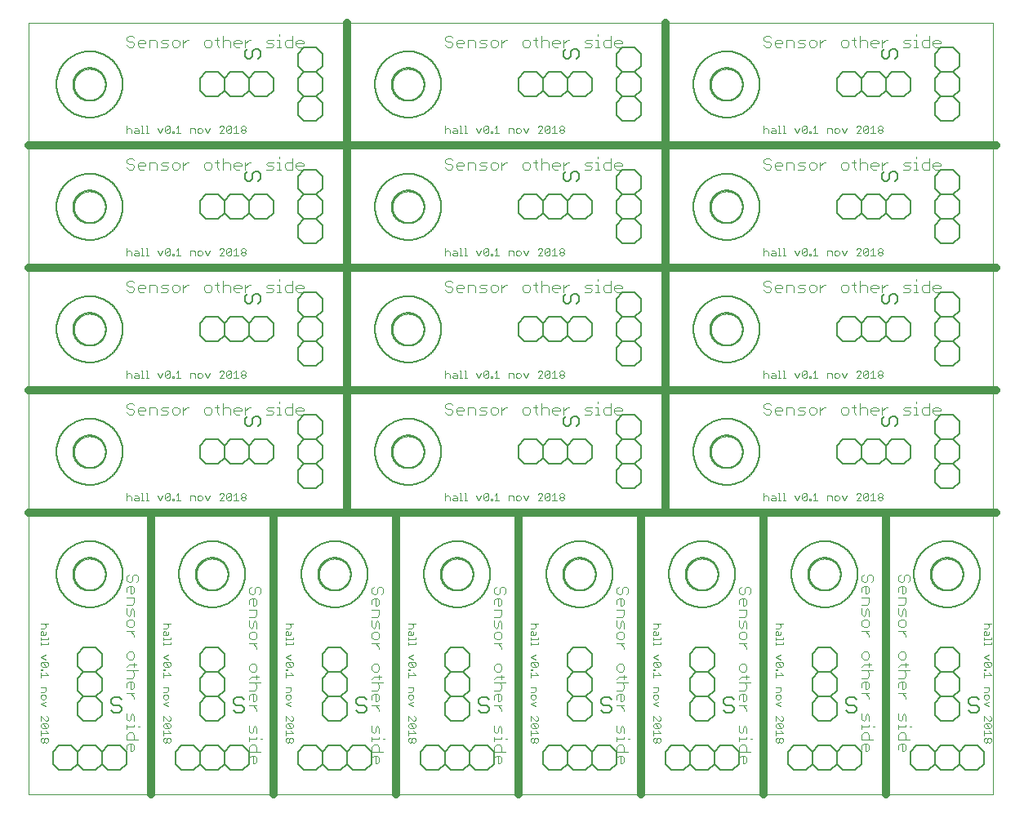
<source format=gto>
G75*
%MOIN*%
%OFA0B0*%
%FSLAX25Y25*%
%IPPOS*%
%LPD*%
%AMOC8*
5,1,8,0,0,1.08239X$1,22.5*
%
%ADD10C,0.00000*%
%ADD11C,0.03200*%
%ADD12C,0.00600*%
%ADD13C,0.00400*%
%ADD14C,0.00300*%
%ADD15C,0.00800*%
D10*
X0002600Y0002600D02*
X0002600Y0317561D01*
X0396301Y0317561D01*
X0396301Y0002600D01*
X0002600Y0002600D01*
X0021301Y0092600D02*
X0021303Y0092758D01*
X0021309Y0092916D01*
X0021319Y0093074D01*
X0021333Y0093232D01*
X0021351Y0093389D01*
X0021372Y0093546D01*
X0021398Y0093702D01*
X0021428Y0093858D01*
X0021461Y0094013D01*
X0021499Y0094166D01*
X0021540Y0094319D01*
X0021585Y0094471D01*
X0021634Y0094622D01*
X0021687Y0094771D01*
X0021743Y0094919D01*
X0021803Y0095065D01*
X0021867Y0095210D01*
X0021935Y0095353D01*
X0022006Y0095495D01*
X0022080Y0095635D01*
X0022158Y0095772D01*
X0022240Y0095908D01*
X0022324Y0096042D01*
X0022413Y0096173D01*
X0022504Y0096302D01*
X0022599Y0096429D01*
X0022696Y0096554D01*
X0022797Y0096676D01*
X0022901Y0096795D01*
X0023008Y0096912D01*
X0023118Y0097026D01*
X0023231Y0097137D01*
X0023346Y0097246D01*
X0023464Y0097351D01*
X0023585Y0097453D01*
X0023708Y0097553D01*
X0023834Y0097649D01*
X0023962Y0097742D01*
X0024092Y0097832D01*
X0024225Y0097918D01*
X0024360Y0098002D01*
X0024496Y0098081D01*
X0024635Y0098158D01*
X0024776Y0098230D01*
X0024918Y0098300D01*
X0025062Y0098365D01*
X0025208Y0098427D01*
X0025355Y0098485D01*
X0025504Y0098540D01*
X0025654Y0098591D01*
X0025805Y0098638D01*
X0025957Y0098681D01*
X0026110Y0098720D01*
X0026265Y0098756D01*
X0026420Y0098787D01*
X0026576Y0098815D01*
X0026732Y0098839D01*
X0026889Y0098859D01*
X0027047Y0098875D01*
X0027204Y0098887D01*
X0027363Y0098895D01*
X0027521Y0098899D01*
X0027679Y0098899D01*
X0027837Y0098895D01*
X0027996Y0098887D01*
X0028153Y0098875D01*
X0028311Y0098859D01*
X0028468Y0098839D01*
X0028624Y0098815D01*
X0028780Y0098787D01*
X0028935Y0098756D01*
X0029090Y0098720D01*
X0029243Y0098681D01*
X0029395Y0098638D01*
X0029546Y0098591D01*
X0029696Y0098540D01*
X0029845Y0098485D01*
X0029992Y0098427D01*
X0030138Y0098365D01*
X0030282Y0098300D01*
X0030424Y0098230D01*
X0030565Y0098158D01*
X0030704Y0098081D01*
X0030840Y0098002D01*
X0030975Y0097918D01*
X0031108Y0097832D01*
X0031238Y0097742D01*
X0031366Y0097649D01*
X0031492Y0097553D01*
X0031615Y0097453D01*
X0031736Y0097351D01*
X0031854Y0097246D01*
X0031969Y0097137D01*
X0032082Y0097026D01*
X0032192Y0096912D01*
X0032299Y0096795D01*
X0032403Y0096676D01*
X0032504Y0096554D01*
X0032601Y0096429D01*
X0032696Y0096302D01*
X0032787Y0096173D01*
X0032876Y0096042D01*
X0032960Y0095908D01*
X0033042Y0095772D01*
X0033120Y0095635D01*
X0033194Y0095495D01*
X0033265Y0095353D01*
X0033333Y0095210D01*
X0033397Y0095065D01*
X0033457Y0094919D01*
X0033513Y0094771D01*
X0033566Y0094622D01*
X0033615Y0094471D01*
X0033660Y0094319D01*
X0033701Y0094166D01*
X0033739Y0094013D01*
X0033772Y0093858D01*
X0033802Y0093702D01*
X0033828Y0093546D01*
X0033849Y0093389D01*
X0033867Y0093232D01*
X0033881Y0093074D01*
X0033891Y0092916D01*
X0033897Y0092758D01*
X0033899Y0092600D01*
X0033897Y0092442D01*
X0033891Y0092284D01*
X0033881Y0092126D01*
X0033867Y0091968D01*
X0033849Y0091811D01*
X0033828Y0091654D01*
X0033802Y0091498D01*
X0033772Y0091342D01*
X0033739Y0091187D01*
X0033701Y0091034D01*
X0033660Y0090881D01*
X0033615Y0090729D01*
X0033566Y0090578D01*
X0033513Y0090429D01*
X0033457Y0090281D01*
X0033397Y0090135D01*
X0033333Y0089990D01*
X0033265Y0089847D01*
X0033194Y0089705D01*
X0033120Y0089565D01*
X0033042Y0089428D01*
X0032960Y0089292D01*
X0032876Y0089158D01*
X0032787Y0089027D01*
X0032696Y0088898D01*
X0032601Y0088771D01*
X0032504Y0088646D01*
X0032403Y0088524D01*
X0032299Y0088405D01*
X0032192Y0088288D01*
X0032082Y0088174D01*
X0031969Y0088063D01*
X0031854Y0087954D01*
X0031736Y0087849D01*
X0031615Y0087747D01*
X0031492Y0087647D01*
X0031366Y0087551D01*
X0031238Y0087458D01*
X0031108Y0087368D01*
X0030975Y0087282D01*
X0030840Y0087198D01*
X0030704Y0087119D01*
X0030565Y0087042D01*
X0030424Y0086970D01*
X0030282Y0086900D01*
X0030138Y0086835D01*
X0029992Y0086773D01*
X0029845Y0086715D01*
X0029696Y0086660D01*
X0029546Y0086609D01*
X0029395Y0086562D01*
X0029243Y0086519D01*
X0029090Y0086480D01*
X0028935Y0086444D01*
X0028780Y0086413D01*
X0028624Y0086385D01*
X0028468Y0086361D01*
X0028311Y0086341D01*
X0028153Y0086325D01*
X0027996Y0086313D01*
X0027837Y0086305D01*
X0027679Y0086301D01*
X0027521Y0086301D01*
X0027363Y0086305D01*
X0027204Y0086313D01*
X0027047Y0086325D01*
X0026889Y0086341D01*
X0026732Y0086361D01*
X0026576Y0086385D01*
X0026420Y0086413D01*
X0026265Y0086444D01*
X0026110Y0086480D01*
X0025957Y0086519D01*
X0025805Y0086562D01*
X0025654Y0086609D01*
X0025504Y0086660D01*
X0025355Y0086715D01*
X0025208Y0086773D01*
X0025062Y0086835D01*
X0024918Y0086900D01*
X0024776Y0086970D01*
X0024635Y0087042D01*
X0024496Y0087119D01*
X0024360Y0087198D01*
X0024225Y0087282D01*
X0024092Y0087368D01*
X0023962Y0087458D01*
X0023834Y0087551D01*
X0023708Y0087647D01*
X0023585Y0087747D01*
X0023464Y0087849D01*
X0023346Y0087954D01*
X0023231Y0088063D01*
X0023118Y0088174D01*
X0023008Y0088288D01*
X0022901Y0088405D01*
X0022797Y0088524D01*
X0022696Y0088646D01*
X0022599Y0088771D01*
X0022504Y0088898D01*
X0022413Y0089027D01*
X0022324Y0089158D01*
X0022240Y0089292D01*
X0022158Y0089428D01*
X0022080Y0089565D01*
X0022006Y0089705D01*
X0021935Y0089847D01*
X0021867Y0089990D01*
X0021803Y0090135D01*
X0021743Y0090281D01*
X0021687Y0090429D01*
X0021634Y0090578D01*
X0021585Y0090729D01*
X0021540Y0090881D01*
X0021499Y0091034D01*
X0021461Y0091187D01*
X0021428Y0091342D01*
X0021398Y0091498D01*
X0021372Y0091654D01*
X0021351Y0091811D01*
X0021333Y0091968D01*
X0021319Y0092126D01*
X0021309Y0092284D01*
X0021303Y0092442D01*
X0021301Y0092600D01*
X0071301Y0092600D02*
X0071303Y0092758D01*
X0071309Y0092916D01*
X0071319Y0093074D01*
X0071333Y0093232D01*
X0071351Y0093389D01*
X0071372Y0093546D01*
X0071398Y0093702D01*
X0071428Y0093858D01*
X0071461Y0094013D01*
X0071499Y0094166D01*
X0071540Y0094319D01*
X0071585Y0094471D01*
X0071634Y0094622D01*
X0071687Y0094771D01*
X0071743Y0094919D01*
X0071803Y0095065D01*
X0071867Y0095210D01*
X0071935Y0095353D01*
X0072006Y0095495D01*
X0072080Y0095635D01*
X0072158Y0095772D01*
X0072240Y0095908D01*
X0072324Y0096042D01*
X0072413Y0096173D01*
X0072504Y0096302D01*
X0072599Y0096429D01*
X0072696Y0096554D01*
X0072797Y0096676D01*
X0072901Y0096795D01*
X0073008Y0096912D01*
X0073118Y0097026D01*
X0073231Y0097137D01*
X0073346Y0097246D01*
X0073464Y0097351D01*
X0073585Y0097453D01*
X0073708Y0097553D01*
X0073834Y0097649D01*
X0073962Y0097742D01*
X0074092Y0097832D01*
X0074225Y0097918D01*
X0074360Y0098002D01*
X0074496Y0098081D01*
X0074635Y0098158D01*
X0074776Y0098230D01*
X0074918Y0098300D01*
X0075062Y0098365D01*
X0075208Y0098427D01*
X0075355Y0098485D01*
X0075504Y0098540D01*
X0075654Y0098591D01*
X0075805Y0098638D01*
X0075957Y0098681D01*
X0076110Y0098720D01*
X0076265Y0098756D01*
X0076420Y0098787D01*
X0076576Y0098815D01*
X0076732Y0098839D01*
X0076889Y0098859D01*
X0077047Y0098875D01*
X0077204Y0098887D01*
X0077363Y0098895D01*
X0077521Y0098899D01*
X0077679Y0098899D01*
X0077837Y0098895D01*
X0077996Y0098887D01*
X0078153Y0098875D01*
X0078311Y0098859D01*
X0078468Y0098839D01*
X0078624Y0098815D01*
X0078780Y0098787D01*
X0078935Y0098756D01*
X0079090Y0098720D01*
X0079243Y0098681D01*
X0079395Y0098638D01*
X0079546Y0098591D01*
X0079696Y0098540D01*
X0079845Y0098485D01*
X0079992Y0098427D01*
X0080138Y0098365D01*
X0080282Y0098300D01*
X0080424Y0098230D01*
X0080565Y0098158D01*
X0080704Y0098081D01*
X0080840Y0098002D01*
X0080975Y0097918D01*
X0081108Y0097832D01*
X0081238Y0097742D01*
X0081366Y0097649D01*
X0081492Y0097553D01*
X0081615Y0097453D01*
X0081736Y0097351D01*
X0081854Y0097246D01*
X0081969Y0097137D01*
X0082082Y0097026D01*
X0082192Y0096912D01*
X0082299Y0096795D01*
X0082403Y0096676D01*
X0082504Y0096554D01*
X0082601Y0096429D01*
X0082696Y0096302D01*
X0082787Y0096173D01*
X0082876Y0096042D01*
X0082960Y0095908D01*
X0083042Y0095772D01*
X0083120Y0095635D01*
X0083194Y0095495D01*
X0083265Y0095353D01*
X0083333Y0095210D01*
X0083397Y0095065D01*
X0083457Y0094919D01*
X0083513Y0094771D01*
X0083566Y0094622D01*
X0083615Y0094471D01*
X0083660Y0094319D01*
X0083701Y0094166D01*
X0083739Y0094013D01*
X0083772Y0093858D01*
X0083802Y0093702D01*
X0083828Y0093546D01*
X0083849Y0093389D01*
X0083867Y0093232D01*
X0083881Y0093074D01*
X0083891Y0092916D01*
X0083897Y0092758D01*
X0083899Y0092600D01*
X0083897Y0092442D01*
X0083891Y0092284D01*
X0083881Y0092126D01*
X0083867Y0091968D01*
X0083849Y0091811D01*
X0083828Y0091654D01*
X0083802Y0091498D01*
X0083772Y0091342D01*
X0083739Y0091187D01*
X0083701Y0091034D01*
X0083660Y0090881D01*
X0083615Y0090729D01*
X0083566Y0090578D01*
X0083513Y0090429D01*
X0083457Y0090281D01*
X0083397Y0090135D01*
X0083333Y0089990D01*
X0083265Y0089847D01*
X0083194Y0089705D01*
X0083120Y0089565D01*
X0083042Y0089428D01*
X0082960Y0089292D01*
X0082876Y0089158D01*
X0082787Y0089027D01*
X0082696Y0088898D01*
X0082601Y0088771D01*
X0082504Y0088646D01*
X0082403Y0088524D01*
X0082299Y0088405D01*
X0082192Y0088288D01*
X0082082Y0088174D01*
X0081969Y0088063D01*
X0081854Y0087954D01*
X0081736Y0087849D01*
X0081615Y0087747D01*
X0081492Y0087647D01*
X0081366Y0087551D01*
X0081238Y0087458D01*
X0081108Y0087368D01*
X0080975Y0087282D01*
X0080840Y0087198D01*
X0080704Y0087119D01*
X0080565Y0087042D01*
X0080424Y0086970D01*
X0080282Y0086900D01*
X0080138Y0086835D01*
X0079992Y0086773D01*
X0079845Y0086715D01*
X0079696Y0086660D01*
X0079546Y0086609D01*
X0079395Y0086562D01*
X0079243Y0086519D01*
X0079090Y0086480D01*
X0078935Y0086444D01*
X0078780Y0086413D01*
X0078624Y0086385D01*
X0078468Y0086361D01*
X0078311Y0086341D01*
X0078153Y0086325D01*
X0077996Y0086313D01*
X0077837Y0086305D01*
X0077679Y0086301D01*
X0077521Y0086301D01*
X0077363Y0086305D01*
X0077204Y0086313D01*
X0077047Y0086325D01*
X0076889Y0086341D01*
X0076732Y0086361D01*
X0076576Y0086385D01*
X0076420Y0086413D01*
X0076265Y0086444D01*
X0076110Y0086480D01*
X0075957Y0086519D01*
X0075805Y0086562D01*
X0075654Y0086609D01*
X0075504Y0086660D01*
X0075355Y0086715D01*
X0075208Y0086773D01*
X0075062Y0086835D01*
X0074918Y0086900D01*
X0074776Y0086970D01*
X0074635Y0087042D01*
X0074496Y0087119D01*
X0074360Y0087198D01*
X0074225Y0087282D01*
X0074092Y0087368D01*
X0073962Y0087458D01*
X0073834Y0087551D01*
X0073708Y0087647D01*
X0073585Y0087747D01*
X0073464Y0087849D01*
X0073346Y0087954D01*
X0073231Y0088063D01*
X0073118Y0088174D01*
X0073008Y0088288D01*
X0072901Y0088405D01*
X0072797Y0088524D01*
X0072696Y0088646D01*
X0072599Y0088771D01*
X0072504Y0088898D01*
X0072413Y0089027D01*
X0072324Y0089158D01*
X0072240Y0089292D01*
X0072158Y0089428D01*
X0072080Y0089565D01*
X0072006Y0089705D01*
X0071935Y0089847D01*
X0071867Y0089990D01*
X0071803Y0090135D01*
X0071743Y0090281D01*
X0071687Y0090429D01*
X0071634Y0090578D01*
X0071585Y0090729D01*
X0071540Y0090881D01*
X0071499Y0091034D01*
X0071461Y0091187D01*
X0071428Y0091342D01*
X0071398Y0091498D01*
X0071372Y0091654D01*
X0071351Y0091811D01*
X0071333Y0091968D01*
X0071319Y0092126D01*
X0071309Y0092284D01*
X0071303Y0092442D01*
X0071301Y0092600D01*
X0121301Y0092600D02*
X0121303Y0092758D01*
X0121309Y0092916D01*
X0121319Y0093074D01*
X0121333Y0093232D01*
X0121351Y0093389D01*
X0121372Y0093546D01*
X0121398Y0093702D01*
X0121428Y0093858D01*
X0121461Y0094013D01*
X0121499Y0094166D01*
X0121540Y0094319D01*
X0121585Y0094471D01*
X0121634Y0094622D01*
X0121687Y0094771D01*
X0121743Y0094919D01*
X0121803Y0095065D01*
X0121867Y0095210D01*
X0121935Y0095353D01*
X0122006Y0095495D01*
X0122080Y0095635D01*
X0122158Y0095772D01*
X0122240Y0095908D01*
X0122324Y0096042D01*
X0122413Y0096173D01*
X0122504Y0096302D01*
X0122599Y0096429D01*
X0122696Y0096554D01*
X0122797Y0096676D01*
X0122901Y0096795D01*
X0123008Y0096912D01*
X0123118Y0097026D01*
X0123231Y0097137D01*
X0123346Y0097246D01*
X0123464Y0097351D01*
X0123585Y0097453D01*
X0123708Y0097553D01*
X0123834Y0097649D01*
X0123962Y0097742D01*
X0124092Y0097832D01*
X0124225Y0097918D01*
X0124360Y0098002D01*
X0124496Y0098081D01*
X0124635Y0098158D01*
X0124776Y0098230D01*
X0124918Y0098300D01*
X0125062Y0098365D01*
X0125208Y0098427D01*
X0125355Y0098485D01*
X0125504Y0098540D01*
X0125654Y0098591D01*
X0125805Y0098638D01*
X0125957Y0098681D01*
X0126110Y0098720D01*
X0126265Y0098756D01*
X0126420Y0098787D01*
X0126576Y0098815D01*
X0126732Y0098839D01*
X0126889Y0098859D01*
X0127047Y0098875D01*
X0127204Y0098887D01*
X0127363Y0098895D01*
X0127521Y0098899D01*
X0127679Y0098899D01*
X0127837Y0098895D01*
X0127996Y0098887D01*
X0128153Y0098875D01*
X0128311Y0098859D01*
X0128468Y0098839D01*
X0128624Y0098815D01*
X0128780Y0098787D01*
X0128935Y0098756D01*
X0129090Y0098720D01*
X0129243Y0098681D01*
X0129395Y0098638D01*
X0129546Y0098591D01*
X0129696Y0098540D01*
X0129845Y0098485D01*
X0129992Y0098427D01*
X0130138Y0098365D01*
X0130282Y0098300D01*
X0130424Y0098230D01*
X0130565Y0098158D01*
X0130704Y0098081D01*
X0130840Y0098002D01*
X0130975Y0097918D01*
X0131108Y0097832D01*
X0131238Y0097742D01*
X0131366Y0097649D01*
X0131492Y0097553D01*
X0131615Y0097453D01*
X0131736Y0097351D01*
X0131854Y0097246D01*
X0131969Y0097137D01*
X0132082Y0097026D01*
X0132192Y0096912D01*
X0132299Y0096795D01*
X0132403Y0096676D01*
X0132504Y0096554D01*
X0132601Y0096429D01*
X0132696Y0096302D01*
X0132787Y0096173D01*
X0132876Y0096042D01*
X0132960Y0095908D01*
X0133042Y0095772D01*
X0133120Y0095635D01*
X0133194Y0095495D01*
X0133265Y0095353D01*
X0133333Y0095210D01*
X0133397Y0095065D01*
X0133457Y0094919D01*
X0133513Y0094771D01*
X0133566Y0094622D01*
X0133615Y0094471D01*
X0133660Y0094319D01*
X0133701Y0094166D01*
X0133739Y0094013D01*
X0133772Y0093858D01*
X0133802Y0093702D01*
X0133828Y0093546D01*
X0133849Y0093389D01*
X0133867Y0093232D01*
X0133881Y0093074D01*
X0133891Y0092916D01*
X0133897Y0092758D01*
X0133899Y0092600D01*
X0133897Y0092442D01*
X0133891Y0092284D01*
X0133881Y0092126D01*
X0133867Y0091968D01*
X0133849Y0091811D01*
X0133828Y0091654D01*
X0133802Y0091498D01*
X0133772Y0091342D01*
X0133739Y0091187D01*
X0133701Y0091034D01*
X0133660Y0090881D01*
X0133615Y0090729D01*
X0133566Y0090578D01*
X0133513Y0090429D01*
X0133457Y0090281D01*
X0133397Y0090135D01*
X0133333Y0089990D01*
X0133265Y0089847D01*
X0133194Y0089705D01*
X0133120Y0089565D01*
X0133042Y0089428D01*
X0132960Y0089292D01*
X0132876Y0089158D01*
X0132787Y0089027D01*
X0132696Y0088898D01*
X0132601Y0088771D01*
X0132504Y0088646D01*
X0132403Y0088524D01*
X0132299Y0088405D01*
X0132192Y0088288D01*
X0132082Y0088174D01*
X0131969Y0088063D01*
X0131854Y0087954D01*
X0131736Y0087849D01*
X0131615Y0087747D01*
X0131492Y0087647D01*
X0131366Y0087551D01*
X0131238Y0087458D01*
X0131108Y0087368D01*
X0130975Y0087282D01*
X0130840Y0087198D01*
X0130704Y0087119D01*
X0130565Y0087042D01*
X0130424Y0086970D01*
X0130282Y0086900D01*
X0130138Y0086835D01*
X0129992Y0086773D01*
X0129845Y0086715D01*
X0129696Y0086660D01*
X0129546Y0086609D01*
X0129395Y0086562D01*
X0129243Y0086519D01*
X0129090Y0086480D01*
X0128935Y0086444D01*
X0128780Y0086413D01*
X0128624Y0086385D01*
X0128468Y0086361D01*
X0128311Y0086341D01*
X0128153Y0086325D01*
X0127996Y0086313D01*
X0127837Y0086305D01*
X0127679Y0086301D01*
X0127521Y0086301D01*
X0127363Y0086305D01*
X0127204Y0086313D01*
X0127047Y0086325D01*
X0126889Y0086341D01*
X0126732Y0086361D01*
X0126576Y0086385D01*
X0126420Y0086413D01*
X0126265Y0086444D01*
X0126110Y0086480D01*
X0125957Y0086519D01*
X0125805Y0086562D01*
X0125654Y0086609D01*
X0125504Y0086660D01*
X0125355Y0086715D01*
X0125208Y0086773D01*
X0125062Y0086835D01*
X0124918Y0086900D01*
X0124776Y0086970D01*
X0124635Y0087042D01*
X0124496Y0087119D01*
X0124360Y0087198D01*
X0124225Y0087282D01*
X0124092Y0087368D01*
X0123962Y0087458D01*
X0123834Y0087551D01*
X0123708Y0087647D01*
X0123585Y0087747D01*
X0123464Y0087849D01*
X0123346Y0087954D01*
X0123231Y0088063D01*
X0123118Y0088174D01*
X0123008Y0088288D01*
X0122901Y0088405D01*
X0122797Y0088524D01*
X0122696Y0088646D01*
X0122599Y0088771D01*
X0122504Y0088898D01*
X0122413Y0089027D01*
X0122324Y0089158D01*
X0122240Y0089292D01*
X0122158Y0089428D01*
X0122080Y0089565D01*
X0122006Y0089705D01*
X0121935Y0089847D01*
X0121867Y0089990D01*
X0121803Y0090135D01*
X0121743Y0090281D01*
X0121687Y0090429D01*
X0121634Y0090578D01*
X0121585Y0090729D01*
X0121540Y0090881D01*
X0121499Y0091034D01*
X0121461Y0091187D01*
X0121428Y0091342D01*
X0121398Y0091498D01*
X0121372Y0091654D01*
X0121351Y0091811D01*
X0121333Y0091968D01*
X0121319Y0092126D01*
X0121309Y0092284D01*
X0121303Y0092442D01*
X0121301Y0092600D01*
X0171301Y0092600D02*
X0171303Y0092758D01*
X0171309Y0092916D01*
X0171319Y0093074D01*
X0171333Y0093232D01*
X0171351Y0093389D01*
X0171372Y0093546D01*
X0171398Y0093702D01*
X0171428Y0093858D01*
X0171461Y0094013D01*
X0171499Y0094166D01*
X0171540Y0094319D01*
X0171585Y0094471D01*
X0171634Y0094622D01*
X0171687Y0094771D01*
X0171743Y0094919D01*
X0171803Y0095065D01*
X0171867Y0095210D01*
X0171935Y0095353D01*
X0172006Y0095495D01*
X0172080Y0095635D01*
X0172158Y0095772D01*
X0172240Y0095908D01*
X0172324Y0096042D01*
X0172413Y0096173D01*
X0172504Y0096302D01*
X0172599Y0096429D01*
X0172696Y0096554D01*
X0172797Y0096676D01*
X0172901Y0096795D01*
X0173008Y0096912D01*
X0173118Y0097026D01*
X0173231Y0097137D01*
X0173346Y0097246D01*
X0173464Y0097351D01*
X0173585Y0097453D01*
X0173708Y0097553D01*
X0173834Y0097649D01*
X0173962Y0097742D01*
X0174092Y0097832D01*
X0174225Y0097918D01*
X0174360Y0098002D01*
X0174496Y0098081D01*
X0174635Y0098158D01*
X0174776Y0098230D01*
X0174918Y0098300D01*
X0175062Y0098365D01*
X0175208Y0098427D01*
X0175355Y0098485D01*
X0175504Y0098540D01*
X0175654Y0098591D01*
X0175805Y0098638D01*
X0175957Y0098681D01*
X0176110Y0098720D01*
X0176265Y0098756D01*
X0176420Y0098787D01*
X0176576Y0098815D01*
X0176732Y0098839D01*
X0176889Y0098859D01*
X0177047Y0098875D01*
X0177204Y0098887D01*
X0177363Y0098895D01*
X0177521Y0098899D01*
X0177679Y0098899D01*
X0177837Y0098895D01*
X0177996Y0098887D01*
X0178153Y0098875D01*
X0178311Y0098859D01*
X0178468Y0098839D01*
X0178624Y0098815D01*
X0178780Y0098787D01*
X0178935Y0098756D01*
X0179090Y0098720D01*
X0179243Y0098681D01*
X0179395Y0098638D01*
X0179546Y0098591D01*
X0179696Y0098540D01*
X0179845Y0098485D01*
X0179992Y0098427D01*
X0180138Y0098365D01*
X0180282Y0098300D01*
X0180424Y0098230D01*
X0180565Y0098158D01*
X0180704Y0098081D01*
X0180840Y0098002D01*
X0180975Y0097918D01*
X0181108Y0097832D01*
X0181238Y0097742D01*
X0181366Y0097649D01*
X0181492Y0097553D01*
X0181615Y0097453D01*
X0181736Y0097351D01*
X0181854Y0097246D01*
X0181969Y0097137D01*
X0182082Y0097026D01*
X0182192Y0096912D01*
X0182299Y0096795D01*
X0182403Y0096676D01*
X0182504Y0096554D01*
X0182601Y0096429D01*
X0182696Y0096302D01*
X0182787Y0096173D01*
X0182876Y0096042D01*
X0182960Y0095908D01*
X0183042Y0095772D01*
X0183120Y0095635D01*
X0183194Y0095495D01*
X0183265Y0095353D01*
X0183333Y0095210D01*
X0183397Y0095065D01*
X0183457Y0094919D01*
X0183513Y0094771D01*
X0183566Y0094622D01*
X0183615Y0094471D01*
X0183660Y0094319D01*
X0183701Y0094166D01*
X0183739Y0094013D01*
X0183772Y0093858D01*
X0183802Y0093702D01*
X0183828Y0093546D01*
X0183849Y0093389D01*
X0183867Y0093232D01*
X0183881Y0093074D01*
X0183891Y0092916D01*
X0183897Y0092758D01*
X0183899Y0092600D01*
X0183897Y0092442D01*
X0183891Y0092284D01*
X0183881Y0092126D01*
X0183867Y0091968D01*
X0183849Y0091811D01*
X0183828Y0091654D01*
X0183802Y0091498D01*
X0183772Y0091342D01*
X0183739Y0091187D01*
X0183701Y0091034D01*
X0183660Y0090881D01*
X0183615Y0090729D01*
X0183566Y0090578D01*
X0183513Y0090429D01*
X0183457Y0090281D01*
X0183397Y0090135D01*
X0183333Y0089990D01*
X0183265Y0089847D01*
X0183194Y0089705D01*
X0183120Y0089565D01*
X0183042Y0089428D01*
X0182960Y0089292D01*
X0182876Y0089158D01*
X0182787Y0089027D01*
X0182696Y0088898D01*
X0182601Y0088771D01*
X0182504Y0088646D01*
X0182403Y0088524D01*
X0182299Y0088405D01*
X0182192Y0088288D01*
X0182082Y0088174D01*
X0181969Y0088063D01*
X0181854Y0087954D01*
X0181736Y0087849D01*
X0181615Y0087747D01*
X0181492Y0087647D01*
X0181366Y0087551D01*
X0181238Y0087458D01*
X0181108Y0087368D01*
X0180975Y0087282D01*
X0180840Y0087198D01*
X0180704Y0087119D01*
X0180565Y0087042D01*
X0180424Y0086970D01*
X0180282Y0086900D01*
X0180138Y0086835D01*
X0179992Y0086773D01*
X0179845Y0086715D01*
X0179696Y0086660D01*
X0179546Y0086609D01*
X0179395Y0086562D01*
X0179243Y0086519D01*
X0179090Y0086480D01*
X0178935Y0086444D01*
X0178780Y0086413D01*
X0178624Y0086385D01*
X0178468Y0086361D01*
X0178311Y0086341D01*
X0178153Y0086325D01*
X0177996Y0086313D01*
X0177837Y0086305D01*
X0177679Y0086301D01*
X0177521Y0086301D01*
X0177363Y0086305D01*
X0177204Y0086313D01*
X0177047Y0086325D01*
X0176889Y0086341D01*
X0176732Y0086361D01*
X0176576Y0086385D01*
X0176420Y0086413D01*
X0176265Y0086444D01*
X0176110Y0086480D01*
X0175957Y0086519D01*
X0175805Y0086562D01*
X0175654Y0086609D01*
X0175504Y0086660D01*
X0175355Y0086715D01*
X0175208Y0086773D01*
X0175062Y0086835D01*
X0174918Y0086900D01*
X0174776Y0086970D01*
X0174635Y0087042D01*
X0174496Y0087119D01*
X0174360Y0087198D01*
X0174225Y0087282D01*
X0174092Y0087368D01*
X0173962Y0087458D01*
X0173834Y0087551D01*
X0173708Y0087647D01*
X0173585Y0087747D01*
X0173464Y0087849D01*
X0173346Y0087954D01*
X0173231Y0088063D01*
X0173118Y0088174D01*
X0173008Y0088288D01*
X0172901Y0088405D01*
X0172797Y0088524D01*
X0172696Y0088646D01*
X0172599Y0088771D01*
X0172504Y0088898D01*
X0172413Y0089027D01*
X0172324Y0089158D01*
X0172240Y0089292D01*
X0172158Y0089428D01*
X0172080Y0089565D01*
X0172006Y0089705D01*
X0171935Y0089847D01*
X0171867Y0089990D01*
X0171803Y0090135D01*
X0171743Y0090281D01*
X0171687Y0090429D01*
X0171634Y0090578D01*
X0171585Y0090729D01*
X0171540Y0090881D01*
X0171499Y0091034D01*
X0171461Y0091187D01*
X0171428Y0091342D01*
X0171398Y0091498D01*
X0171372Y0091654D01*
X0171351Y0091811D01*
X0171333Y0091968D01*
X0171319Y0092126D01*
X0171309Y0092284D01*
X0171303Y0092442D01*
X0171301Y0092600D01*
X0221301Y0092600D02*
X0221303Y0092758D01*
X0221309Y0092916D01*
X0221319Y0093074D01*
X0221333Y0093232D01*
X0221351Y0093389D01*
X0221372Y0093546D01*
X0221398Y0093702D01*
X0221428Y0093858D01*
X0221461Y0094013D01*
X0221499Y0094166D01*
X0221540Y0094319D01*
X0221585Y0094471D01*
X0221634Y0094622D01*
X0221687Y0094771D01*
X0221743Y0094919D01*
X0221803Y0095065D01*
X0221867Y0095210D01*
X0221935Y0095353D01*
X0222006Y0095495D01*
X0222080Y0095635D01*
X0222158Y0095772D01*
X0222240Y0095908D01*
X0222324Y0096042D01*
X0222413Y0096173D01*
X0222504Y0096302D01*
X0222599Y0096429D01*
X0222696Y0096554D01*
X0222797Y0096676D01*
X0222901Y0096795D01*
X0223008Y0096912D01*
X0223118Y0097026D01*
X0223231Y0097137D01*
X0223346Y0097246D01*
X0223464Y0097351D01*
X0223585Y0097453D01*
X0223708Y0097553D01*
X0223834Y0097649D01*
X0223962Y0097742D01*
X0224092Y0097832D01*
X0224225Y0097918D01*
X0224360Y0098002D01*
X0224496Y0098081D01*
X0224635Y0098158D01*
X0224776Y0098230D01*
X0224918Y0098300D01*
X0225062Y0098365D01*
X0225208Y0098427D01*
X0225355Y0098485D01*
X0225504Y0098540D01*
X0225654Y0098591D01*
X0225805Y0098638D01*
X0225957Y0098681D01*
X0226110Y0098720D01*
X0226265Y0098756D01*
X0226420Y0098787D01*
X0226576Y0098815D01*
X0226732Y0098839D01*
X0226889Y0098859D01*
X0227047Y0098875D01*
X0227204Y0098887D01*
X0227363Y0098895D01*
X0227521Y0098899D01*
X0227679Y0098899D01*
X0227837Y0098895D01*
X0227996Y0098887D01*
X0228153Y0098875D01*
X0228311Y0098859D01*
X0228468Y0098839D01*
X0228624Y0098815D01*
X0228780Y0098787D01*
X0228935Y0098756D01*
X0229090Y0098720D01*
X0229243Y0098681D01*
X0229395Y0098638D01*
X0229546Y0098591D01*
X0229696Y0098540D01*
X0229845Y0098485D01*
X0229992Y0098427D01*
X0230138Y0098365D01*
X0230282Y0098300D01*
X0230424Y0098230D01*
X0230565Y0098158D01*
X0230704Y0098081D01*
X0230840Y0098002D01*
X0230975Y0097918D01*
X0231108Y0097832D01*
X0231238Y0097742D01*
X0231366Y0097649D01*
X0231492Y0097553D01*
X0231615Y0097453D01*
X0231736Y0097351D01*
X0231854Y0097246D01*
X0231969Y0097137D01*
X0232082Y0097026D01*
X0232192Y0096912D01*
X0232299Y0096795D01*
X0232403Y0096676D01*
X0232504Y0096554D01*
X0232601Y0096429D01*
X0232696Y0096302D01*
X0232787Y0096173D01*
X0232876Y0096042D01*
X0232960Y0095908D01*
X0233042Y0095772D01*
X0233120Y0095635D01*
X0233194Y0095495D01*
X0233265Y0095353D01*
X0233333Y0095210D01*
X0233397Y0095065D01*
X0233457Y0094919D01*
X0233513Y0094771D01*
X0233566Y0094622D01*
X0233615Y0094471D01*
X0233660Y0094319D01*
X0233701Y0094166D01*
X0233739Y0094013D01*
X0233772Y0093858D01*
X0233802Y0093702D01*
X0233828Y0093546D01*
X0233849Y0093389D01*
X0233867Y0093232D01*
X0233881Y0093074D01*
X0233891Y0092916D01*
X0233897Y0092758D01*
X0233899Y0092600D01*
X0233897Y0092442D01*
X0233891Y0092284D01*
X0233881Y0092126D01*
X0233867Y0091968D01*
X0233849Y0091811D01*
X0233828Y0091654D01*
X0233802Y0091498D01*
X0233772Y0091342D01*
X0233739Y0091187D01*
X0233701Y0091034D01*
X0233660Y0090881D01*
X0233615Y0090729D01*
X0233566Y0090578D01*
X0233513Y0090429D01*
X0233457Y0090281D01*
X0233397Y0090135D01*
X0233333Y0089990D01*
X0233265Y0089847D01*
X0233194Y0089705D01*
X0233120Y0089565D01*
X0233042Y0089428D01*
X0232960Y0089292D01*
X0232876Y0089158D01*
X0232787Y0089027D01*
X0232696Y0088898D01*
X0232601Y0088771D01*
X0232504Y0088646D01*
X0232403Y0088524D01*
X0232299Y0088405D01*
X0232192Y0088288D01*
X0232082Y0088174D01*
X0231969Y0088063D01*
X0231854Y0087954D01*
X0231736Y0087849D01*
X0231615Y0087747D01*
X0231492Y0087647D01*
X0231366Y0087551D01*
X0231238Y0087458D01*
X0231108Y0087368D01*
X0230975Y0087282D01*
X0230840Y0087198D01*
X0230704Y0087119D01*
X0230565Y0087042D01*
X0230424Y0086970D01*
X0230282Y0086900D01*
X0230138Y0086835D01*
X0229992Y0086773D01*
X0229845Y0086715D01*
X0229696Y0086660D01*
X0229546Y0086609D01*
X0229395Y0086562D01*
X0229243Y0086519D01*
X0229090Y0086480D01*
X0228935Y0086444D01*
X0228780Y0086413D01*
X0228624Y0086385D01*
X0228468Y0086361D01*
X0228311Y0086341D01*
X0228153Y0086325D01*
X0227996Y0086313D01*
X0227837Y0086305D01*
X0227679Y0086301D01*
X0227521Y0086301D01*
X0227363Y0086305D01*
X0227204Y0086313D01*
X0227047Y0086325D01*
X0226889Y0086341D01*
X0226732Y0086361D01*
X0226576Y0086385D01*
X0226420Y0086413D01*
X0226265Y0086444D01*
X0226110Y0086480D01*
X0225957Y0086519D01*
X0225805Y0086562D01*
X0225654Y0086609D01*
X0225504Y0086660D01*
X0225355Y0086715D01*
X0225208Y0086773D01*
X0225062Y0086835D01*
X0224918Y0086900D01*
X0224776Y0086970D01*
X0224635Y0087042D01*
X0224496Y0087119D01*
X0224360Y0087198D01*
X0224225Y0087282D01*
X0224092Y0087368D01*
X0223962Y0087458D01*
X0223834Y0087551D01*
X0223708Y0087647D01*
X0223585Y0087747D01*
X0223464Y0087849D01*
X0223346Y0087954D01*
X0223231Y0088063D01*
X0223118Y0088174D01*
X0223008Y0088288D01*
X0222901Y0088405D01*
X0222797Y0088524D01*
X0222696Y0088646D01*
X0222599Y0088771D01*
X0222504Y0088898D01*
X0222413Y0089027D01*
X0222324Y0089158D01*
X0222240Y0089292D01*
X0222158Y0089428D01*
X0222080Y0089565D01*
X0222006Y0089705D01*
X0221935Y0089847D01*
X0221867Y0089990D01*
X0221803Y0090135D01*
X0221743Y0090281D01*
X0221687Y0090429D01*
X0221634Y0090578D01*
X0221585Y0090729D01*
X0221540Y0090881D01*
X0221499Y0091034D01*
X0221461Y0091187D01*
X0221428Y0091342D01*
X0221398Y0091498D01*
X0221372Y0091654D01*
X0221351Y0091811D01*
X0221333Y0091968D01*
X0221319Y0092126D01*
X0221309Y0092284D01*
X0221303Y0092442D01*
X0221301Y0092600D01*
X0271301Y0092600D02*
X0271303Y0092758D01*
X0271309Y0092916D01*
X0271319Y0093074D01*
X0271333Y0093232D01*
X0271351Y0093389D01*
X0271372Y0093546D01*
X0271398Y0093702D01*
X0271428Y0093858D01*
X0271461Y0094013D01*
X0271499Y0094166D01*
X0271540Y0094319D01*
X0271585Y0094471D01*
X0271634Y0094622D01*
X0271687Y0094771D01*
X0271743Y0094919D01*
X0271803Y0095065D01*
X0271867Y0095210D01*
X0271935Y0095353D01*
X0272006Y0095495D01*
X0272080Y0095635D01*
X0272158Y0095772D01*
X0272240Y0095908D01*
X0272324Y0096042D01*
X0272413Y0096173D01*
X0272504Y0096302D01*
X0272599Y0096429D01*
X0272696Y0096554D01*
X0272797Y0096676D01*
X0272901Y0096795D01*
X0273008Y0096912D01*
X0273118Y0097026D01*
X0273231Y0097137D01*
X0273346Y0097246D01*
X0273464Y0097351D01*
X0273585Y0097453D01*
X0273708Y0097553D01*
X0273834Y0097649D01*
X0273962Y0097742D01*
X0274092Y0097832D01*
X0274225Y0097918D01*
X0274360Y0098002D01*
X0274496Y0098081D01*
X0274635Y0098158D01*
X0274776Y0098230D01*
X0274918Y0098300D01*
X0275062Y0098365D01*
X0275208Y0098427D01*
X0275355Y0098485D01*
X0275504Y0098540D01*
X0275654Y0098591D01*
X0275805Y0098638D01*
X0275957Y0098681D01*
X0276110Y0098720D01*
X0276265Y0098756D01*
X0276420Y0098787D01*
X0276576Y0098815D01*
X0276732Y0098839D01*
X0276889Y0098859D01*
X0277047Y0098875D01*
X0277204Y0098887D01*
X0277363Y0098895D01*
X0277521Y0098899D01*
X0277679Y0098899D01*
X0277837Y0098895D01*
X0277996Y0098887D01*
X0278153Y0098875D01*
X0278311Y0098859D01*
X0278468Y0098839D01*
X0278624Y0098815D01*
X0278780Y0098787D01*
X0278935Y0098756D01*
X0279090Y0098720D01*
X0279243Y0098681D01*
X0279395Y0098638D01*
X0279546Y0098591D01*
X0279696Y0098540D01*
X0279845Y0098485D01*
X0279992Y0098427D01*
X0280138Y0098365D01*
X0280282Y0098300D01*
X0280424Y0098230D01*
X0280565Y0098158D01*
X0280704Y0098081D01*
X0280840Y0098002D01*
X0280975Y0097918D01*
X0281108Y0097832D01*
X0281238Y0097742D01*
X0281366Y0097649D01*
X0281492Y0097553D01*
X0281615Y0097453D01*
X0281736Y0097351D01*
X0281854Y0097246D01*
X0281969Y0097137D01*
X0282082Y0097026D01*
X0282192Y0096912D01*
X0282299Y0096795D01*
X0282403Y0096676D01*
X0282504Y0096554D01*
X0282601Y0096429D01*
X0282696Y0096302D01*
X0282787Y0096173D01*
X0282876Y0096042D01*
X0282960Y0095908D01*
X0283042Y0095772D01*
X0283120Y0095635D01*
X0283194Y0095495D01*
X0283265Y0095353D01*
X0283333Y0095210D01*
X0283397Y0095065D01*
X0283457Y0094919D01*
X0283513Y0094771D01*
X0283566Y0094622D01*
X0283615Y0094471D01*
X0283660Y0094319D01*
X0283701Y0094166D01*
X0283739Y0094013D01*
X0283772Y0093858D01*
X0283802Y0093702D01*
X0283828Y0093546D01*
X0283849Y0093389D01*
X0283867Y0093232D01*
X0283881Y0093074D01*
X0283891Y0092916D01*
X0283897Y0092758D01*
X0283899Y0092600D01*
X0283897Y0092442D01*
X0283891Y0092284D01*
X0283881Y0092126D01*
X0283867Y0091968D01*
X0283849Y0091811D01*
X0283828Y0091654D01*
X0283802Y0091498D01*
X0283772Y0091342D01*
X0283739Y0091187D01*
X0283701Y0091034D01*
X0283660Y0090881D01*
X0283615Y0090729D01*
X0283566Y0090578D01*
X0283513Y0090429D01*
X0283457Y0090281D01*
X0283397Y0090135D01*
X0283333Y0089990D01*
X0283265Y0089847D01*
X0283194Y0089705D01*
X0283120Y0089565D01*
X0283042Y0089428D01*
X0282960Y0089292D01*
X0282876Y0089158D01*
X0282787Y0089027D01*
X0282696Y0088898D01*
X0282601Y0088771D01*
X0282504Y0088646D01*
X0282403Y0088524D01*
X0282299Y0088405D01*
X0282192Y0088288D01*
X0282082Y0088174D01*
X0281969Y0088063D01*
X0281854Y0087954D01*
X0281736Y0087849D01*
X0281615Y0087747D01*
X0281492Y0087647D01*
X0281366Y0087551D01*
X0281238Y0087458D01*
X0281108Y0087368D01*
X0280975Y0087282D01*
X0280840Y0087198D01*
X0280704Y0087119D01*
X0280565Y0087042D01*
X0280424Y0086970D01*
X0280282Y0086900D01*
X0280138Y0086835D01*
X0279992Y0086773D01*
X0279845Y0086715D01*
X0279696Y0086660D01*
X0279546Y0086609D01*
X0279395Y0086562D01*
X0279243Y0086519D01*
X0279090Y0086480D01*
X0278935Y0086444D01*
X0278780Y0086413D01*
X0278624Y0086385D01*
X0278468Y0086361D01*
X0278311Y0086341D01*
X0278153Y0086325D01*
X0277996Y0086313D01*
X0277837Y0086305D01*
X0277679Y0086301D01*
X0277521Y0086301D01*
X0277363Y0086305D01*
X0277204Y0086313D01*
X0277047Y0086325D01*
X0276889Y0086341D01*
X0276732Y0086361D01*
X0276576Y0086385D01*
X0276420Y0086413D01*
X0276265Y0086444D01*
X0276110Y0086480D01*
X0275957Y0086519D01*
X0275805Y0086562D01*
X0275654Y0086609D01*
X0275504Y0086660D01*
X0275355Y0086715D01*
X0275208Y0086773D01*
X0275062Y0086835D01*
X0274918Y0086900D01*
X0274776Y0086970D01*
X0274635Y0087042D01*
X0274496Y0087119D01*
X0274360Y0087198D01*
X0274225Y0087282D01*
X0274092Y0087368D01*
X0273962Y0087458D01*
X0273834Y0087551D01*
X0273708Y0087647D01*
X0273585Y0087747D01*
X0273464Y0087849D01*
X0273346Y0087954D01*
X0273231Y0088063D01*
X0273118Y0088174D01*
X0273008Y0088288D01*
X0272901Y0088405D01*
X0272797Y0088524D01*
X0272696Y0088646D01*
X0272599Y0088771D01*
X0272504Y0088898D01*
X0272413Y0089027D01*
X0272324Y0089158D01*
X0272240Y0089292D01*
X0272158Y0089428D01*
X0272080Y0089565D01*
X0272006Y0089705D01*
X0271935Y0089847D01*
X0271867Y0089990D01*
X0271803Y0090135D01*
X0271743Y0090281D01*
X0271687Y0090429D01*
X0271634Y0090578D01*
X0271585Y0090729D01*
X0271540Y0090881D01*
X0271499Y0091034D01*
X0271461Y0091187D01*
X0271428Y0091342D01*
X0271398Y0091498D01*
X0271372Y0091654D01*
X0271351Y0091811D01*
X0271333Y0091968D01*
X0271319Y0092126D01*
X0271309Y0092284D01*
X0271303Y0092442D01*
X0271301Y0092600D01*
X0321301Y0092600D02*
X0321303Y0092758D01*
X0321309Y0092916D01*
X0321319Y0093074D01*
X0321333Y0093232D01*
X0321351Y0093389D01*
X0321372Y0093546D01*
X0321398Y0093702D01*
X0321428Y0093858D01*
X0321461Y0094013D01*
X0321499Y0094166D01*
X0321540Y0094319D01*
X0321585Y0094471D01*
X0321634Y0094622D01*
X0321687Y0094771D01*
X0321743Y0094919D01*
X0321803Y0095065D01*
X0321867Y0095210D01*
X0321935Y0095353D01*
X0322006Y0095495D01*
X0322080Y0095635D01*
X0322158Y0095772D01*
X0322240Y0095908D01*
X0322324Y0096042D01*
X0322413Y0096173D01*
X0322504Y0096302D01*
X0322599Y0096429D01*
X0322696Y0096554D01*
X0322797Y0096676D01*
X0322901Y0096795D01*
X0323008Y0096912D01*
X0323118Y0097026D01*
X0323231Y0097137D01*
X0323346Y0097246D01*
X0323464Y0097351D01*
X0323585Y0097453D01*
X0323708Y0097553D01*
X0323834Y0097649D01*
X0323962Y0097742D01*
X0324092Y0097832D01*
X0324225Y0097918D01*
X0324360Y0098002D01*
X0324496Y0098081D01*
X0324635Y0098158D01*
X0324776Y0098230D01*
X0324918Y0098300D01*
X0325062Y0098365D01*
X0325208Y0098427D01*
X0325355Y0098485D01*
X0325504Y0098540D01*
X0325654Y0098591D01*
X0325805Y0098638D01*
X0325957Y0098681D01*
X0326110Y0098720D01*
X0326265Y0098756D01*
X0326420Y0098787D01*
X0326576Y0098815D01*
X0326732Y0098839D01*
X0326889Y0098859D01*
X0327047Y0098875D01*
X0327204Y0098887D01*
X0327363Y0098895D01*
X0327521Y0098899D01*
X0327679Y0098899D01*
X0327837Y0098895D01*
X0327996Y0098887D01*
X0328153Y0098875D01*
X0328311Y0098859D01*
X0328468Y0098839D01*
X0328624Y0098815D01*
X0328780Y0098787D01*
X0328935Y0098756D01*
X0329090Y0098720D01*
X0329243Y0098681D01*
X0329395Y0098638D01*
X0329546Y0098591D01*
X0329696Y0098540D01*
X0329845Y0098485D01*
X0329992Y0098427D01*
X0330138Y0098365D01*
X0330282Y0098300D01*
X0330424Y0098230D01*
X0330565Y0098158D01*
X0330704Y0098081D01*
X0330840Y0098002D01*
X0330975Y0097918D01*
X0331108Y0097832D01*
X0331238Y0097742D01*
X0331366Y0097649D01*
X0331492Y0097553D01*
X0331615Y0097453D01*
X0331736Y0097351D01*
X0331854Y0097246D01*
X0331969Y0097137D01*
X0332082Y0097026D01*
X0332192Y0096912D01*
X0332299Y0096795D01*
X0332403Y0096676D01*
X0332504Y0096554D01*
X0332601Y0096429D01*
X0332696Y0096302D01*
X0332787Y0096173D01*
X0332876Y0096042D01*
X0332960Y0095908D01*
X0333042Y0095772D01*
X0333120Y0095635D01*
X0333194Y0095495D01*
X0333265Y0095353D01*
X0333333Y0095210D01*
X0333397Y0095065D01*
X0333457Y0094919D01*
X0333513Y0094771D01*
X0333566Y0094622D01*
X0333615Y0094471D01*
X0333660Y0094319D01*
X0333701Y0094166D01*
X0333739Y0094013D01*
X0333772Y0093858D01*
X0333802Y0093702D01*
X0333828Y0093546D01*
X0333849Y0093389D01*
X0333867Y0093232D01*
X0333881Y0093074D01*
X0333891Y0092916D01*
X0333897Y0092758D01*
X0333899Y0092600D01*
X0333897Y0092442D01*
X0333891Y0092284D01*
X0333881Y0092126D01*
X0333867Y0091968D01*
X0333849Y0091811D01*
X0333828Y0091654D01*
X0333802Y0091498D01*
X0333772Y0091342D01*
X0333739Y0091187D01*
X0333701Y0091034D01*
X0333660Y0090881D01*
X0333615Y0090729D01*
X0333566Y0090578D01*
X0333513Y0090429D01*
X0333457Y0090281D01*
X0333397Y0090135D01*
X0333333Y0089990D01*
X0333265Y0089847D01*
X0333194Y0089705D01*
X0333120Y0089565D01*
X0333042Y0089428D01*
X0332960Y0089292D01*
X0332876Y0089158D01*
X0332787Y0089027D01*
X0332696Y0088898D01*
X0332601Y0088771D01*
X0332504Y0088646D01*
X0332403Y0088524D01*
X0332299Y0088405D01*
X0332192Y0088288D01*
X0332082Y0088174D01*
X0331969Y0088063D01*
X0331854Y0087954D01*
X0331736Y0087849D01*
X0331615Y0087747D01*
X0331492Y0087647D01*
X0331366Y0087551D01*
X0331238Y0087458D01*
X0331108Y0087368D01*
X0330975Y0087282D01*
X0330840Y0087198D01*
X0330704Y0087119D01*
X0330565Y0087042D01*
X0330424Y0086970D01*
X0330282Y0086900D01*
X0330138Y0086835D01*
X0329992Y0086773D01*
X0329845Y0086715D01*
X0329696Y0086660D01*
X0329546Y0086609D01*
X0329395Y0086562D01*
X0329243Y0086519D01*
X0329090Y0086480D01*
X0328935Y0086444D01*
X0328780Y0086413D01*
X0328624Y0086385D01*
X0328468Y0086361D01*
X0328311Y0086341D01*
X0328153Y0086325D01*
X0327996Y0086313D01*
X0327837Y0086305D01*
X0327679Y0086301D01*
X0327521Y0086301D01*
X0327363Y0086305D01*
X0327204Y0086313D01*
X0327047Y0086325D01*
X0326889Y0086341D01*
X0326732Y0086361D01*
X0326576Y0086385D01*
X0326420Y0086413D01*
X0326265Y0086444D01*
X0326110Y0086480D01*
X0325957Y0086519D01*
X0325805Y0086562D01*
X0325654Y0086609D01*
X0325504Y0086660D01*
X0325355Y0086715D01*
X0325208Y0086773D01*
X0325062Y0086835D01*
X0324918Y0086900D01*
X0324776Y0086970D01*
X0324635Y0087042D01*
X0324496Y0087119D01*
X0324360Y0087198D01*
X0324225Y0087282D01*
X0324092Y0087368D01*
X0323962Y0087458D01*
X0323834Y0087551D01*
X0323708Y0087647D01*
X0323585Y0087747D01*
X0323464Y0087849D01*
X0323346Y0087954D01*
X0323231Y0088063D01*
X0323118Y0088174D01*
X0323008Y0088288D01*
X0322901Y0088405D01*
X0322797Y0088524D01*
X0322696Y0088646D01*
X0322599Y0088771D01*
X0322504Y0088898D01*
X0322413Y0089027D01*
X0322324Y0089158D01*
X0322240Y0089292D01*
X0322158Y0089428D01*
X0322080Y0089565D01*
X0322006Y0089705D01*
X0321935Y0089847D01*
X0321867Y0089990D01*
X0321803Y0090135D01*
X0321743Y0090281D01*
X0321687Y0090429D01*
X0321634Y0090578D01*
X0321585Y0090729D01*
X0321540Y0090881D01*
X0321499Y0091034D01*
X0321461Y0091187D01*
X0321428Y0091342D01*
X0321398Y0091498D01*
X0321372Y0091654D01*
X0321351Y0091811D01*
X0321333Y0091968D01*
X0321319Y0092126D01*
X0321309Y0092284D01*
X0321303Y0092442D01*
X0321301Y0092600D01*
X0371301Y0092600D02*
X0371303Y0092758D01*
X0371309Y0092916D01*
X0371319Y0093074D01*
X0371333Y0093232D01*
X0371351Y0093389D01*
X0371372Y0093546D01*
X0371398Y0093702D01*
X0371428Y0093858D01*
X0371461Y0094013D01*
X0371499Y0094166D01*
X0371540Y0094319D01*
X0371585Y0094471D01*
X0371634Y0094622D01*
X0371687Y0094771D01*
X0371743Y0094919D01*
X0371803Y0095065D01*
X0371867Y0095210D01*
X0371935Y0095353D01*
X0372006Y0095495D01*
X0372080Y0095635D01*
X0372158Y0095772D01*
X0372240Y0095908D01*
X0372324Y0096042D01*
X0372413Y0096173D01*
X0372504Y0096302D01*
X0372599Y0096429D01*
X0372696Y0096554D01*
X0372797Y0096676D01*
X0372901Y0096795D01*
X0373008Y0096912D01*
X0373118Y0097026D01*
X0373231Y0097137D01*
X0373346Y0097246D01*
X0373464Y0097351D01*
X0373585Y0097453D01*
X0373708Y0097553D01*
X0373834Y0097649D01*
X0373962Y0097742D01*
X0374092Y0097832D01*
X0374225Y0097918D01*
X0374360Y0098002D01*
X0374496Y0098081D01*
X0374635Y0098158D01*
X0374776Y0098230D01*
X0374918Y0098300D01*
X0375062Y0098365D01*
X0375208Y0098427D01*
X0375355Y0098485D01*
X0375504Y0098540D01*
X0375654Y0098591D01*
X0375805Y0098638D01*
X0375957Y0098681D01*
X0376110Y0098720D01*
X0376265Y0098756D01*
X0376420Y0098787D01*
X0376576Y0098815D01*
X0376732Y0098839D01*
X0376889Y0098859D01*
X0377047Y0098875D01*
X0377204Y0098887D01*
X0377363Y0098895D01*
X0377521Y0098899D01*
X0377679Y0098899D01*
X0377837Y0098895D01*
X0377996Y0098887D01*
X0378153Y0098875D01*
X0378311Y0098859D01*
X0378468Y0098839D01*
X0378624Y0098815D01*
X0378780Y0098787D01*
X0378935Y0098756D01*
X0379090Y0098720D01*
X0379243Y0098681D01*
X0379395Y0098638D01*
X0379546Y0098591D01*
X0379696Y0098540D01*
X0379845Y0098485D01*
X0379992Y0098427D01*
X0380138Y0098365D01*
X0380282Y0098300D01*
X0380424Y0098230D01*
X0380565Y0098158D01*
X0380704Y0098081D01*
X0380840Y0098002D01*
X0380975Y0097918D01*
X0381108Y0097832D01*
X0381238Y0097742D01*
X0381366Y0097649D01*
X0381492Y0097553D01*
X0381615Y0097453D01*
X0381736Y0097351D01*
X0381854Y0097246D01*
X0381969Y0097137D01*
X0382082Y0097026D01*
X0382192Y0096912D01*
X0382299Y0096795D01*
X0382403Y0096676D01*
X0382504Y0096554D01*
X0382601Y0096429D01*
X0382696Y0096302D01*
X0382787Y0096173D01*
X0382876Y0096042D01*
X0382960Y0095908D01*
X0383042Y0095772D01*
X0383120Y0095635D01*
X0383194Y0095495D01*
X0383265Y0095353D01*
X0383333Y0095210D01*
X0383397Y0095065D01*
X0383457Y0094919D01*
X0383513Y0094771D01*
X0383566Y0094622D01*
X0383615Y0094471D01*
X0383660Y0094319D01*
X0383701Y0094166D01*
X0383739Y0094013D01*
X0383772Y0093858D01*
X0383802Y0093702D01*
X0383828Y0093546D01*
X0383849Y0093389D01*
X0383867Y0093232D01*
X0383881Y0093074D01*
X0383891Y0092916D01*
X0383897Y0092758D01*
X0383899Y0092600D01*
X0383897Y0092442D01*
X0383891Y0092284D01*
X0383881Y0092126D01*
X0383867Y0091968D01*
X0383849Y0091811D01*
X0383828Y0091654D01*
X0383802Y0091498D01*
X0383772Y0091342D01*
X0383739Y0091187D01*
X0383701Y0091034D01*
X0383660Y0090881D01*
X0383615Y0090729D01*
X0383566Y0090578D01*
X0383513Y0090429D01*
X0383457Y0090281D01*
X0383397Y0090135D01*
X0383333Y0089990D01*
X0383265Y0089847D01*
X0383194Y0089705D01*
X0383120Y0089565D01*
X0383042Y0089428D01*
X0382960Y0089292D01*
X0382876Y0089158D01*
X0382787Y0089027D01*
X0382696Y0088898D01*
X0382601Y0088771D01*
X0382504Y0088646D01*
X0382403Y0088524D01*
X0382299Y0088405D01*
X0382192Y0088288D01*
X0382082Y0088174D01*
X0381969Y0088063D01*
X0381854Y0087954D01*
X0381736Y0087849D01*
X0381615Y0087747D01*
X0381492Y0087647D01*
X0381366Y0087551D01*
X0381238Y0087458D01*
X0381108Y0087368D01*
X0380975Y0087282D01*
X0380840Y0087198D01*
X0380704Y0087119D01*
X0380565Y0087042D01*
X0380424Y0086970D01*
X0380282Y0086900D01*
X0380138Y0086835D01*
X0379992Y0086773D01*
X0379845Y0086715D01*
X0379696Y0086660D01*
X0379546Y0086609D01*
X0379395Y0086562D01*
X0379243Y0086519D01*
X0379090Y0086480D01*
X0378935Y0086444D01*
X0378780Y0086413D01*
X0378624Y0086385D01*
X0378468Y0086361D01*
X0378311Y0086341D01*
X0378153Y0086325D01*
X0377996Y0086313D01*
X0377837Y0086305D01*
X0377679Y0086301D01*
X0377521Y0086301D01*
X0377363Y0086305D01*
X0377204Y0086313D01*
X0377047Y0086325D01*
X0376889Y0086341D01*
X0376732Y0086361D01*
X0376576Y0086385D01*
X0376420Y0086413D01*
X0376265Y0086444D01*
X0376110Y0086480D01*
X0375957Y0086519D01*
X0375805Y0086562D01*
X0375654Y0086609D01*
X0375504Y0086660D01*
X0375355Y0086715D01*
X0375208Y0086773D01*
X0375062Y0086835D01*
X0374918Y0086900D01*
X0374776Y0086970D01*
X0374635Y0087042D01*
X0374496Y0087119D01*
X0374360Y0087198D01*
X0374225Y0087282D01*
X0374092Y0087368D01*
X0373962Y0087458D01*
X0373834Y0087551D01*
X0373708Y0087647D01*
X0373585Y0087747D01*
X0373464Y0087849D01*
X0373346Y0087954D01*
X0373231Y0088063D01*
X0373118Y0088174D01*
X0373008Y0088288D01*
X0372901Y0088405D01*
X0372797Y0088524D01*
X0372696Y0088646D01*
X0372599Y0088771D01*
X0372504Y0088898D01*
X0372413Y0089027D01*
X0372324Y0089158D01*
X0372240Y0089292D01*
X0372158Y0089428D01*
X0372080Y0089565D01*
X0372006Y0089705D01*
X0371935Y0089847D01*
X0371867Y0089990D01*
X0371803Y0090135D01*
X0371743Y0090281D01*
X0371687Y0090429D01*
X0371634Y0090578D01*
X0371585Y0090729D01*
X0371540Y0090881D01*
X0371499Y0091034D01*
X0371461Y0091187D01*
X0371428Y0091342D01*
X0371398Y0091498D01*
X0371372Y0091654D01*
X0371351Y0091811D01*
X0371333Y0091968D01*
X0371319Y0092126D01*
X0371309Y0092284D01*
X0371303Y0092442D01*
X0371301Y0092600D01*
X0281301Y0142600D02*
X0281303Y0142758D01*
X0281309Y0142916D01*
X0281319Y0143074D01*
X0281333Y0143232D01*
X0281351Y0143389D01*
X0281372Y0143546D01*
X0281398Y0143702D01*
X0281428Y0143858D01*
X0281461Y0144013D01*
X0281499Y0144166D01*
X0281540Y0144319D01*
X0281585Y0144471D01*
X0281634Y0144622D01*
X0281687Y0144771D01*
X0281743Y0144919D01*
X0281803Y0145065D01*
X0281867Y0145210D01*
X0281935Y0145353D01*
X0282006Y0145495D01*
X0282080Y0145635D01*
X0282158Y0145772D01*
X0282240Y0145908D01*
X0282324Y0146042D01*
X0282413Y0146173D01*
X0282504Y0146302D01*
X0282599Y0146429D01*
X0282696Y0146554D01*
X0282797Y0146676D01*
X0282901Y0146795D01*
X0283008Y0146912D01*
X0283118Y0147026D01*
X0283231Y0147137D01*
X0283346Y0147246D01*
X0283464Y0147351D01*
X0283585Y0147453D01*
X0283708Y0147553D01*
X0283834Y0147649D01*
X0283962Y0147742D01*
X0284092Y0147832D01*
X0284225Y0147918D01*
X0284360Y0148002D01*
X0284496Y0148081D01*
X0284635Y0148158D01*
X0284776Y0148230D01*
X0284918Y0148300D01*
X0285062Y0148365D01*
X0285208Y0148427D01*
X0285355Y0148485D01*
X0285504Y0148540D01*
X0285654Y0148591D01*
X0285805Y0148638D01*
X0285957Y0148681D01*
X0286110Y0148720D01*
X0286265Y0148756D01*
X0286420Y0148787D01*
X0286576Y0148815D01*
X0286732Y0148839D01*
X0286889Y0148859D01*
X0287047Y0148875D01*
X0287204Y0148887D01*
X0287363Y0148895D01*
X0287521Y0148899D01*
X0287679Y0148899D01*
X0287837Y0148895D01*
X0287996Y0148887D01*
X0288153Y0148875D01*
X0288311Y0148859D01*
X0288468Y0148839D01*
X0288624Y0148815D01*
X0288780Y0148787D01*
X0288935Y0148756D01*
X0289090Y0148720D01*
X0289243Y0148681D01*
X0289395Y0148638D01*
X0289546Y0148591D01*
X0289696Y0148540D01*
X0289845Y0148485D01*
X0289992Y0148427D01*
X0290138Y0148365D01*
X0290282Y0148300D01*
X0290424Y0148230D01*
X0290565Y0148158D01*
X0290704Y0148081D01*
X0290840Y0148002D01*
X0290975Y0147918D01*
X0291108Y0147832D01*
X0291238Y0147742D01*
X0291366Y0147649D01*
X0291492Y0147553D01*
X0291615Y0147453D01*
X0291736Y0147351D01*
X0291854Y0147246D01*
X0291969Y0147137D01*
X0292082Y0147026D01*
X0292192Y0146912D01*
X0292299Y0146795D01*
X0292403Y0146676D01*
X0292504Y0146554D01*
X0292601Y0146429D01*
X0292696Y0146302D01*
X0292787Y0146173D01*
X0292876Y0146042D01*
X0292960Y0145908D01*
X0293042Y0145772D01*
X0293120Y0145635D01*
X0293194Y0145495D01*
X0293265Y0145353D01*
X0293333Y0145210D01*
X0293397Y0145065D01*
X0293457Y0144919D01*
X0293513Y0144771D01*
X0293566Y0144622D01*
X0293615Y0144471D01*
X0293660Y0144319D01*
X0293701Y0144166D01*
X0293739Y0144013D01*
X0293772Y0143858D01*
X0293802Y0143702D01*
X0293828Y0143546D01*
X0293849Y0143389D01*
X0293867Y0143232D01*
X0293881Y0143074D01*
X0293891Y0142916D01*
X0293897Y0142758D01*
X0293899Y0142600D01*
X0293897Y0142442D01*
X0293891Y0142284D01*
X0293881Y0142126D01*
X0293867Y0141968D01*
X0293849Y0141811D01*
X0293828Y0141654D01*
X0293802Y0141498D01*
X0293772Y0141342D01*
X0293739Y0141187D01*
X0293701Y0141034D01*
X0293660Y0140881D01*
X0293615Y0140729D01*
X0293566Y0140578D01*
X0293513Y0140429D01*
X0293457Y0140281D01*
X0293397Y0140135D01*
X0293333Y0139990D01*
X0293265Y0139847D01*
X0293194Y0139705D01*
X0293120Y0139565D01*
X0293042Y0139428D01*
X0292960Y0139292D01*
X0292876Y0139158D01*
X0292787Y0139027D01*
X0292696Y0138898D01*
X0292601Y0138771D01*
X0292504Y0138646D01*
X0292403Y0138524D01*
X0292299Y0138405D01*
X0292192Y0138288D01*
X0292082Y0138174D01*
X0291969Y0138063D01*
X0291854Y0137954D01*
X0291736Y0137849D01*
X0291615Y0137747D01*
X0291492Y0137647D01*
X0291366Y0137551D01*
X0291238Y0137458D01*
X0291108Y0137368D01*
X0290975Y0137282D01*
X0290840Y0137198D01*
X0290704Y0137119D01*
X0290565Y0137042D01*
X0290424Y0136970D01*
X0290282Y0136900D01*
X0290138Y0136835D01*
X0289992Y0136773D01*
X0289845Y0136715D01*
X0289696Y0136660D01*
X0289546Y0136609D01*
X0289395Y0136562D01*
X0289243Y0136519D01*
X0289090Y0136480D01*
X0288935Y0136444D01*
X0288780Y0136413D01*
X0288624Y0136385D01*
X0288468Y0136361D01*
X0288311Y0136341D01*
X0288153Y0136325D01*
X0287996Y0136313D01*
X0287837Y0136305D01*
X0287679Y0136301D01*
X0287521Y0136301D01*
X0287363Y0136305D01*
X0287204Y0136313D01*
X0287047Y0136325D01*
X0286889Y0136341D01*
X0286732Y0136361D01*
X0286576Y0136385D01*
X0286420Y0136413D01*
X0286265Y0136444D01*
X0286110Y0136480D01*
X0285957Y0136519D01*
X0285805Y0136562D01*
X0285654Y0136609D01*
X0285504Y0136660D01*
X0285355Y0136715D01*
X0285208Y0136773D01*
X0285062Y0136835D01*
X0284918Y0136900D01*
X0284776Y0136970D01*
X0284635Y0137042D01*
X0284496Y0137119D01*
X0284360Y0137198D01*
X0284225Y0137282D01*
X0284092Y0137368D01*
X0283962Y0137458D01*
X0283834Y0137551D01*
X0283708Y0137647D01*
X0283585Y0137747D01*
X0283464Y0137849D01*
X0283346Y0137954D01*
X0283231Y0138063D01*
X0283118Y0138174D01*
X0283008Y0138288D01*
X0282901Y0138405D01*
X0282797Y0138524D01*
X0282696Y0138646D01*
X0282599Y0138771D01*
X0282504Y0138898D01*
X0282413Y0139027D01*
X0282324Y0139158D01*
X0282240Y0139292D01*
X0282158Y0139428D01*
X0282080Y0139565D01*
X0282006Y0139705D01*
X0281935Y0139847D01*
X0281867Y0139990D01*
X0281803Y0140135D01*
X0281743Y0140281D01*
X0281687Y0140429D01*
X0281634Y0140578D01*
X0281585Y0140729D01*
X0281540Y0140881D01*
X0281499Y0141034D01*
X0281461Y0141187D01*
X0281428Y0141342D01*
X0281398Y0141498D01*
X0281372Y0141654D01*
X0281351Y0141811D01*
X0281333Y0141968D01*
X0281319Y0142126D01*
X0281309Y0142284D01*
X0281303Y0142442D01*
X0281301Y0142600D01*
X0281301Y0192600D02*
X0281303Y0192758D01*
X0281309Y0192916D01*
X0281319Y0193074D01*
X0281333Y0193232D01*
X0281351Y0193389D01*
X0281372Y0193546D01*
X0281398Y0193702D01*
X0281428Y0193858D01*
X0281461Y0194013D01*
X0281499Y0194166D01*
X0281540Y0194319D01*
X0281585Y0194471D01*
X0281634Y0194622D01*
X0281687Y0194771D01*
X0281743Y0194919D01*
X0281803Y0195065D01*
X0281867Y0195210D01*
X0281935Y0195353D01*
X0282006Y0195495D01*
X0282080Y0195635D01*
X0282158Y0195772D01*
X0282240Y0195908D01*
X0282324Y0196042D01*
X0282413Y0196173D01*
X0282504Y0196302D01*
X0282599Y0196429D01*
X0282696Y0196554D01*
X0282797Y0196676D01*
X0282901Y0196795D01*
X0283008Y0196912D01*
X0283118Y0197026D01*
X0283231Y0197137D01*
X0283346Y0197246D01*
X0283464Y0197351D01*
X0283585Y0197453D01*
X0283708Y0197553D01*
X0283834Y0197649D01*
X0283962Y0197742D01*
X0284092Y0197832D01*
X0284225Y0197918D01*
X0284360Y0198002D01*
X0284496Y0198081D01*
X0284635Y0198158D01*
X0284776Y0198230D01*
X0284918Y0198300D01*
X0285062Y0198365D01*
X0285208Y0198427D01*
X0285355Y0198485D01*
X0285504Y0198540D01*
X0285654Y0198591D01*
X0285805Y0198638D01*
X0285957Y0198681D01*
X0286110Y0198720D01*
X0286265Y0198756D01*
X0286420Y0198787D01*
X0286576Y0198815D01*
X0286732Y0198839D01*
X0286889Y0198859D01*
X0287047Y0198875D01*
X0287204Y0198887D01*
X0287363Y0198895D01*
X0287521Y0198899D01*
X0287679Y0198899D01*
X0287837Y0198895D01*
X0287996Y0198887D01*
X0288153Y0198875D01*
X0288311Y0198859D01*
X0288468Y0198839D01*
X0288624Y0198815D01*
X0288780Y0198787D01*
X0288935Y0198756D01*
X0289090Y0198720D01*
X0289243Y0198681D01*
X0289395Y0198638D01*
X0289546Y0198591D01*
X0289696Y0198540D01*
X0289845Y0198485D01*
X0289992Y0198427D01*
X0290138Y0198365D01*
X0290282Y0198300D01*
X0290424Y0198230D01*
X0290565Y0198158D01*
X0290704Y0198081D01*
X0290840Y0198002D01*
X0290975Y0197918D01*
X0291108Y0197832D01*
X0291238Y0197742D01*
X0291366Y0197649D01*
X0291492Y0197553D01*
X0291615Y0197453D01*
X0291736Y0197351D01*
X0291854Y0197246D01*
X0291969Y0197137D01*
X0292082Y0197026D01*
X0292192Y0196912D01*
X0292299Y0196795D01*
X0292403Y0196676D01*
X0292504Y0196554D01*
X0292601Y0196429D01*
X0292696Y0196302D01*
X0292787Y0196173D01*
X0292876Y0196042D01*
X0292960Y0195908D01*
X0293042Y0195772D01*
X0293120Y0195635D01*
X0293194Y0195495D01*
X0293265Y0195353D01*
X0293333Y0195210D01*
X0293397Y0195065D01*
X0293457Y0194919D01*
X0293513Y0194771D01*
X0293566Y0194622D01*
X0293615Y0194471D01*
X0293660Y0194319D01*
X0293701Y0194166D01*
X0293739Y0194013D01*
X0293772Y0193858D01*
X0293802Y0193702D01*
X0293828Y0193546D01*
X0293849Y0193389D01*
X0293867Y0193232D01*
X0293881Y0193074D01*
X0293891Y0192916D01*
X0293897Y0192758D01*
X0293899Y0192600D01*
X0293897Y0192442D01*
X0293891Y0192284D01*
X0293881Y0192126D01*
X0293867Y0191968D01*
X0293849Y0191811D01*
X0293828Y0191654D01*
X0293802Y0191498D01*
X0293772Y0191342D01*
X0293739Y0191187D01*
X0293701Y0191034D01*
X0293660Y0190881D01*
X0293615Y0190729D01*
X0293566Y0190578D01*
X0293513Y0190429D01*
X0293457Y0190281D01*
X0293397Y0190135D01*
X0293333Y0189990D01*
X0293265Y0189847D01*
X0293194Y0189705D01*
X0293120Y0189565D01*
X0293042Y0189428D01*
X0292960Y0189292D01*
X0292876Y0189158D01*
X0292787Y0189027D01*
X0292696Y0188898D01*
X0292601Y0188771D01*
X0292504Y0188646D01*
X0292403Y0188524D01*
X0292299Y0188405D01*
X0292192Y0188288D01*
X0292082Y0188174D01*
X0291969Y0188063D01*
X0291854Y0187954D01*
X0291736Y0187849D01*
X0291615Y0187747D01*
X0291492Y0187647D01*
X0291366Y0187551D01*
X0291238Y0187458D01*
X0291108Y0187368D01*
X0290975Y0187282D01*
X0290840Y0187198D01*
X0290704Y0187119D01*
X0290565Y0187042D01*
X0290424Y0186970D01*
X0290282Y0186900D01*
X0290138Y0186835D01*
X0289992Y0186773D01*
X0289845Y0186715D01*
X0289696Y0186660D01*
X0289546Y0186609D01*
X0289395Y0186562D01*
X0289243Y0186519D01*
X0289090Y0186480D01*
X0288935Y0186444D01*
X0288780Y0186413D01*
X0288624Y0186385D01*
X0288468Y0186361D01*
X0288311Y0186341D01*
X0288153Y0186325D01*
X0287996Y0186313D01*
X0287837Y0186305D01*
X0287679Y0186301D01*
X0287521Y0186301D01*
X0287363Y0186305D01*
X0287204Y0186313D01*
X0287047Y0186325D01*
X0286889Y0186341D01*
X0286732Y0186361D01*
X0286576Y0186385D01*
X0286420Y0186413D01*
X0286265Y0186444D01*
X0286110Y0186480D01*
X0285957Y0186519D01*
X0285805Y0186562D01*
X0285654Y0186609D01*
X0285504Y0186660D01*
X0285355Y0186715D01*
X0285208Y0186773D01*
X0285062Y0186835D01*
X0284918Y0186900D01*
X0284776Y0186970D01*
X0284635Y0187042D01*
X0284496Y0187119D01*
X0284360Y0187198D01*
X0284225Y0187282D01*
X0284092Y0187368D01*
X0283962Y0187458D01*
X0283834Y0187551D01*
X0283708Y0187647D01*
X0283585Y0187747D01*
X0283464Y0187849D01*
X0283346Y0187954D01*
X0283231Y0188063D01*
X0283118Y0188174D01*
X0283008Y0188288D01*
X0282901Y0188405D01*
X0282797Y0188524D01*
X0282696Y0188646D01*
X0282599Y0188771D01*
X0282504Y0188898D01*
X0282413Y0189027D01*
X0282324Y0189158D01*
X0282240Y0189292D01*
X0282158Y0189428D01*
X0282080Y0189565D01*
X0282006Y0189705D01*
X0281935Y0189847D01*
X0281867Y0189990D01*
X0281803Y0190135D01*
X0281743Y0190281D01*
X0281687Y0190429D01*
X0281634Y0190578D01*
X0281585Y0190729D01*
X0281540Y0190881D01*
X0281499Y0191034D01*
X0281461Y0191187D01*
X0281428Y0191342D01*
X0281398Y0191498D01*
X0281372Y0191654D01*
X0281351Y0191811D01*
X0281333Y0191968D01*
X0281319Y0192126D01*
X0281309Y0192284D01*
X0281303Y0192442D01*
X0281301Y0192600D01*
X0281301Y0242600D02*
X0281303Y0242758D01*
X0281309Y0242916D01*
X0281319Y0243074D01*
X0281333Y0243232D01*
X0281351Y0243389D01*
X0281372Y0243546D01*
X0281398Y0243702D01*
X0281428Y0243858D01*
X0281461Y0244013D01*
X0281499Y0244166D01*
X0281540Y0244319D01*
X0281585Y0244471D01*
X0281634Y0244622D01*
X0281687Y0244771D01*
X0281743Y0244919D01*
X0281803Y0245065D01*
X0281867Y0245210D01*
X0281935Y0245353D01*
X0282006Y0245495D01*
X0282080Y0245635D01*
X0282158Y0245772D01*
X0282240Y0245908D01*
X0282324Y0246042D01*
X0282413Y0246173D01*
X0282504Y0246302D01*
X0282599Y0246429D01*
X0282696Y0246554D01*
X0282797Y0246676D01*
X0282901Y0246795D01*
X0283008Y0246912D01*
X0283118Y0247026D01*
X0283231Y0247137D01*
X0283346Y0247246D01*
X0283464Y0247351D01*
X0283585Y0247453D01*
X0283708Y0247553D01*
X0283834Y0247649D01*
X0283962Y0247742D01*
X0284092Y0247832D01*
X0284225Y0247918D01*
X0284360Y0248002D01*
X0284496Y0248081D01*
X0284635Y0248158D01*
X0284776Y0248230D01*
X0284918Y0248300D01*
X0285062Y0248365D01*
X0285208Y0248427D01*
X0285355Y0248485D01*
X0285504Y0248540D01*
X0285654Y0248591D01*
X0285805Y0248638D01*
X0285957Y0248681D01*
X0286110Y0248720D01*
X0286265Y0248756D01*
X0286420Y0248787D01*
X0286576Y0248815D01*
X0286732Y0248839D01*
X0286889Y0248859D01*
X0287047Y0248875D01*
X0287204Y0248887D01*
X0287363Y0248895D01*
X0287521Y0248899D01*
X0287679Y0248899D01*
X0287837Y0248895D01*
X0287996Y0248887D01*
X0288153Y0248875D01*
X0288311Y0248859D01*
X0288468Y0248839D01*
X0288624Y0248815D01*
X0288780Y0248787D01*
X0288935Y0248756D01*
X0289090Y0248720D01*
X0289243Y0248681D01*
X0289395Y0248638D01*
X0289546Y0248591D01*
X0289696Y0248540D01*
X0289845Y0248485D01*
X0289992Y0248427D01*
X0290138Y0248365D01*
X0290282Y0248300D01*
X0290424Y0248230D01*
X0290565Y0248158D01*
X0290704Y0248081D01*
X0290840Y0248002D01*
X0290975Y0247918D01*
X0291108Y0247832D01*
X0291238Y0247742D01*
X0291366Y0247649D01*
X0291492Y0247553D01*
X0291615Y0247453D01*
X0291736Y0247351D01*
X0291854Y0247246D01*
X0291969Y0247137D01*
X0292082Y0247026D01*
X0292192Y0246912D01*
X0292299Y0246795D01*
X0292403Y0246676D01*
X0292504Y0246554D01*
X0292601Y0246429D01*
X0292696Y0246302D01*
X0292787Y0246173D01*
X0292876Y0246042D01*
X0292960Y0245908D01*
X0293042Y0245772D01*
X0293120Y0245635D01*
X0293194Y0245495D01*
X0293265Y0245353D01*
X0293333Y0245210D01*
X0293397Y0245065D01*
X0293457Y0244919D01*
X0293513Y0244771D01*
X0293566Y0244622D01*
X0293615Y0244471D01*
X0293660Y0244319D01*
X0293701Y0244166D01*
X0293739Y0244013D01*
X0293772Y0243858D01*
X0293802Y0243702D01*
X0293828Y0243546D01*
X0293849Y0243389D01*
X0293867Y0243232D01*
X0293881Y0243074D01*
X0293891Y0242916D01*
X0293897Y0242758D01*
X0293899Y0242600D01*
X0293897Y0242442D01*
X0293891Y0242284D01*
X0293881Y0242126D01*
X0293867Y0241968D01*
X0293849Y0241811D01*
X0293828Y0241654D01*
X0293802Y0241498D01*
X0293772Y0241342D01*
X0293739Y0241187D01*
X0293701Y0241034D01*
X0293660Y0240881D01*
X0293615Y0240729D01*
X0293566Y0240578D01*
X0293513Y0240429D01*
X0293457Y0240281D01*
X0293397Y0240135D01*
X0293333Y0239990D01*
X0293265Y0239847D01*
X0293194Y0239705D01*
X0293120Y0239565D01*
X0293042Y0239428D01*
X0292960Y0239292D01*
X0292876Y0239158D01*
X0292787Y0239027D01*
X0292696Y0238898D01*
X0292601Y0238771D01*
X0292504Y0238646D01*
X0292403Y0238524D01*
X0292299Y0238405D01*
X0292192Y0238288D01*
X0292082Y0238174D01*
X0291969Y0238063D01*
X0291854Y0237954D01*
X0291736Y0237849D01*
X0291615Y0237747D01*
X0291492Y0237647D01*
X0291366Y0237551D01*
X0291238Y0237458D01*
X0291108Y0237368D01*
X0290975Y0237282D01*
X0290840Y0237198D01*
X0290704Y0237119D01*
X0290565Y0237042D01*
X0290424Y0236970D01*
X0290282Y0236900D01*
X0290138Y0236835D01*
X0289992Y0236773D01*
X0289845Y0236715D01*
X0289696Y0236660D01*
X0289546Y0236609D01*
X0289395Y0236562D01*
X0289243Y0236519D01*
X0289090Y0236480D01*
X0288935Y0236444D01*
X0288780Y0236413D01*
X0288624Y0236385D01*
X0288468Y0236361D01*
X0288311Y0236341D01*
X0288153Y0236325D01*
X0287996Y0236313D01*
X0287837Y0236305D01*
X0287679Y0236301D01*
X0287521Y0236301D01*
X0287363Y0236305D01*
X0287204Y0236313D01*
X0287047Y0236325D01*
X0286889Y0236341D01*
X0286732Y0236361D01*
X0286576Y0236385D01*
X0286420Y0236413D01*
X0286265Y0236444D01*
X0286110Y0236480D01*
X0285957Y0236519D01*
X0285805Y0236562D01*
X0285654Y0236609D01*
X0285504Y0236660D01*
X0285355Y0236715D01*
X0285208Y0236773D01*
X0285062Y0236835D01*
X0284918Y0236900D01*
X0284776Y0236970D01*
X0284635Y0237042D01*
X0284496Y0237119D01*
X0284360Y0237198D01*
X0284225Y0237282D01*
X0284092Y0237368D01*
X0283962Y0237458D01*
X0283834Y0237551D01*
X0283708Y0237647D01*
X0283585Y0237747D01*
X0283464Y0237849D01*
X0283346Y0237954D01*
X0283231Y0238063D01*
X0283118Y0238174D01*
X0283008Y0238288D01*
X0282901Y0238405D01*
X0282797Y0238524D01*
X0282696Y0238646D01*
X0282599Y0238771D01*
X0282504Y0238898D01*
X0282413Y0239027D01*
X0282324Y0239158D01*
X0282240Y0239292D01*
X0282158Y0239428D01*
X0282080Y0239565D01*
X0282006Y0239705D01*
X0281935Y0239847D01*
X0281867Y0239990D01*
X0281803Y0240135D01*
X0281743Y0240281D01*
X0281687Y0240429D01*
X0281634Y0240578D01*
X0281585Y0240729D01*
X0281540Y0240881D01*
X0281499Y0241034D01*
X0281461Y0241187D01*
X0281428Y0241342D01*
X0281398Y0241498D01*
X0281372Y0241654D01*
X0281351Y0241811D01*
X0281333Y0241968D01*
X0281319Y0242126D01*
X0281309Y0242284D01*
X0281303Y0242442D01*
X0281301Y0242600D01*
X0281301Y0292600D02*
X0281303Y0292758D01*
X0281309Y0292916D01*
X0281319Y0293074D01*
X0281333Y0293232D01*
X0281351Y0293389D01*
X0281372Y0293546D01*
X0281398Y0293702D01*
X0281428Y0293858D01*
X0281461Y0294013D01*
X0281499Y0294166D01*
X0281540Y0294319D01*
X0281585Y0294471D01*
X0281634Y0294622D01*
X0281687Y0294771D01*
X0281743Y0294919D01*
X0281803Y0295065D01*
X0281867Y0295210D01*
X0281935Y0295353D01*
X0282006Y0295495D01*
X0282080Y0295635D01*
X0282158Y0295772D01*
X0282240Y0295908D01*
X0282324Y0296042D01*
X0282413Y0296173D01*
X0282504Y0296302D01*
X0282599Y0296429D01*
X0282696Y0296554D01*
X0282797Y0296676D01*
X0282901Y0296795D01*
X0283008Y0296912D01*
X0283118Y0297026D01*
X0283231Y0297137D01*
X0283346Y0297246D01*
X0283464Y0297351D01*
X0283585Y0297453D01*
X0283708Y0297553D01*
X0283834Y0297649D01*
X0283962Y0297742D01*
X0284092Y0297832D01*
X0284225Y0297918D01*
X0284360Y0298002D01*
X0284496Y0298081D01*
X0284635Y0298158D01*
X0284776Y0298230D01*
X0284918Y0298300D01*
X0285062Y0298365D01*
X0285208Y0298427D01*
X0285355Y0298485D01*
X0285504Y0298540D01*
X0285654Y0298591D01*
X0285805Y0298638D01*
X0285957Y0298681D01*
X0286110Y0298720D01*
X0286265Y0298756D01*
X0286420Y0298787D01*
X0286576Y0298815D01*
X0286732Y0298839D01*
X0286889Y0298859D01*
X0287047Y0298875D01*
X0287204Y0298887D01*
X0287363Y0298895D01*
X0287521Y0298899D01*
X0287679Y0298899D01*
X0287837Y0298895D01*
X0287996Y0298887D01*
X0288153Y0298875D01*
X0288311Y0298859D01*
X0288468Y0298839D01*
X0288624Y0298815D01*
X0288780Y0298787D01*
X0288935Y0298756D01*
X0289090Y0298720D01*
X0289243Y0298681D01*
X0289395Y0298638D01*
X0289546Y0298591D01*
X0289696Y0298540D01*
X0289845Y0298485D01*
X0289992Y0298427D01*
X0290138Y0298365D01*
X0290282Y0298300D01*
X0290424Y0298230D01*
X0290565Y0298158D01*
X0290704Y0298081D01*
X0290840Y0298002D01*
X0290975Y0297918D01*
X0291108Y0297832D01*
X0291238Y0297742D01*
X0291366Y0297649D01*
X0291492Y0297553D01*
X0291615Y0297453D01*
X0291736Y0297351D01*
X0291854Y0297246D01*
X0291969Y0297137D01*
X0292082Y0297026D01*
X0292192Y0296912D01*
X0292299Y0296795D01*
X0292403Y0296676D01*
X0292504Y0296554D01*
X0292601Y0296429D01*
X0292696Y0296302D01*
X0292787Y0296173D01*
X0292876Y0296042D01*
X0292960Y0295908D01*
X0293042Y0295772D01*
X0293120Y0295635D01*
X0293194Y0295495D01*
X0293265Y0295353D01*
X0293333Y0295210D01*
X0293397Y0295065D01*
X0293457Y0294919D01*
X0293513Y0294771D01*
X0293566Y0294622D01*
X0293615Y0294471D01*
X0293660Y0294319D01*
X0293701Y0294166D01*
X0293739Y0294013D01*
X0293772Y0293858D01*
X0293802Y0293702D01*
X0293828Y0293546D01*
X0293849Y0293389D01*
X0293867Y0293232D01*
X0293881Y0293074D01*
X0293891Y0292916D01*
X0293897Y0292758D01*
X0293899Y0292600D01*
X0293897Y0292442D01*
X0293891Y0292284D01*
X0293881Y0292126D01*
X0293867Y0291968D01*
X0293849Y0291811D01*
X0293828Y0291654D01*
X0293802Y0291498D01*
X0293772Y0291342D01*
X0293739Y0291187D01*
X0293701Y0291034D01*
X0293660Y0290881D01*
X0293615Y0290729D01*
X0293566Y0290578D01*
X0293513Y0290429D01*
X0293457Y0290281D01*
X0293397Y0290135D01*
X0293333Y0289990D01*
X0293265Y0289847D01*
X0293194Y0289705D01*
X0293120Y0289565D01*
X0293042Y0289428D01*
X0292960Y0289292D01*
X0292876Y0289158D01*
X0292787Y0289027D01*
X0292696Y0288898D01*
X0292601Y0288771D01*
X0292504Y0288646D01*
X0292403Y0288524D01*
X0292299Y0288405D01*
X0292192Y0288288D01*
X0292082Y0288174D01*
X0291969Y0288063D01*
X0291854Y0287954D01*
X0291736Y0287849D01*
X0291615Y0287747D01*
X0291492Y0287647D01*
X0291366Y0287551D01*
X0291238Y0287458D01*
X0291108Y0287368D01*
X0290975Y0287282D01*
X0290840Y0287198D01*
X0290704Y0287119D01*
X0290565Y0287042D01*
X0290424Y0286970D01*
X0290282Y0286900D01*
X0290138Y0286835D01*
X0289992Y0286773D01*
X0289845Y0286715D01*
X0289696Y0286660D01*
X0289546Y0286609D01*
X0289395Y0286562D01*
X0289243Y0286519D01*
X0289090Y0286480D01*
X0288935Y0286444D01*
X0288780Y0286413D01*
X0288624Y0286385D01*
X0288468Y0286361D01*
X0288311Y0286341D01*
X0288153Y0286325D01*
X0287996Y0286313D01*
X0287837Y0286305D01*
X0287679Y0286301D01*
X0287521Y0286301D01*
X0287363Y0286305D01*
X0287204Y0286313D01*
X0287047Y0286325D01*
X0286889Y0286341D01*
X0286732Y0286361D01*
X0286576Y0286385D01*
X0286420Y0286413D01*
X0286265Y0286444D01*
X0286110Y0286480D01*
X0285957Y0286519D01*
X0285805Y0286562D01*
X0285654Y0286609D01*
X0285504Y0286660D01*
X0285355Y0286715D01*
X0285208Y0286773D01*
X0285062Y0286835D01*
X0284918Y0286900D01*
X0284776Y0286970D01*
X0284635Y0287042D01*
X0284496Y0287119D01*
X0284360Y0287198D01*
X0284225Y0287282D01*
X0284092Y0287368D01*
X0283962Y0287458D01*
X0283834Y0287551D01*
X0283708Y0287647D01*
X0283585Y0287747D01*
X0283464Y0287849D01*
X0283346Y0287954D01*
X0283231Y0288063D01*
X0283118Y0288174D01*
X0283008Y0288288D01*
X0282901Y0288405D01*
X0282797Y0288524D01*
X0282696Y0288646D01*
X0282599Y0288771D01*
X0282504Y0288898D01*
X0282413Y0289027D01*
X0282324Y0289158D01*
X0282240Y0289292D01*
X0282158Y0289428D01*
X0282080Y0289565D01*
X0282006Y0289705D01*
X0281935Y0289847D01*
X0281867Y0289990D01*
X0281803Y0290135D01*
X0281743Y0290281D01*
X0281687Y0290429D01*
X0281634Y0290578D01*
X0281585Y0290729D01*
X0281540Y0290881D01*
X0281499Y0291034D01*
X0281461Y0291187D01*
X0281428Y0291342D01*
X0281398Y0291498D01*
X0281372Y0291654D01*
X0281351Y0291811D01*
X0281333Y0291968D01*
X0281319Y0292126D01*
X0281309Y0292284D01*
X0281303Y0292442D01*
X0281301Y0292600D01*
X0151301Y0292600D02*
X0151303Y0292758D01*
X0151309Y0292916D01*
X0151319Y0293074D01*
X0151333Y0293232D01*
X0151351Y0293389D01*
X0151372Y0293546D01*
X0151398Y0293702D01*
X0151428Y0293858D01*
X0151461Y0294013D01*
X0151499Y0294166D01*
X0151540Y0294319D01*
X0151585Y0294471D01*
X0151634Y0294622D01*
X0151687Y0294771D01*
X0151743Y0294919D01*
X0151803Y0295065D01*
X0151867Y0295210D01*
X0151935Y0295353D01*
X0152006Y0295495D01*
X0152080Y0295635D01*
X0152158Y0295772D01*
X0152240Y0295908D01*
X0152324Y0296042D01*
X0152413Y0296173D01*
X0152504Y0296302D01*
X0152599Y0296429D01*
X0152696Y0296554D01*
X0152797Y0296676D01*
X0152901Y0296795D01*
X0153008Y0296912D01*
X0153118Y0297026D01*
X0153231Y0297137D01*
X0153346Y0297246D01*
X0153464Y0297351D01*
X0153585Y0297453D01*
X0153708Y0297553D01*
X0153834Y0297649D01*
X0153962Y0297742D01*
X0154092Y0297832D01*
X0154225Y0297918D01*
X0154360Y0298002D01*
X0154496Y0298081D01*
X0154635Y0298158D01*
X0154776Y0298230D01*
X0154918Y0298300D01*
X0155062Y0298365D01*
X0155208Y0298427D01*
X0155355Y0298485D01*
X0155504Y0298540D01*
X0155654Y0298591D01*
X0155805Y0298638D01*
X0155957Y0298681D01*
X0156110Y0298720D01*
X0156265Y0298756D01*
X0156420Y0298787D01*
X0156576Y0298815D01*
X0156732Y0298839D01*
X0156889Y0298859D01*
X0157047Y0298875D01*
X0157204Y0298887D01*
X0157363Y0298895D01*
X0157521Y0298899D01*
X0157679Y0298899D01*
X0157837Y0298895D01*
X0157996Y0298887D01*
X0158153Y0298875D01*
X0158311Y0298859D01*
X0158468Y0298839D01*
X0158624Y0298815D01*
X0158780Y0298787D01*
X0158935Y0298756D01*
X0159090Y0298720D01*
X0159243Y0298681D01*
X0159395Y0298638D01*
X0159546Y0298591D01*
X0159696Y0298540D01*
X0159845Y0298485D01*
X0159992Y0298427D01*
X0160138Y0298365D01*
X0160282Y0298300D01*
X0160424Y0298230D01*
X0160565Y0298158D01*
X0160704Y0298081D01*
X0160840Y0298002D01*
X0160975Y0297918D01*
X0161108Y0297832D01*
X0161238Y0297742D01*
X0161366Y0297649D01*
X0161492Y0297553D01*
X0161615Y0297453D01*
X0161736Y0297351D01*
X0161854Y0297246D01*
X0161969Y0297137D01*
X0162082Y0297026D01*
X0162192Y0296912D01*
X0162299Y0296795D01*
X0162403Y0296676D01*
X0162504Y0296554D01*
X0162601Y0296429D01*
X0162696Y0296302D01*
X0162787Y0296173D01*
X0162876Y0296042D01*
X0162960Y0295908D01*
X0163042Y0295772D01*
X0163120Y0295635D01*
X0163194Y0295495D01*
X0163265Y0295353D01*
X0163333Y0295210D01*
X0163397Y0295065D01*
X0163457Y0294919D01*
X0163513Y0294771D01*
X0163566Y0294622D01*
X0163615Y0294471D01*
X0163660Y0294319D01*
X0163701Y0294166D01*
X0163739Y0294013D01*
X0163772Y0293858D01*
X0163802Y0293702D01*
X0163828Y0293546D01*
X0163849Y0293389D01*
X0163867Y0293232D01*
X0163881Y0293074D01*
X0163891Y0292916D01*
X0163897Y0292758D01*
X0163899Y0292600D01*
X0163897Y0292442D01*
X0163891Y0292284D01*
X0163881Y0292126D01*
X0163867Y0291968D01*
X0163849Y0291811D01*
X0163828Y0291654D01*
X0163802Y0291498D01*
X0163772Y0291342D01*
X0163739Y0291187D01*
X0163701Y0291034D01*
X0163660Y0290881D01*
X0163615Y0290729D01*
X0163566Y0290578D01*
X0163513Y0290429D01*
X0163457Y0290281D01*
X0163397Y0290135D01*
X0163333Y0289990D01*
X0163265Y0289847D01*
X0163194Y0289705D01*
X0163120Y0289565D01*
X0163042Y0289428D01*
X0162960Y0289292D01*
X0162876Y0289158D01*
X0162787Y0289027D01*
X0162696Y0288898D01*
X0162601Y0288771D01*
X0162504Y0288646D01*
X0162403Y0288524D01*
X0162299Y0288405D01*
X0162192Y0288288D01*
X0162082Y0288174D01*
X0161969Y0288063D01*
X0161854Y0287954D01*
X0161736Y0287849D01*
X0161615Y0287747D01*
X0161492Y0287647D01*
X0161366Y0287551D01*
X0161238Y0287458D01*
X0161108Y0287368D01*
X0160975Y0287282D01*
X0160840Y0287198D01*
X0160704Y0287119D01*
X0160565Y0287042D01*
X0160424Y0286970D01*
X0160282Y0286900D01*
X0160138Y0286835D01*
X0159992Y0286773D01*
X0159845Y0286715D01*
X0159696Y0286660D01*
X0159546Y0286609D01*
X0159395Y0286562D01*
X0159243Y0286519D01*
X0159090Y0286480D01*
X0158935Y0286444D01*
X0158780Y0286413D01*
X0158624Y0286385D01*
X0158468Y0286361D01*
X0158311Y0286341D01*
X0158153Y0286325D01*
X0157996Y0286313D01*
X0157837Y0286305D01*
X0157679Y0286301D01*
X0157521Y0286301D01*
X0157363Y0286305D01*
X0157204Y0286313D01*
X0157047Y0286325D01*
X0156889Y0286341D01*
X0156732Y0286361D01*
X0156576Y0286385D01*
X0156420Y0286413D01*
X0156265Y0286444D01*
X0156110Y0286480D01*
X0155957Y0286519D01*
X0155805Y0286562D01*
X0155654Y0286609D01*
X0155504Y0286660D01*
X0155355Y0286715D01*
X0155208Y0286773D01*
X0155062Y0286835D01*
X0154918Y0286900D01*
X0154776Y0286970D01*
X0154635Y0287042D01*
X0154496Y0287119D01*
X0154360Y0287198D01*
X0154225Y0287282D01*
X0154092Y0287368D01*
X0153962Y0287458D01*
X0153834Y0287551D01*
X0153708Y0287647D01*
X0153585Y0287747D01*
X0153464Y0287849D01*
X0153346Y0287954D01*
X0153231Y0288063D01*
X0153118Y0288174D01*
X0153008Y0288288D01*
X0152901Y0288405D01*
X0152797Y0288524D01*
X0152696Y0288646D01*
X0152599Y0288771D01*
X0152504Y0288898D01*
X0152413Y0289027D01*
X0152324Y0289158D01*
X0152240Y0289292D01*
X0152158Y0289428D01*
X0152080Y0289565D01*
X0152006Y0289705D01*
X0151935Y0289847D01*
X0151867Y0289990D01*
X0151803Y0290135D01*
X0151743Y0290281D01*
X0151687Y0290429D01*
X0151634Y0290578D01*
X0151585Y0290729D01*
X0151540Y0290881D01*
X0151499Y0291034D01*
X0151461Y0291187D01*
X0151428Y0291342D01*
X0151398Y0291498D01*
X0151372Y0291654D01*
X0151351Y0291811D01*
X0151333Y0291968D01*
X0151319Y0292126D01*
X0151309Y0292284D01*
X0151303Y0292442D01*
X0151301Y0292600D01*
X0151301Y0242600D02*
X0151303Y0242758D01*
X0151309Y0242916D01*
X0151319Y0243074D01*
X0151333Y0243232D01*
X0151351Y0243389D01*
X0151372Y0243546D01*
X0151398Y0243702D01*
X0151428Y0243858D01*
X0151461Y0244013D01*
X0151499Y0244166D01*
X0151540Y0244319D01*
X0151585Y0244471D01*
X0151634Y0244622D01*
X0151687Y0244771D01*
X0151743Y0244919D01*
X0151803Y0245065D01*
X0151867Y0245210D01*
X0151935Y0245353D01*
X0152006Y0245495D01*
X0152080Y0245635D01*
X0152158Y0245772D01*
X0152240Y0245908D01*
X0152324Y0246042D01*
X0152413Y0246173D01*
X0152504Y0246302D01*
X0152599Y0246429D01*
X0152696Y0246554D01*
X0152797Y0246676D01*
X0152901Y0246795D01*
X0153008Y0246912D01*
X0153118Y0247026D01*
X0153231Y0247137D01*
X0153346Y0247246D01*
X0153464Y0247351D01*
X0153585Y0247453D01*
X0153708Y0247553D01*
X0153834Y0247649D01*
X0153962Y0247742D01*
X0154092Y0247832D01*
X0154225Y0247918D01*
X0154360Y0248002D01*
X0154496Y0248081D01*
X0154635Y0248158D01*
X0154776Y0248230D01*
X0154918Y0248300D01*
X0155062Y0248365D01*
X0155208Y0248427D01*
X0155355Y0248485D01*
X0155504Y0248540D01*
X0155654Y0248591D01*
X0155805Y0248638D01*
X0155957Y0248681D01*
X0156110Y0248720D01*
X0156265Y0248756D01*
X0156420Y0248787D01*
X0156576Y0248815D01*
X0156732Y0248839D01*
X0156889Y0248859D01*
X0157047Y0248875D01*
X0157204Y0248887D01*
X0157363Y0248895D01*
X0157521Y0248899D01*
X0157679Y0248899D01*
X0157837Y0248895D01*
X0157996Y0248887D01*
X0158153Y0248875D01*
X0158311Y0248859D01*
X0158468Y0248839D01*
X0158624Y0248815D01*
X0158780Y0248787D01*
X0158935Y0248756D01*
X0159090Y0248720D01*
X0159243Y0248681D01*
X0159395Y0248638D01*
X0159546Y0248591D01*
X0159696Y0248540D01*
X0159845Y0248485D01*
X0159992Y0248427D01*
X0160138Y0248365D01*
X0160282Y0248300D01*
X0160424Y0248230D01*
X0160565Y0248158D01*
X0160704Y0248081D01*
X0160840Y0248002D01*
X0160975Y0247918D01*
X0161108Y0247832D01*
X0161238Y0247742D01*
X0161366Y0247649D01*
X0161492Y0247553D01*
X0161615Y0247453D01*
X0161736Y0247351D01*
X0161854Y0247246D01*
X0161969Y0247137D01*
X0162082Y0247026D01*
X0162192Y0246912D01*
X0162299Y0246795D01*
X0162403Y0246676D01*
X0162504Y0246554D01*
X0162601Y0246429D01*
X0162696Y0246302D01*
X0162787Y0246173D01*
X0162876Y0246042D01*
X0162960Y0245908D01*
X0163042Y0245772D01*
X0163120Y0245635D01*
X0163194Y0245495D01*
X0163265Y0245353D01*
X0163333Y0245210D01*
X0163397Y0245065D01*
X0163457Y0244919D01*
X0163513Y0244771D01*
X0163566Y0244622D01*
X0163615Y0244471D01*
X0163660Y0244319D01*
X0163701Y0244166D01*
X0163739Y0244013D01*
X0163772Y0243858D01*
X0163802Y0243702D01*
X0163828Y0243546D01*
X0163849Y0243389D01*
X0163867Y0243232D01*
X0163881Y0243074D01*
X0163891Y0242916D01*
X0163897Y0242758D01*
X0163899Y0242600D01*
X0163897Y0242442D01*
X0163891Y0242284D01*
X0163881Y0242126D01*
X0163867Y0241968D01*
X0163849Y0241811D01*
X0163828Y0241654D01*
X0163802Y0241498D01*
X0163772Y0241342D01*
X0163739Y0241187D01*
X0163701Y0241034D01*
X0163660Y0240881D01*
X0163615Y0240729D01*
X0163566Y0240578D01*
X0163513Y0240429D01*
X0163457Y0240281D01*
X0163397Y0240135D01*
X0163333Y0239990D01*
X0163265Y0239847D01*
X0163194Y0239705D01*
X0163120Y0239565D01*
X0163042Y0239428D01*
X0162960Y0239292D01*
X0162876Y0239158D01*
X0162787Y0239027D01*
X0162696Y0238898D01*
X0162601Y0238771D01*
X0162504Y0238646D01*
X0162403Y0238524D01*
X0162299Y0238405D01*
X0162192Y0238288D01*
X0162082Y0238174D01*
X0161969Y0238063D01*
X0161854Y0237954D01*
X0161736Y0237849D01*
X0161615Y0237747D01*
X0161492Y0237647D01*
X0161366Y0237551D01*
X0161238Y0237458D01*
X0161108Y0237368D01*
X0160975Y0237282D01*
X0160840Y0237198D01*
X0160704Y0237119D01*
X0160565Y0237042D01*
X0160424Y0236970D01*
X0160282Y0236900D01*
X0160138Y0236835D01*
X0159992Y0236773D01*
X0159845Y0236715D01*
X0159696Y0236660D01*
X0159546Y0236609D01*
X0159395Y0236562D01*
X0159243Y0236519D01*
X0159090Y0236480D01*
X0158935Y0236444D01*
X0158780Y0236413D01*
X0158624Y0236385D01*
X0158468Y0236361D01*
X0158311Y0236341D01*
X0158153Y0236325D01*
X0157996Y0236313D01*
X0157837Y0236305D01*
X0157679Y0236301D01*
X0157521Y0236301D01*
X0157363Y0236305D01*
X0157204Y0236313D01*
X0157047Y0236325D01*
X0156889Y0236341D01*
X0156732Y0236361D01*
X0156576Y0236385D01*
X0156420Y0236413D01*
X0156265Y0236444D01*
X0156110Y0236480D01*
X0155957Y0236519D01*
X0155805Y0236562D01*
X0155654Y0236609D01*
X0155504Y0236660D01*
X0155355Y0236715D01*
X0155208Y0236773D01*
X0155062Y0236835D01*
X0154918Y0236900D01*
X0154776Y0236970D01*
X0154635Y0237042D01*
X0154496Y0237119D01*
X0154360Y0237198D01*
X0154225Y0237282D01*
X0154092Y0237368D01*
X0153962Y0237458D01*
X0153834Y0237551D01*
X0153708Y0237647D01*
X0153585Y0237747D01*
X0153464Y0237849D01*
X0153346Y0237954D01*
X0153231Y0238063D01*
X0153118Y0238174D01*
X0153008Y0238288D01*
X0152901Y0238405D01*
X0152797Y0238524D01*
X0152696Y0238646D01*
X0152599Y0238771D01*
X0152504Y0238898D01*
X0152413Y0239027D01*
X0152324Y0239158D01*
X0152240Y0239292D01*
X0152158Y0239428D01*
X0152080Y0239565D01*
X0152006Y0239705D01*
X0151935Y0239847D01*
X0151867Y0239990D01*
X0151803Y0240135D01*
X0151743Y0240281D01*
X0151687Y0240429D01*
X0151634Y0240578D01*
X0151585Y0240729D01*
X0151540Y0240881D01*
X0151499Y0241034D01*
X0151461Y0241187D01*
X0151428Y0241342D01*
X0151398Y0241498D01*
X0151372Y0241654D01*
X0151351Y0241811D01*
X0151333Y0241968D01*
X0151319Y0242126D01*
X0151309Y0242284D01*
X0151303Y0242442D01*
X0151301Y0242600D01*
X0151301Y0192600D02*
X0151303Y0192758D01*
X0151309Y0192916D01*
X0151319Y0193074D01*
X0151333Y0193232D01*
X0151351Y0193389D01*
X0151372Y0193546D01*
X0151398Y0193702D01*
X0151428Y0193858D01*
X0151461Y0194013D01*
X0151499Y0194166D01*
X0151540Y0194319D01*
X0151585Y0194471D01*
X0151634Y0194622D01*
X0151687Y0194771D01*
X0151743Y0194919D01*
X0151803Y0195065D01*
X0151867Y0195210D01*
X0151935Y0195353D01*
X0152006Y0195495D01*
X0152080Y0195635D01*
X0152158Y0195772D01*
X0152240Y0195908D01*
X0152324Y0196042D01*
X0152413Y0196173D01*
X0152504Y0196302D01*
X0152599Y0196429D01*
X0152696Y0196554D01*
X0152797Y0196676D01*
X0152901Y0196795D01*
X0153008Y0196912D01*
X0153118Y0197026D01*
X0153231Y0197137D01*
X0153346Y0197246D01*
X0153464Y0197351D01*
X0153585Y0197453D01*
X0153708Y0197553D01*
X0153834Y0197649D01*
X0153962Y0197742D01*
X0154092Y0197832D01*
X0154225Y0197918D01*
X0154360Y0198002D01*
X0154496Y0198081D01*
X0154635Y0198158D01*
X0154776Y0198230D01*
X0154918Y0198300D01*
X0155062Y0198365D01*
X0155208Y0198427D01*
X0155355Y0198485D01*
X0155504Y0198540D01*
X0155654Y0198591D01*
X0155805Y0198638D01*
X0155957Y0198681D01*
X0156110Y0198720D01*
X0156265Y0198756D01*
X0156420Y0198787D01*
X0156576Y0198815D01*
X0156732Y0198839D01*
X0156889Y0198859D01*
X0157047Y0198875D01*
X0157204Y0198887D01*
X0157363Y0198895D01*
X0157521Y0198899D01*
X0157679Y0198899D01*
X0157837Y0198895D01*
X0157996Y0198887D01*
X0158153Y0198875D01*
X0158311Y0198859D01*
X0158468Y0198839D01*
X0158624Y0198815D01*
X0158780Y0198787D01*
X0158935Y0198756D01*
X0159090Y0198720D01*
X0159243Y0198681D01*
X0159395Y0198638D01*
X0159546Y0198591D01*
X0159696Y0198540D01*
X0159845Y0198485D01*
X0159992Y0198427D01*
X0160138Y0198365D01*
X0160282Y0198300D01*
X0160424Y0198230D01*
X0160565Y0198158D01*
X0160704Y0198081D01*
X0160840Y0198002D01*
X0160975Y0197918D01*
X0161108Y0197832D01*
X0161238Y0197742D01*
X0161366Y0197649D01*
X0161492Y0197553D01*
X0161615Y0197453D01*
X0161736Y0197351D01*
X0161854Y0197246D01*
X0161969Y0197137D01*
X0162082Y0197026D01*
X0162192Y0196912D01*
X0162299Y0196795D01*
X0162403Y0196676D01*
X0162504Y0196554D01*
X0162601Y0196429D01*
X0162696Y0196302D01*
X0162787Y0196173D01*
X0162876Y0196042D01*
X0162960Y0195908D01*
X0163042Y0195772D01*
X0163120Y0195635D01*
X0163194Y0195495D01*
X0163265Y0195353D01*
X0163333Y0195210D01*
X0163397Y0195065D01*
X0163457Y0194919D01*
X0163513Y0194771D01*
X0163566Y0194622D01*
X0163615Y0194471D01*
X0163660Y0194319D01*
X0163701Y0194166D01*
X0163739Y0194013D01*
X0163772Y0193858D01*
X0163802Y0193702D01*
X0163828Y0193546D01*
X0163849Y0193389D01*
X0163867Y0193232D01*
X0163881Y0193074D01*
X0163891Y0192916D01*
X0163897Y0192758D01*
X0163899Y0192600D01*
X0163897Y0192442D01*
X0163891Y0192284D01*
X0163881Y0192126D01*
X0163867Y0191968D01*
X0163849Y0191811D01*
X0163828Y0191654D01*
X0163802Y0191498D01*
X0163772Y0191342D01*
X0163739Y0191187D01*
X0163701Y0191034D01*
X0163660Y0190881D01*
X0163615Y0190729D01*
X0163566Y0190578D01*
X0163513Y0190429D01*
X0163457Y0190281D01*
X0163397Y0190135D01*
X0163333Y0189990D01*
X0163265Y0189847D01*
X0163194Y0189705D01*
X0163120Y0189565D01*
X0163042Y0189428D01*
X0162960Y0189292D01*
X0162876Y0189158D01*
X0162787Y0189027D01*
X0162696Y0188898D01*
X0162601Y0188771D01*
X0162504Y0188646D01*
X0162403Y0188524D01*
X0162299Y0188405D01*
X0162192Y0188288D01*
X0162082Y0188174D01*
X0161969Y0188063D01*
X0161854Y0187954D01*
X0161736Y0187849D01*
X0161615Y0187747D01*
X0161492Y0187647D01*
X0161366Y0187551D01*
X0161238Y0187458D01*
X0161108Y0187368D01*
X0160975Y0187282D01*
X0160840Y0187198D01*
X0160704Y0187119D01*
X0160565Y0187042D01*
X0160424Y0186970D01*
X0160282Y0186900D01*
X0160138Y0186835D01*
X0159992Y0186773D01*
X0159845Y0186715D01*
X0159696Y0186660D01*
X0159546Y0186609D01*
X0159395Y0186562D01*
X0159243Y0186519D01*
X0159090Y0186480D01*
X0158935Y0186444D01*
X0158780Y0186413D01*
X0158624Y0186385D01*
X0158468Y0186361D01*
X0158311Y0186341D01*
X0158153Y0186325D01*
X0157996Y0186313D01*
X0157837Y0186305D01*
X0157679Y0186301D01*
X0157521Y0186301D01*
X0157363Y0186305D01*
X0157204Y0186313D01*
X0157047Y0186325D01*
X0156889Y0186341D01*
X0156732Y0186361D01*
X0156576Y0186385D01*
X0156420Y0186413D01*
X0156265Y0186444D01*
X0156110Y0186480D01*
X0155957Y0186519D01*
X0155805Y0186562D01*
X0155654Y0186609D01*
X0155504Y0186660D01*
X0155355Y0186715D01*
X0155208Y0186773D01*
X0155062Y0186835D01*
X0154918Y0186900D01*
X0154776Y0186970D01*
X0154635Y0187042D01*
X0154496Y0187119D01*
X0154360Y0187198D01*
X0154225Y0187282D01*
X0154092Y0187368D01*
X0153962Y0187458D01*
X0153834Y0187551D01*
X0153708Y0187647D01*
X0153585Y0187747D01*
X0153464Y0187849D01*
X0153346Y0187954D01*
X0153231Y0188063D01*
X0153118Y0188174D01*
X0153008Y0188288D01*
X0152901Y0188405D01*
X0152797Y0188524D01*
X0152696Y0188646D01*
X0152599Y0188771D01*
X0152504Y0188898D01*
X0152413Y0189027D01*
X0152324Y0189158D01*
X0152240Y0189292D01*
X0152158Y0189428D01*
X0152080Y0189565D01*
X0152006Y0189705D01*
X0151935Y0189847D01*
X0151867Y0189990D01*
X0151803Y0190135D01*
X0151743Y0190281D01*
X0151687Y0190429D01*
X0151634Y0190578D01*
X0151585Y0190729D01*
X0151540Y0190881D01*
X0151499Y0191034D01*
X0151461Y0191187D01*
X0151428Y0191342D01*
X0151398Y0191498D01*
X0151372Y0191654D01*
X0151351Y0191811D01*
X0151333Y0191968D01*
X0151319Y0192126D01*
X0151309Y0192284D01*
X0151303Y0192442D01*
X0151301Y0192600D01*
X0151301Y0142600D02*
X0151303Y0142758D01*
X0151309Y0142916D01*
X0151319Y0143074D01*
X0151333Y0143232D01*
X0151351Y0143389D01*
X0151372Y0143546D01*
X0151398Y0143702D01*
X0151428Y0143858D01*
X0151461Y0144013D01*
X0151499Y0144166D01*
X0151540Y0144319D01*
X0151585Y0144471D01*
X0151634Y0144622D01*
X0151687Y0144771D01*
X0151743Y0144919D01*
X0151803Y0145065D01*
X0151867Y0145210D01*
X0151935Y0145353D01*
X0152006Y0145495D01*
X0152080Y0145635D01*
X0152158Y0145772D01*
X0152240Y0145908D01*
X0152324Y0146042D01*
X0152413Y0146173D01*
X0152504Y0146302D01*
X0152599Y0146429D01*
X0152696Y0146554D01*
X0152797Y0146676D01*
X0152901Y0146795D01*
X0153008Y0146912D01*
X0153118Y0147026D01*
X0153231Y0147137D01*
X0153346Y0147246D01*
X0153464Y0147351D01*
X0153585Y0147453D01*
X0153708Y0147553D01*
X0153834Y0147649D01*
X0153962Y0147742D01*
X0154092Y0147832D01*
X0154225Y0147918D01*
X0154360Y0148002D01*
X0154496Y0148081D01*
X0154635Y0148158D01*
X0154776Y0148230D01*
X0154918Y0148300D01*
X0155062Y0148365D01*
X0155208Y0148427D01*
X0155355Y0148485D01*
X0155504Y0148540D01*
X0155654Y0148591D01*
X0155805Y0148638D01*
X0155957Y0148681D01*
X0156110Y0148720D01*
X0156265Y0148756D01*
X0156420Y0148787D01*
X0156576Y0148815D01*
X0156732Y0148839D01*
X0156889Y0148859D01*
X0157047Y0148875D01*
X0157204Y0148887D01*
X0157363Y0148895D01*
X0157521Y0148899D01*
X0157679Y0148899D01*
X0157837Y0148895D01*
X0157996Y0148887D01*
X0158153Y0148875D01*
X0158311Y0148859D01*
X0158468Y0148839D01*
X0158624Y0148815D01*
X0158780Y0148787D01*
X0158935Y0148756D01*
X0159090Y0148720D01*
X0159243Y0148681D01*
X0159395Y0148638D01*
X0159546Y0148591D01*
X0159696Y0148540D01*
X0159845Y0148485D01*
X0159992Y0148427D01*
X0160138Y0148365D01*
X0160282Y0148300D01*
X0160424Y0148230D01*
X0160565Y0148158D01*
X0160704Y0148081D01*
X0160840Y0148002D01*
X0160975Y0147918D01*
X0161108Y0147832D01*
X0161238Y0147742D01*
X0161366Y0147649D01*
X0161492Y0147553D01*
X0161615Y0147453D01*
X0161736Y0147351D01*
X0161854Y0147246D01*
X0161969Y0147137D01*
X0162082Y0147026D01*
X0162192Y0146912D01*
X0162299Y0146795D01*
X0162403Y0146676D01*
X0162504Y0146554D01*
X0162601Y0146429D01*
X0162696Y0146302D01*
X0162787Y0146173D01*
X0162876Y0146042D01*
X0162960Y0145908D01*
X0163042Y0145772D01*
X0163120Y0145635D01*
X0163194Y0145495D01*
X0163265Y0145353D01*
X0163333Y0145210D01*
X0163397Y0145065D01*
X0163457Y0144919D01*
X0163513Y0144771D01*
X0163566Y0144622D01*
X0163615Y0144471D01*
X0163660Y0144319D01*
X0163701Y0144166D01*
X0163739Y0144013D01*
X0163772Y0143858D01*
X0163802Y0143702D01*
X0163828Y0143546D01*
X0163849Y0143389D01*
X0163867Y0143232D01*
X0163881Y0143074D01*
X0163891Y0142916D01*
X0163897Y0142758D01*
X0163899Y0142600D01*
X0163897Y0142442D01*
X0163891Y0142284D01*
X0163881Y0142126D01*
X0163867Y0141968D01*
X0163849Y0141811D01*
X0163828Y0141654D01*
X0163802Y0141498D01*
X0163772Y0141342D01*
X0163739Y0141187D01*
X0163701Y0141034D01*
X0163660Y0140881D01*
X0163615Y0140729D01*
X0163566Y0140578D01*
X0163513Y0140429D01*
X0163457Y0140281D01*
X0163397Y0140135D01*
X0163333Y0139990D01*
X0163265Y0139847D01*
X0163194Y0139705D01*
X0163120Y0139565D01*
X0163042Y0139428D01*
X0162960Y0139292D01*
X0162876Y0139158D01*
X0162787Y0139027D01*
X0162696Y0138898D01*
X0162601Y0138771D01*
X0162504Y0138646D01*
X0162403Y0138524D01*
X0162299Y0138405D01*
X0162192Y0138288D01*
X0162082Y0138174D01*
X0161969Y0138063D01*
X0161854Y0137954D01*
X0161736Y0137849D01*
X0161615Y0137747D01*
X0161492Y0137647D01*
X0161366Y0137551D01*
X0161238Y0137458D01*
X0161108Y0137368D01*
X0160975Y0137282D01*
X0160840Y0137198D01*
X0160704Y0137119D01*
X0160565Y0137042D01*
X0160424Y0136970D01*
X0160282Y0136900D01*
X0160138Y0136835D01*
X0159992Y0136773D01*
X0159845Y0136715D01*
X0159696Y0136660D01*
X0159546Y0136609D01*
X0159395Y0136562D01*
X0159243Y0136519D01*
X0159090Y0136480D01*
X0158935Y0136444D01*
X0158780Y0136413D01*
X0158624Y0136385D01*
X0158468Y0136361D01*
X0158311Y0136341D01*
X0158153Y0136325D01*
X0157996Y0136313D01*
X0157837Y0136305D01*
X0157679Y0136301D01*
X0157521Y0136301D01*
X0157363Y0136305D01*
X0157204Y0136313D01*
X0157047Y0136325D01*
X0156889Y0136341D01*
X0156732Y0136361D01*
X0156576Y0136385D01*
X0156420Y0136413D01*
X0156265Y0136444D01*
X0156110Y0136480D01*
X0155957Y0136519D01*
X0155805Y0136562D01*
X0155654Y0136609D01*
X0155504Y0136660D01*
X0155355Y0136715D01*
X0155208Y0136773D01*
X0155062Y0136835D01*
X0154918Y0136900D01*
X0154776Y0136970D01*
X0154635Y0137042D01*
X0154496Y0137119D01*
X0154360Y0137198D01*
X0154225Y0137282D01*
X0154092Y0137368D01*
X0153962Y0137458D01*
X0153834Y0137551D01*
X0153708Y0137647D01*
X0153585Y0137747D01*
X0153464Y0137849D01*
X0153346Y0137954D01*
X0153231Y0138063D01*
X0153118Y0138174D01*
X0153008Y0138288D01*
X0152901Y0138405D01*
X0152797Y0138524D01*
X0152696Y0138646D01*
X0152599Y0138771D01*
X0152504Y0138898D01*
X0152413Y0139027D01*
X0152324Y0139158D01*
X0152240Y0139292D01*
X0152158Y0139428D01*
X0152080Y0139565D01*
X0152006Y0139705D01*
X0151935Y0139847D01*
X0151867Y0139990D01*
X0151803Y0140135D01*
X0151743Y0140281D01*
X0151687Y0140429D01*
X0151634Y0140578D01*
X0151585Y0140729D01*
X0151540Y0140881D01*
X0151499Y0141034D01*
X0151461Y0141187D01*
X0151428Y0141342D01*
X0151398Y0141498D01*
X0151372Y0141654D01*
X0151351Y0141811D01*
X0151333Y0141968D01*
X0151319Y0142126D01*
X0151309Y0142284D01*
X0151303Y0142442D01*
X0151301Y0142600D01*
X0021301Y0142600D02*
X0021303Y0142758D01*
X0021309Y0142916D01*
X0021319Y0143074D01*
X0021333Y0143232D01*
X0021351Y0143389D01*
X0021372Y0143546D01*
X0021398Y0143702D01*
X0021428Y0143858D01*
X0021461Y0144013D01*
X0021499Y0144166D01*
X0021540Y0144319D01*
X0021585Y0144471D01*
X0021634Y0144622D01*
X0021687Y0144771D01*
X0021743Y0144919D01*
X0021803Y0145065D01*
X0021867Y0145210D01*
X0021935Y0145353D01*
X0022006Y0145495D01*
X0022080Y0145635D01*
X0022158Y0145772D01*
X0022240Y0145908D01*
X0022324Y0146042D01*
X0022413Y0146173D01*
X0022504Y0146302D01*
X0022599Y0146429D01*
X0022696Y0146554D01*
X0022797Y0146676D01*
X0022901Y0146795D01*
X0023008Y0146912D01*
X0023118Y0147026D01*
X0023231Y0147137D01*
X0023346Y0147246D01*
X0023464Y0147351D01*
X0023585Y0147453D01*
X0023708Y0147553D01*
X0023834Y0147649D01*
X0023962Y0147742D01*
X0024092Y0147832D01*
X0024225Y0147918D01*
X0024360Y0148002D01*
X0024496Y0148081D01*
X0024635Y0148158D01*
X0024776Y0148230D01*
X0024918Y0148300D01*
X0025062Y0148365D01*
X0025208Y0148427D01*
X0025355Y0148485D01*
X0025504Y0148540D01*
X0025654Y0148591D01*
X0025805Y0148638D01*
X0025957Y0148681D01*
X0026110Y0148720D01*
X0026265Y0148756D01*
X0026420Y0148787D01*
X0026576Y0148815D01*
X0026732Y0148839D01*
X0026889Y0148859D01*
X0027047Y0148875D01*
X0027204Y0148887D01*
X0027363Y0148895D01*
X0027521Y0148899D01*
X0027679Y0148899D01*
X0027837Y0148895D01*
X0027996Y0148887D01*
X0028153Y0148875D01*
X0028311Y0148859D01*
X0028468Y0148839D01*
X0028624Y0148815D01*
X0028780Y0148787D01*
X0028935Y0148756D01*
X0029090Y0148720D01*
X0029243Y0148681D01*
X0029395Y0148638D01*
X0029546Y0148591D01*
X0029696Y0148540D01*
X0029845Y0148485D01*
X0029992Y0148427D01*
X0030138Y0148365D01*
X0030282Y0148300D01*
X0030424Y0148230D01*
X0030565Y0148158D01*
X0030704Y0148081D01*
X0030840Y0148002D01*
X0030975Y0147918D01*
X0031108Y0147832D01*
X0031238Y0147742D01*
X0031366Y0147649D01*
X0031492Y0147553D01*
X0031615Y0147453D01*
X0031736Y0147351D01*
X0031854Y0147246D01*
X0031969Y0147137D01*
X0032082Y0147026D01*
X0032192Y0146912D01*
X0032299Y0146795D01*
X0032403Y0146676D01*
X0032504Y0146554D01*
X0032601Y0146429D01*
X0032696Y0146302D01*
X0032787Y0146173D01*
X0032876Y0146042D01*
X0032960Y0145908D01*
X0033042Y0145772D01*
X0033120Y0145635D01*
X0033194Y0145495D01*
X0033265Y0145353D01*
X0033333Y0145210D01*
X0033397Y0145065D01*
X0033457Y0144919D01*
X0033513Y0144771D01*
X0033566Y0144622D01*
X0033615Y0144471D01*
X0033660Y0144319D01*
X0033701Y0144166D01*
X0033739Y0144013D01*
X0033772Y0143858D01*
X0033802Y0143702D01*
X0033828Y0143546D01*
X0033849Y0143389D01*
X0033867Y0143232D01*
X0033881Y0143074D01*
X0033891Y0142916D01*
X0033897Y0142758D01*
X0033899Y0142600D01*
X0033897Y0142442D01*
X0033891Y0142284D01*
X0033881Y0142126D01*
X0033867Y0141968D01*
X0033849Y0141811D01*
X0033828Y0141654D01*
X0033802Y0141498D01*
X0033772Y0141342D01*
X0033739Y0141187D01*
X0033701Y0141034D01*
X0033660Y0140881D01*
X0033615Y0140729D01*
X0033566Y0140578D01*
X0033513Y0140429D01*
X0033457Y0140281D01*
X0033397Y0140135D01*
X0033333Y0139990D01*
X0033265Y0139847D01*
X0033194Y0139705D01*
X0033120Y0139565D01*
X0033042Y0139428D01*
X0032960Y0139292D01*
X0032876Y0139158D01*
X0032787Y0139027D01*
X0032696Y0138898D01*
X0032601Y0138771D01*
X0032504Y0138646D01*
X0032403Y0138524D01*
X0032299Y0138405D01*
X0032192Y0138288D01*
X0032082Y0138174D01*
X0031969Y0138063D01*
X0031854Y0137954D01*
X0031736Y0137849D01*
X0031615Y0137747D01*
X0031492Y0137647D01*
X0031366Y0137551D01*
X0031238Y0137458D01*
X0031108Y0137368D01*
X0030975Y0137282D01*
X0030840Y0137198D01*
X0030704Y0137119D01*
X0030565Y0137042D01*
X0030424Y0136970D01*
X0030282Y0136900D01*
X0030138Y0136835D01*
X0029992Y0136773D01*
X0029845Y0136715D01*
X0029696Y0136660D01*
X0029546Y0136609D01*
X0029395Y0136562D01*
X0029243Y0136519D01*
X0029090Y0136480D01*
X0028935Y0136444D01*
X0028780Y0136413D01*
X0028624Y0136385D01*
X0028468Y0136361D01*
X0028311Y0136341D01*
X0028153Y0136325D01*
X0027996Y0136313D01*
X0027837Y0136305D01*
X0027679Y0136301D01*
X0027521Y0136301D01*
X0027363Y0136305D01*
X0027204Y0136313D01*
X0027047Y0136325D01*
X0026889Y0136341D01*
X0026732Y0136361D01*
X0026576Y0136385D01*
X0026420Y0136413D01*
X0026265Y0136444D01*
X0026110Y0136480D01*
X0025957Y0136519D01*
X0025805Y0136562D01*
X0025654Y0136609D01*
X0025504Y0136660D01*
X0025355Y0136715D01*
X0025208Y0136773D01*
X0025062Y0136835D01*
X0024918Y0136900D01*
X0024776Y0136970D01*
X0024635Y0137042D01*
X0024496Y0137119D01*
X0024360Y0137198D01*
X0024225Y0137282D01*
X0024092Y0137368D01*
X0023962Y0137458D01*
X0023834Y0137551D01*
X0023708Y0137647D01*
X0023585Y0137747D01*
X0023464Y0137849D01*
X0023346Y0137954D01*
X0023231Y0138063D01*
X0023118Y0138174D01*
X0023008Y0138288D01*
X0022901Y0138405D01*
X0022797Y0138524D01*
X0022696Y0138646D01*
X0022599Y0138771D01*
X0022504Y0138898D01*
X0022413Y0139027D01*
X0022324Y0139158D01*
X0022240Y0139292D01*
X0022158Y0139428D01*
X0022080Y0139565D01*
X0022006Y0139705D01*
X0021935Y0139847D01*
X0021867Y0139990D01*
X0021803Y0140135D01*
X0021743Y0140281D01*
X0021687Y0140429D01*
X0021634Y0140578D01*
X0021585Y0140729D01*
X0021540Y0140881D01*
X0021499Y0141034D01*
X0021461Y0141187D01*
X0021428Y0141342D01*
X0021398Y0141498D01*
X0021372Y0141654D01*
X0021351Y0141811D01*
X0021333Y0141968D01*
X0021319Y0142126D01*
X0021309Y0142284D01*
X0021303Y0142442D01*
X0021301Y0142600D01*
X0021301Y0192600D02*
X0021303Y0192758D01*
X0021309Y0192916D01*
X0021319Y0193074D01*
X0021333Y0193232D01*
X0021351Y0193389D01*
X0021372Y0193546D01*
X0021398Y0193702D01*
X0021428Y0193858D01*
X0021461Y0194013D01*
X0021499Y0194166D01*
X0021540Y0194319D01*
X0021585Y0194471D01*
X0021634Y0194622D01*
X0021687Y0194771D01*
X0021743Y0194919D01*
X0021803Y0195065D01*
X0021867Y0195210D01*
X0021935Y0195353D01*
X0022006Y0195495D01*
X0022080Y0195635D01*
X0022158Y0195772D01*
X0022240Y0195908D01*
X0022324Y0196042D01*
X0022413Y0196173D01*
X0022504Y0196302D01*
X0022599Y0196429D01*
X0022696Y0196554D01*
X0022797Y0196676D01*
X0022901Y0196795D01*
X0023008Y0196912D01*
X0023118Y0197026D01*
X0023231Y0197137D01*
X0023346Y0197246D01*
X0023464Y0197351D01*
X0023585Y0197453D01*
X0023708Y0197553D01*
X0023834Y0197649D01*
X0023962Y0197742D01*
X0024092Y0197832D01*
X0024225Y0197918D01*
X0024360Y0198002D01*
X0024496Y0198081D01*
X0024635Y0198158D01*
X0024776Y0198230D01*
X0024918Y0198300D01*
X0025062Y0198365D01*
X0025208Y0198427D01*
X0025355Y0198485D01*
X0025504Y0198540D01*
X0025654Y0198591D01*
X0025805Y0198638D01*
X0025957Y0198681D01*
X0026110Y0198720D01*
X0026265Y0198756D01*
X0026420Y0198787D01*
X0026576Y0198815D01*
X0026732Y0198839D01*
X0026889Y0198859D01*
X0027047Y0198875D01*
X0027204Y0198887D01*
X0027363Y0198895D01*
X0027521Y0198899D01*
X0027679Y0198899D01*
X0027837Y0198895D01*
X0027996Y0198887D01*
X0028153Y0198875D01*
X0028311Y0198859D01*
X0028468Y0198839D01*
X0028624Y0198815D01*
X0028780Y0198787D01*
X0028935Y0198756D01*
X0029090Y0198720D01*
X0029243Y0198681D01*
X0029395Y0198638D01*
X0029546Y0198591D01*
X0029696Y0198540D01*
X0029845Y0198485D01*
X0029992Y0198427D01*
X0030138Y0198365D01*
X0030282Y0198300D01*
X0030424Y0198230D01*
X0030565Y0198158D01*
X0030704Y0198081D01*
X0030840Y0198002D01*
X0030975Y0197918D01*
X0031108Y0197832D01*
X0031238Y0197742D01*
X0031366Y0197649D01*
X0031492Y0197553D01*
X0031615Y0197453D01*
X0031736Y0197351D01*
X0031854Y0197246D01*
X0031969Y0197137D01*
X0032082Y0197026D01*
X0032192Y0196912D01*
X0032299Y0196795D01*
X0032403Y0196676D01*
X0032504Y0196554D01*
X0032601Y0196429D01*
X0032696Y0196302D01*
X0032787Y0196173D01*
X0032876Y0196042D01*
X0032960Y0195908D01*
X0033042Y0195772D01*
X0033120Y0195635D01*
X0033194Y0195495D01*
X0033265Y0195353D01*
X0033333Y0195210D01*
X0033397Y0195065D01*
X0033457Y0194919D01*
X0033513Y0194771D01*
X0033566Y0194622D01*
X0033615Y0194471D01*
X0033660Y0194319D01*
X0033701Y0194166D01*
X0033739Y0194013D01*
X0033772Y0193858D01*
X0033802Y0193702D01*
X0033828Y0193546D01*
X0033849Y0193389D01*
X0033867Y0193232D01*
X0033881Y0193074D01*
X0033891Y0192916D01*
X0033897Y0192758D01*
X0033899Y0192600D01*
X0033897Y0192442D01*
X0033891Y0192284D01*
X0033881Y0192126D01*
X0033867Y0191968D01*
X0033849Y0191811D01*
X0033828Y0191654D01*
X0033802Y0191498D01*
X0033772Y0191342D01*
X0033739Y0191187D01*
X0033701Y0191034D01*
X0033660Y0190881D01*
X0033615Y0190729D01*
X0033566Y0190578D01*
X0033513Y0190429D01*
X0033457Y0190281D01*
X0033397Y0190135D01*
X0033333Y0189990D01*
X0033265Y0189847D01*
X0033194Y0189705D01*
X0033120Y0189565D01*
X0033042Y0189428D01*
X0032960Y0189292D01*
X0032876Y0189158D01*
X0032787Y0189027D01*
X0032696Y0188898D01*
X0032601Y0188771D01*
X0032504Y0188646D01*
X0032403Y0188524D01*
X0032299Y0188405D01*
X0032192Y0188288D01*
X0032082Y0188174D01*
X0031969Y0188063D01*
X0031854Y0187954D01*
X0031736Y0187849D01*
X0031615Y0187747D01*
X0031492Y0187647D01*
X0031366Y0187551D01*
X0031238Y0187458D01*
X0031108Y0187368D01*
X0030975Y0187282D01*
X0030840Y0187198D01*
X0030704Y0187119D01*
X0030565Y0187042D01*
X0030424Y0186970D01*
X0030282Y0186900D01*
X0030138Y0186835D01*
X0029992Y0186773D01*
X0029845Y0186715D01*
X0029696Y0186660D01*
X0029546Y0186609D01*
X0029395Y0186562D01*
X0029243Y0186519D01*
X0029090Y0186480D01*
X0028935Y0186444D01*
X0028780Y0186413D01*
X0028624Y0186385D01*
X0028468Y0186361D01*
X0028311Y0186341D01*
X0028153Y0186325D01*
X0027996Y0186313D01*
X0027837Y0186305D01*
X0027679Y0186301D01*
X0027521Y0186301D01*
X0027363Y0186305D01*
X0027204Y0186313D01*
X0027047Y0186325D01*
X0026889Y0186341D01*
X0026732Y0186361D01*
X0026576Y0186385D01*
X0026420Y0186413D01*
X0026265Y0186444D01*
X0026110Y0186480D01*
X0025957Y0186519D01*
X0025805Y0186562D01*
X0025654Y0186609D01*
X0025504Y0186660D01*
X0025355Y0186715D01*
X0025208Y0186773D01*
X0025062Y0186835D01*
X0024918Y0186900D01*
X0024776Y0186970D01*
X0024635Y0187042D01*
X0024496Y0187119D01*
X0024360Y0187198D01*
X0024225Y0187282D01*
X0024092Y0187368D01*
X0023962Y0187458D01*
X0023834Y0187551D01*
X0023708Y0187647D01*
X0023585Y0187747D01*
X0023464Y0187849D01*
X0023346Y0187954D01*
X0023231Y0188063D01*
X0023118Y0188174D01*
X0023008Y0188288D01*
X0022901Y0188405D01*
X0022797Y0188524D01*
X0022696Y0188646D01*
X0022599Y0188771D01*
X0022504Y0188898D01*
X0022413Y0189027D01*
X0022324Y0189158D01*
X0022240Y0189292D01*
X0022158Y0189428D01*
X0022080Y0189565D01*
X0022006Y0189705D01*
X0021935Y0189847D01*
X0021867Y0189990D01*
X0021803Y0190135D01*
X0021743Y0190281D01*
X0021687Y0190429D01*
X0021634Y0190578D01*
X0021585Y0190729D01*
X0021540Y0190881D01*
X0021499Y0191034D01*
X0021461Y0191187D01*
X0021428Y0191342D01*
X0021398Y0191498D01*
X0021372Y0191654D01*
X0021351Y0191811D01*
X0021333Y0191968D01*
X0021319Y0192126D01*
X0021309Y0192284D01*
X0021303Y0192442D01*
X0021301Y0192600D01*
X0021301Y0242600D02*
X0021303Y0242758D01*
X0021309Y0242916D01*
X0021319Y0243074D01*
X0021333Y0243232D01*
X0021351Y0243389D01*
X0021372Y0243546D01*
X0021398Y0243702D01*
X0021428Y0243858D01*
X0021461Y0244013D01*
X0021499Y0244166D01*
X0021540Y0244319D01*
X0021585Y0244471D01*
X0021634Y0244622D01*
X0021687Y0244771D01*
X0021743Y0244919D01*
X0021803Y0245065D01*
X0021867Y0245210D01*
X0021935Y0245353D01*
X0022006Y0245495D01*
X0022080Y0245635D01*
X0022158Y0245772D01*
X0022240Y0245908D01*
X0022324Y0246042D01*
X0022413Y0246173D01*
X0022504Y0246302D01*
X0022599Y0246429D01*
X0022696Y0246554D01*
X0022797Y0246676D01*
X0022901Y0246795D01*
X0023008Y0246912D01*
X0023118Y0247026D01*
X0023231Y0247137D01*
X0023346Y0247246D01*
X0023464Y0247351D01*
X0023585Y0247453D01*
X0023708Y0247553D01*
X0023834Y0247649D01*
X0023962Y0247742D01*
X0024092Y0247832D01*
X0024225Y0247918D01*
X0024360Y0248002D01*
X0024496Y0248081D01*
X0024635Y0248158D01*
X0024776Y0248230D01*
X0024918Y0248300D01*
X0025062Y0248365D01*
X0025208Y0248427D01*
X0025355Y0248485D01*
X0025504Y0248540D01*
X0025654Y0248591D01*
X0025805Y0248638D01*
X0025957Y0248681D01*
X0026110Y0248720D01*
X0026265Y0248756D01*
X0026420Y0248787D01*
X0026576Y0248815D01*
X0026732Y0248839D01*
X0026889Y0248859D01*
X0027047Y0248875D01*
X0027204Y0248887D01*
X0027363Y0248895D01*
X0027521Y0248899D01*
X0027679Y0248899D01*
X0027837Y0248895D01*
X0027996Y0248887D01*
X0028153Y0248875D01*
X0028311Y0248859D01*
X0028468Y0248839D01*
X0028624Y0248815D01*
X0028780Y0248787D01*
X0028935Y0248756D01*
X0029090Y0248720D01*
X0029243Y0248681D01*
X0029395Y0248638D01*
X0029546Y0248591D01*
X0029696Y0248540D01*
X0029845Y0248485D01*
X0029992Y0248427D01*
X0030138Y0248365D01*
X0030282Y0248300D01*
X0030424Y0248230D01*
X0030565Y0248158D01*
X0030704Y0248081D01*
X0030840Y0248002D01*
X0030975Y0247918D01*
X0031108Y0247832D01*
X0031238Y0247742D01*
X0031366Y0247649D01*
X0031492Y0247553D01*
X0031615Y0247453D01*
X0031736Y0247351D01*
X0031854Y0247246D01*
X0031969Y0247137D01*
X0032082Y0247026D01*
X0032192Y0246912D01*
X0032299Y0246795D01*
X0032403Y0246676D01*
X0032504Y0246554D01*
X0032601Y0246429D01*
X0032696Y0246302D01*
X0032787Y0246173D01*
X0032876Y0246042D01*
X0032960Y0245908D01*
X0033042Y0245772D01*
X0033120Y0245635D01*
X0033194Y0245495D01*
X0033265Y0245353D01*
X0033333Y0245210D01*
X0033397Y0245065D01*
X0033457Y0244919D01*
X0033513Y0244771D01*
X0033566Y0244622D01*
X0033615Y0244471D01*
X0033660Y0244319D01*
X0033701Y0244166D01*
X0033739Y0244013D01*
X0033772Y0243858D01*
X0033802Y0243702D01*
X0033828Y0243546D01*
X0033849Y0243389D01*
X0033867Y0243232D01*
X0033881Y0243074D01*
X0033891Y0242916D01*
X0033897Y0242758D01*
X0033899Y0242600D01*
X0033897Y0242442D01*
X0033891Y0242284D01*
X0033881Y0242126D01*
X0033867Y0241968D01*
X0033849Y0241811D01*
X0033828Y0241654D01*
X0033802Y0241498D01*
X0033772Y0241342D01*
X0033739Y0241187D01*
X0033701Y0241034D01*
X0033660Y0240881D01*
X0033615Y0240729D01*
X0033566Y0240578D01*
X0033513Y0240429D01*
X0033457Y0240281D01*
X0033397Y0240135D01*
X0033333Y0239990D01*
X0033265Y0239847D01*
X0033194Y0239705D01*
X0033120Y0239565D01*
X0033042Y0239428D01*
X0032960Y0239292D01*
X0032876Y0239158D01*
X0032787Y0239027D01*
X0032696Y0238898D01*
X0032601Y0238771D01*
X0032504Y0238646D01*
X0032403Y0238524D01*
X0032299Y0238405D01*
X0032192Y0238288D01*
X0032082Y0238174D01*
X0031969Y0238063D01*
X0031854Y0237954D01*
X0031736Y0237849D01*
X0031615Y0237747D01*
X0031492Y0237647D01*
X0031366Y0237551D01*
X0031238Y0237458D01*
X0031108Y0237368D01*
X0030975Y0237282D01*
X0030840Y0237198D01*
X0030704Y0237119D01*
X0030565Y0237042D01*
X0030424Y0236970D01*
X0030282Y0236900D01*
X0030138Y0236835D01*
X0029992Y0236773D01*
X0029845Y0236715D01*
X0029696Y0236660D01*
X0029546Y0236609D01*
X0029395Y0236562D01*
X0029243Y0236519D01*
X0029090Y0236480D01*
X0028935Y0236444D01*
X0028780Y0236413D01*
X0028624Y0236385D01*
X0028468Y0236361D01*
X0028311Y0236341D01*
X0028153Y0236325D01*
X0027996Y0236313D01*
X0027837Y0236305D01*
X0027679Y0236301D01*
X0027521Y0236301D01*
X0027363Y0236305D01*
X0027204Y0236313D01*
X0027047Y0236325D01*
X0026889Y0236341D01*
X0026732Y0236361D01*
X0026576Y0236385D01*
X0026420Y0236413D01*
X0026265Y0236444D01*
X0026110Y0236480D01*
X0025957Y0236519D01*
X0025805Y0236562D01*
X0025654Y0236609D01*
X0025504Y0236660D01*
X0025355Y0236715D01*
X0025208Y0236773D01*
X0025062Y0236835D01*
X0024918Y0236900D01*
X0024776Y0236970D01*
X0024635Y0237042D01*
X0024496Y0237119D01*
X0024360Y0237198D01*
X0024225Y0237282D01*
X0024092Y0237368D01*
X0023962Y0237458D01*
X0023834Y0237551D01*
X0023708Y0237647D01*
X0023585Y0237747D01*
X0023464Y0237849D01*
X0023346Y0237954D01*
X0023231Y0238063D01*
X0023118Y0238174D01*
X0023008Y0238288D01*
X0022901Y0238405D01*
X0022797Y0238524D01*
X0022696Y0238646D01*
X0022599Y0238771D01*
X0022504Y0238898D01*
X0022413Y0239027D01*
X0022324Y0239158D01*
X0022240Y0239292D01*
X0022158Y0239428D01*
X0022080Y0239565D01*
X0022006Y0239705D01*
X0021935Y0239847D01*
X0021867Y0239990D01*
X0021803Y0240135D01*
X0021743Y0240281D01*
X0021687Y0240429D01*
X0021634Y0240578D01*
X0021585Y0240729D01*
X0021540Y0240881D01*
X0021499Y0241034D01*
X0021461Y0241187D01*
X0021428Y0241342D01*
X0021398Y0241498D01*
X0021372Y0241654D01*
X0021351Y0241811D01*
X0021333Y0241968D01*
X0021319Y0242126D01*
X0021309Y0242284D01*
X0021303Y0242442D01*
X0021301Y0242600D01*
X0021301Y0292600D02*
X0021303Y0292758D01*
X0021309Y0292916D01*
X0021319Y0293074D01*
X0021333Y0293232D01*
X0021351Y0293389D01*
X0021372Y0293546D01*
X0021398Y0293702D01*
X0021428Y0293858D01*
X0021461Y0294013D01*
X0021499Y0294166D01*
X0021540Y0294319D01*
X0021585Y0294471D01*
X0021634Y0294622D01*
X0021687Y0294771D01*
X0021743Y0294919D01*
X0021803Y0295065D01*
X0021867Y0295210D01*
X0021935Y0295353D01*
X0022006Y0295495D01*
X0022080Y0295635D01*
X0022158Y0295772D01*
X0022240Y0295908D01*
X0022324Y0296042D01*
X0022413Y0296173D01*
X0022504Y0296302D01*
X0022599Y0296429D01*
X0022696Y0296554D01*
X0022797Y0296676D01*
X0022901Y0296795D01*
X0023008Y0296912D01*
X0023118Y0297026D01*
X0023231Y0297137D01*
X0023346Y0297246D01*
X0023464Y0297351D01*
X0023585Y0297453D01*
X0023708Y0297553D01*
X0023834Y0297649D01*
X0023962Y0297742D01*
X0024092Y0297832D01*
X0024225Y0297918D01*
X0024360Y0298002D01*
X0024496Y0298081D01*
X0024635Y0298158D01*
X0024776Y0298230D01*
X0024918Y0298300D01*
X0025062Y0298365D01*
X0025208Y0298427D01*
X0025355Y0298485D01*
X0025504Y0298540D01*
X0025654Y0298591D01*
X0025805Y0298638D01*
X0025957Y0298681D01*
X0026110Y0298720D01*
X0026265Y0298756D01*
X0026420Y0298787D01*
X0026576Y0298815D01*
X0026732Y0298839D01*
X0026889Y0298859D01*
X0027047Y0298875D01*
X0027204Y0298887D01*
X0027363Y0298895D01*
X0027521Y0298899D01*
X0027679Y0298899D01*
X0027837Y0298895D01*
X0027996Y0298887D01*
X0028153Y0298875D01*
X0028311Y0298859D01*
X0028468Y0298839D01*
X0028624Y0298815D01*
X0028780Y0298787D01*
X0028935Y0298756D01*
X0029090Y0298720D01*
X0029243Y0298681D01*
X0029395Y0298638D01*
X0029546Y0298591D01*
X0029696Y0298540D01*
X0029845Y0298485D01*
X0029992Y0298427D01*
X0030138Y0298365D01*
X0030282Y0298300D01*
X0030424Y0298230D01*
X0030565Y0298158D01*
X0030704Y0298081D01*
X0030840Y0298002D01*
X0030975Y0297918D01*
X0031108Y0297832D01*
X0031238Y0297742D01*
X0031366Y0297649D01*
X0031492Y0297553D01*
X0031615Y0297453D01*
X0031736Y0297351D01*
X0031854Y0297246D01*
X0031969Y0297137D01*
X0032082Y0297026D01*
X0032192Y0296912D01*
X0032299Y0296795D01*
X0032403Y0296676D01*
X0032504Y0296554D01*
X0032601Y0296429D01*
X0032696Y0296302D01*
X0032787Y0296173D01*
X0032876Y0296042D01*
X0032960Y0295908D01*
X0033042Y0295772D01*
X0033120Y0295635D01*
X0033194Y0295495D01*
X0033265Y0295353D01*
X0033333Y0295210D01*
X0033397Y0295065D01*
X0033457Y0294919D01*
X0033513Y0294771D01*
X0033566Y0294622D01*
X0033615Y0294471D01*
X0033660Y0294319D01*
X0033701Y0294166D01*
X0033739Y0294013D01*
X0033772Y0293858D01*
X0033802Y0293702D01*
X0033828Y0293546D01*
X0033849Y0293389D01*
X0033867Y0293232D01*
X0033881Y0293074D01*
X0033891Y0292916D01*
X0033897Y0292758D01*
X0033899Y0292600D01*
X0033897Y0292442D01*
X0033891Y0292284D01*
X0033881Y0292126D01*
X0033867Y0291968D01*
X0033849Y0291811D01*
X0033828Y0291654D01*
X0033802Y0291498D01*
X0033772Y0291342D01*
X0033739Y0291187D01*
X0033701Y0291034D01*
X0033660Y0290881D01*
X0033615Y0290729D01*
X0033566Y0290578D01*
X0033513Y0290429D01*
X0033457Y0290281D01*
X0033397Y0290135D01*
X0033333Y0289990D01*
X0033265Y0289847D01*
X0033194Y0289705D01*
X0033120Y0289565D01*
X0033042Y0289428D01*
X0032960Y0289292D01*
X0032876Y0289158D01*
X0032787Y0289027D01*
X0032696Y0288898D01*
X0032601Y0288771D01*
X0032504Y0288646D01*
X0032403Y0288524D01*
X0032299Y0288405D01*
X0032192Y0288288D01*
X0032082Y0288174D01*
X0031969Y0288063D01*
X0031854Y0287954D01*
X0031736Y0287849D01*
X0031615Y0287747D01*
X0031492Y0287647D01*
X0031366Y0287551D01*
X0031238Y0287458D01*
X0031108Y0287368D01*
X0030975Y0287282D01*
X0030840Y0287198D01*
X0030704Y0287119D01*
X0030565Y0287042D01*
X0030424Y0286970D01*
X0030282Y0286900D01*
X0030138Y0286835D01*
X0029992Y0286773D01*
X0029845Y0286715D01*
X0029696Y0286660D01*
X0029546Y0286609D01*
X0029395Y0286562D01*
X0029243Y0286519D01*
X0029090Y0286480D01*
X0028935Y0286444D01*
X0028780Y0286413D01*
X0028624Y0286385D01*
X0028468Y0286361D01*
X0028311Y0286341D01*
X0028153Y0286325D01*
X0027996Y0286313D01*
X0027837Y0286305D01*
X0027679Y0286301D01*
X0027521Y0286301D01*
X0027363Y0286305D01*
X0027204Y0286313D01*
X0027047Y0286325D01*
X0026889Y0286341D01*
X0026732Y0286361D01*
X0026576Y0286385D01*
X0026420Y0286413D01*
X0026265Y0286444D01*
X0026110Y0286480D01*
X0025957Y0286519D01*
X0025805Y0286562D01*
X0025654Y0286609D01*
X0025504Y0286660D01*
X0025355Y0286715D01*
X0025208Y0286773D01*
X0025062Y0286835D01*
X0024918Y0286900D01*
X0024776Y0286970D01*
X0024635Y0287042D01*
X0024496Y0287119D01*
X0024360Y0287198D01*
X0024225Y0287282D01*
X0024092Y0287368D01*
X0023962Y0287458D01*
X0023834Y0287551D01*
X0023708Y0287647D01*
X0023585Y0287747D01*
X0023464Y0287849D01*
X0023346Y0287954D01*
X0023231Y0288063D01*
X0023118Y0288174D01*
X0023008Y0288288D01*
X0022901Y0288405D01*
X0022797Y0288524D01*
X0022696Y0288646D01*
X0022599Y0288771D01*
X0022504Y0288898D01*
X0022413Y0289027D01*
X0022324Y0289158D01*
X0022240Y0289292D01*
X0022158Y0289428D01*
X0022080Y0289565D01*
X0022006Y0289705D01*
X0021935Y0289847D01*
X0021867Y0289990D01*
X0021803Y0290135D01*
X0021743Y0290281D01*
X0021687Y0290429D01*
X0021634Y0290578D01*
X0021585Y0290729D01*
X0021540Y0290881D01*
X0021499Y0291034D01*
X0021461Y0291187D01*
X0021428Y0291342D01*
X0021398Y0291498D01*
X0021372Y0291654D01*
X0021351Y0291811D01*
X0021333Y0291968D01*
X0021319Y0292126D01*
X0021309Y0292284D01*
X0021303Y0292442D01*
X0021301Y0292600D01*
D11*
X0002600Y0267600D02*
X0397600Y0267600D01*
X0397600Y0217600D02*
X0002600Y0217600D01*
X0002600Y0167600D02*
X0397600Y0167600D01*
X0397600Y0117600D02*
X0352600Y0117600D01*
X0352600Y0002600D01*
X0302600Y0002600D02*
X0302600Y0117600D01*
X0352600Y0117600D01*
X0302600Y0117600D02*
X0262600Y0117600D01*
X0262600Y0317600D01*
X0132600Y0317600D02*
X0132600Y0117600D01*
X0152600Y0117600D01*
X0152600Y0002600D01*
X0202600Y0002600D02*
X0202600Y0117600D01*
X0252600Y0117600D01*
X0252600Y0002600D01*
X0252600Y0117600D02*
X0262600Y0117600D01*
X0202600Y0117600D02*
X0152600Y0117600D01*
X0132600Y0117600D02*
X0102600Y0117600D01*
X0102600Y0002600D01*
X0052600Y0002600D02*
X0052600Y0117600D01*
X0102600Y0117600D01*
X0052600Y0117600D02*
X0002600Y0117600D01*
D12*
X0014100Y0092600D02*
X0014104Y0092931D01*
X0014116Y0093262D01*
X0014137Y0093593D01*
X0014165Y0093923D01*
X0014202Y0094253D01*
X0014246Y0094581D01*
X0014299Y0094908D01*
X0014359Y0095234D01*
X0014428Y0095558D01*
X0014505Y0095880D01*
X0014589Y0096201D01*
X0014681Y0096519D01*
X0014781Y0096835D01*
X0014889Y0097148D01*
X0015005Y0097459D01*
X0015128Y0097766D01*
X0015258Y0098071D01*
X0015396Y0098372D01*
X0015541Y0098670D01*
X0015694Y0098964D01*
X0015854Y0099254D01*
X0016021Y0099540D01*
X0016194Y0099822D01*
X0016375Y0100100D01*
X0016563Y0100373D01*
X0016757Y0100642D01*
X0016957Y0100906D01*
X0017164Y0101164D01*
X0017378Y0101418D01*
X0017597Y0101666D01*
X0017823Y0101909D01*
X0018054Y0102146D01*
X0018291Y0102377D01*
X0018534Y0102603D01*
X0018782Y0102822D01*
X0019036Y0103036D01*
X0019294Y0103243D01*
X0019558Y0103443D01*
X0019827Y0103637D01*
X0020100Y0103825D01*
X0020378Y0104006D01*
X0020660Y0104179D01*
X0020946Y0104346D01*
X0021236Y0104506D01*
X0021530Y0104659D01*
X0021828Y0104804D01*
X0022129Y0104942D01*
X0022434Y0105072D01*
X0022741Y0105195D01*
X0023052Y0105311D01*
X0023365Y0105419D01*
X0023681Y0105519D01*
X0023999Y0105611D01*
X0024320Y0105695D01*
X0024642Y0105772D01*
X0024966Y0105841D01*
X0025292Y0105901D01*
X0025619Y0105954D01*
X0025947Y0105998D01*
X0026277Y0106035D01*
X0026607Y0106063D01*
X0026938Y0106084D01*
X0027269Y0106096D01*
X0027600Y0106100D01*
X0027931Y0106096D01*
X0028262Y0106084D01*
X0028593Y0106063D01*
X0028923Y0106035D01*
X0029253Y0105998D01*
X0029581Y0105954D01*
X0029908Y0105901D01*
X0030234Y0105841D01*
X0030558Y0105772D01*
X0030880Y0105695D01*
X0031201Y0105611D01*
X0031519Y0105519D01*
X0031835Y0105419D01*
X0032148Y0105311D01*
X0032459Y0105195D01*
X0032766Y0105072D01*
X0033071Y0104942D01*
X0033372Y0104804D01*
X0033670Y0104659D01*
X0033964Y0104506D01*
X0034254Y0104346D01*
X0034540Y0104179D01*
X0034822Y0104006D01*
X0035100Y0103825D01*
X0035373Y0103637D01*
X0035642Y0103443D01*
X0035906Y0103243D01*
X0036164Y0103036D01*
X0036418Y0102822D01*
X0036666Y0102603D01*
X0036909Y0102377D01*
X0037146Y0102146D01*
X0037377Y0101909D01*
X0037603Y0101666D01*
X0037822Y0101418D01*
X0038036Y0101164D01*
X0038243Y0100906D01*
X0038443Y0100642D01*
X0038637Y0100373D01*
X0038825Y0100100D01*
X0039006Y0099822D01*
X0039179Y0099540D01*
X0039346Y0099254D01*
X0039506Y0098964D01*
X0039659Y0098670D01*
X0039804Y0098372D01*
X0039942Y0098071D01*
X0040072Y0097766D01*
X0040195Y0097459D01*
X0040311Y0097148D01*
X0040419Y0096835D01*
X0040519Y0096519D01*
X0040611Y0096201D01*
X0040695Y0095880D01*
X0040772Y0095558D01*
X0040841Y0095234D01*
X0040901Y0094908D01*
X0040954Y0094581D01*
X0040998Y0094253D01*
X0041035Y0093923D01*
X0041063Y0093593D01*
X0041084Y0093262D01*
X0041096Y0092931D01*
X0041100Y0092600D01*
X0041096Y0092269D01*
X0041084Y0091938D01*
X0041063Y0091607D01*
X0041035Y0091277D01*
X0040998Y0090947D01*
X0040954Y0090619D01*
X0040901Y0090292D01*
X0040841Y0089966D01*
X0040772Y0089642D01*
X0040695Y0089320D01*
X0040611Y0088999D01*
X0040519Y0088681D01*
X0040419Y0088365D01*
X0040311Y0088052D01*
X0040195Y0087741D01*
X0040072Y0087434D01*
X0039942Y0087129D01*
X0039804Y0086828D01*
X0039659Y0086530D01*
X0039506Y0086236D01*
X0039346Y0085946D01*
X0039179Y0085660D01*
X0039006Y0085378D01*
X0038825Y0085100D01*
X0038637Y0084827D01*
X0038443Y0084558D01*
X0038243Y0084294D01*
X0038036Y0084036D01*
X0037822Y0083782D01*
X0037603Y0083534D01*
X0037377Y0083291D01*
X0037146Y0083054D01*
X0036909Y0082823D01*
X0036666Y0082597D01*
X0036418Y0082378D01*
X0036164Y0082164D01*
X0035906Y0081957D01*
X0035642Y0081757D01*
X0035373Y0081563D01*
X0035100Y0081375D01*
X0034822Y0081194D01*
X0034540Y0081021D01*
X0034254Y0080854D01*
X0033964Y0080694D01*
X0033670Y0080541D01*
X0033372Y0080396D01*
X0033071Y0080258D01*
X0032766Y0080128D01*
X0032459Y0080005D01*
X0032148Y0079889D01*
X0031835Y0079781D01*
X0031519Y0079681D01*
X0031201Y0079589D01*
X0030880Y0079505D01*
X0030558Y0079428D01*
X0030234Y0079359D01*
X0029908Y0079299D01*
X0029581Y0079246D01*
X0029253Y0079202D01*
X0028923Y0079165D01*
X0028593Y0079137D01*
X0028262Y0079116D01*
X0027931Y0079104D01*
X0027600Y0079100D01*
X0027269Y0079104D01*
X0026938Y0079116D01*
X0026607Y0079137D01*
X0026277Y0079165D01*
X0025947Y0079202D01*
X0025619Y0079246D01*
X0025292Y0079299D01*
X0024966Y0079359D01*
X0024642Y0079428D01*
X0024320Y0079505D01*
X0023999Y0079589D01*
X0023681Y0079681D01*
X0023365Y0079781D01*
X0023052Y0079889D01*
X0022741Y0080005D01*
X0022434Y0080128D01*
X0022129Y0080258D01*
X0021828Y0080396D01*
X0021530Y0080541D01*
X0021236Y0080694D01*
X0020946Y0080854D01*
X0020660Y0081021D01*
X0020378Y0081194D01*
X0020100Y0081375D01*
X0019827Y0081563D01*
X0019558Y0081757D01*
X0019294Y0081957D01*
X0019036Y0082164D01*
X0018782Y0082378D01*
X0018534Y0082597D01*
X0018291Y0082823D01*
X0018054Y0083054D01*
X0017823Y0083291D01*
X0017597Y0083534D01*
X0017378Y0083782D01*
X0017164Y0084036D01*
X0016957Y0084294D01*
X0016757Y0084558D01*
X0016563Y0084827D01*
X0016375Y0085100D01*
X0016194Y0085378D01*
X0016021Y0085660D01*
X0015854Y0085946D01*
X0015694Y0086236D01*
X0015541Y0086530D01*
X0015396Y0086828D01*
X0015258Y0087129D01*
X0015128Y0087434D01*
X0015005Y0087741D01*
X0014889Y0088052D01*
X0014781Y0088365D01*
X0014681Y0088681D01*
X0014589Y0088999D01*
X0014505Y0089320D01*
X0014428Y0089642D01*
X0014359Y0089966D01*
X0014299Y0090292D01*
X0014246Y0090619D01*
X0014202Y0090947D01*
X0014165Y0091277D01*
X0014137Y0091607D01*
X0014116Y0091938D01*
X0014104Y0092269D01*
X0014100Y0092600D01*
X0025100Y0062600D02*
X0030100Y0062600D01*
X0032600Y0060100D01*
X0032600Y0055100D01*
X0030100Y0052600D01*
X0032600Y0050100D01*
X0032600Y0045100D01*
X0030100Y0042600D01*
X0032600Y0040100D01*
X0032600Y0035100D01*
X0030100Y0032600D01*
X0025100Y0032600D01*
X0022600Y0035100D01*
X0022600Y0040100D01*
X0025100Y0042600D01*
X0022600Y0045100D01*
X0022600Y0050100D01*
X0025100Y0052600D01*
X0022600Y0055100D01*
X0022600Y0060100D01*
X0025100Y0062600D01*
X0025100Y0052600D02*
X0030100Y0052600D01*
X0030100Y0042600D02*
X0025100Y0042600D01*
X0036455Y0041238D02*
X0036455Y0040170D01*
X0037522Y0039103D01*
X0039657Y0039103D01*
X0040725Y0038035D01*
X0040725Y0036968D01*
X0039657Y0035900D01*
X0037522Y0035900D01*
X0036455Y0036968D01*
X0036455Y0041238D02*
X0037522Y0042305D01*
X0039657Y0042305D01*
X0040725Y0041238D01*
X0040100Y0022600D02*
X0035100Y0022600D01*
X0032600Y0020100D01*
X0032600Y0015100D01*
X0035100Y0012600D01*
X0040100Y0012600D01*
X0042600Y0015100D01*
X0042600Y0020100D01*
X0040100Y0022600D01*
X0032600Y0020100D02*
X0030100Y0022600D01*
X0025100Y0022600D01*
X0022600Y0020100D01*
X0022600Y0015100D01*
X0025100Y0012600D01*
X0030100Y0012600D01*
X0032600Y0015100D01*
X0022600Y0015100D02*
X0020100Y0012600D01*
X0015100Y0012600D01*
X0012600Y0015100D01*
X0012600Y0020100D01*
X0015100Y0022600D01*
X0020100Y0022600D01*
X0022600Y0020100D01*
X0062600Y0020100D02*
X0062600Y0015100D01*
X0065100Y0012600D01*
X0070100Y0012600D01*
X0072600Y0015100D01*
X0075100Y0012600D01*
X0080100Y0012600D01*
X0082600Y0015100D01*
X0085100Y0012600D01*
X0090100Y0012600D01*
X0092600Y0015100D01*
X0092600Y0020100D01*
X0090100Y0022600D01*
X0085100Y0022600D01*
X0082600Y0020100D01*
X0082600Y0015100D01*
X0082600Y0020100D02*
X0080100Y0022600D01*
X0075100Y0022600D01*
X0072600Y0020100D01*
X0072600Y0015100D01*
X0072600Y0020100D02*
X0070100Y0022600D01*
X0065100Y0022600D01*
X0062600Y0020100D01*
X0075100Y0032600D02*
X0072600Y0035100D01*
X0072600Y0040100D01*
X0075100Y0042600D01*
X0072600Y0045100D01*
X0072600Y0050100D01*
X0075100Y0052600D01*
X0072600Y0055100D01*
X0072600Y0060100D01*
X0075100Y0062600D01*
X0080100Y0062600D01*
X0082600Y0060100D01*
X0082600Y0055100D01*
X0080100Y0052600D01*
X0082600Y0050100D01*
X0082600Y0045100D01*
X0080100Y0042600D01*
X0082600Y0040100D01*
X0082600Y0035100D01*
X0080100Y0032600D01*
X0075100Y0032600D01*
X0075100Y0042600D02*
X0080100Y0042600D01*
X0086455Y0041238D02*
X0086455Y0040170D01*
X0087522Y0039103D01*
X0089657Y0039103D01*
X0090725Y0038035D01*
X0090725Y0036968D01*
X0089657Y0035900D01*
X0087522Y0035900D01*
X0086455Y0036968D01*
X0086455Y0041238D02*
X0087522Y0042305D01*
X0089657Y0042305D01*
X0090725Y0041238D01*
X0080100Y0052600D02*
X0075100Y0052600D01*
X0112600Y0020100D02*
X0115100Y0022600D01*
X0120100Y0022600D01*
X0122600Y0020100D01*
X0125100Y0022600D01*
X0130100Y0022600D01*
X0132600Y0020100D01*
X0135100Y0022600D01*
X0140100Y0022600D01*
X0142600Y0020100D01*
X0142600Y0015100D01*
X0140100Y0012600D01*
X0135100Y0012600D01*
X0132600Y0015100D01*
X0130100Y0012600D01*
X0125100Y0012600D01*
X0122600Y0015100D01*
X0120100Y0012600D01*
X0115100Y0012600D01*
X0112600Y0015100D01*
X0112600Y0020100D01*
X0122600Y0020100D02*
X0122600Y0015100D01*
X0132600Y0015100D02*
X0132600Y0020100D01*
X0130100Y0032600D02*
X0125100Y0032600D01*
X0122600Y0035100D01*
X0122600Y0040100D01*
X0125100Y0042600D01*
X0122600Y0045100D01*
X0122600Y0050100D01*
X0125100Y0052600D01*
X0122600Y0055100D01*
X0122600Y0060100D01*
X0125100Y0062600D01*
X0130100Y0062600D01*
X0132600Y0060100D01*
X0132600Y0055100D01*
X0130100Y0052600D01*
X0132600Y0050100D01*
X0132600Y0045100D01*
X0130100Y0042600D01*
X0132600Y0040100D01*
X0132600Y0035100D01*
X0130100Y0032600D01*
X0136455Y0036968D02*
X0137522Y0035900D01*
X0139657Y0035900D01*
X0140725Y0036968D01*
X0140725Y0038035D01*
X0139657Y0039103D01*
X0137522Y0039103D01*
X0136455Y0040170D01*
X0136455Y0041238D01*
X0137522Y0042305D01*
X0139657Y0042305D01*
X0140725Y0041238D01*
X0130100Y0042600D02*
X0125100Y0042600D01*
X0125100Y0052600D02*
X0130100Y0052600D01*
X0162600Y0020100D02*
X0165100Y0022600D01*
X0170100Y0022600D01*
X0172600Y0020100D01*
X0175100Y0022600D01*
X0180100Y0022600D01*
X0182600Y0020100D01*
X0185100Y0022600D01*
X0190100Y0022600D01*
X0192600Y0020100D01*
X0192600Y0015100D01*
X0190100Y0012600D01*
X0185100Y0012600D01*
X0182600Y0015100D01*
X0180100Y0012600D01*
X0175100Y0012600D01*
X0172600Y0015100D01*
X0170100Y0012600D01*
X0165100Y0012600D01*
X0162600Y0015100D01*
X0162600Y0020100D01*
X0172600Y0020100D02*
X0172600Y0015100D01*
X0182600Y0015100D02*
X0182600Y0020100D01*
X0180100Y0032600D02*
X0175100Y0032600D01*
X0172600Y0035100D01*
X0172600Y0040100D01*
X0175100Y0042600D01*
X0172600Y0045100D01*
X0172600Y0050100D01*
X0175100Y0052600D01*
X0172600Y0055100D01*
X0172600Y0060100D01*
X0175100Y0062600D01*
X0180100Y0062600D01*
X0182600Y0060100D01*
X0182600Y0055100D01*
X0180100Y0052600D01*
X0182600Y0050100D01*
X0182600Y0045100D01*
X0180100Y0042600D01*
X0182600Y0040100D01*
X0182600Y0035100D01*
X0180100Y0032600D01*
X0186455Y0036968D02*
X0187522Y0035900D01*
X0189657Y0035900D01*
X0190725Y0036968D01*
X0190725Y0038035D01*
X0189657Y0039103D01*
X0187522Y0039103D01*
X0186455Y0040170D01*
X0186455Y0041238D01*
X0187522Y0042305D01*
X0189657Y0042305D01*
X0190725Y0041238D01*
X0180100Y0042600D02*
X0175100Y0042600D01*
X0175100Y0052600D02*
X0180100Y0052600D01*
X0212600Y0020100D02*
X0215100Y0022600D01*
X0220100Y0022600D01*
X0222600Y0020100D01*
X0225100Y0022600D01*
X0230100Y0022600D01*
X0232600Y0020100D01*
X0235100Y0022600D01*
X0240100Y0022600D01*
X0242600Y0020100D01*
X0242600Y0015100D01*
X0240100Y0012600D01*
X0235100Y0012600D01*
X0232600Y0015100D01*
X0230100Y0012600D01*
X0225100Y0012600D01*
X0222600Y0015100D01*
X0220100Y0012600D01*
X0215100Y0012600D01*
X0212600Y0015100D01*
X0212600Y0020100D01*
X0222600Y0020100D02*
X0222600Y0015100D01*
X0232600Y0015100D02*
X0232600Y0020100D01*
X0230100Y0032600D02*
X0225100Y0032600D01*
X0222600Y0035100D01*
X0222600Y0040100D01*
X0225100Y0042600D01*
X0222600Y0045100D01*
X0222600Y0050100D01*
X0225100Y0052600D01*
X0222600Y0055100D01*
X0222600Y0060100D01*
X0225100Y0062600D01*
X0230100Y0062600D01*
X0232600Y0060100D01*
X0232600Y0055100D01*
X0230100Y0052600D01*
X0232600Y0050100D01*
X0232600Y0045100D01*
X0230100Y0042600D01*
X0232600Y0040100D01*
X0232600Y0035100D01*
X0230100Y0032600D01*
X0236455Y0036968D02*
X0237522Y0035900D01*
X0239657Y0035900D01*
X0240725Y0036968D01*
X0240725Y0038035D01*
X0239657Y0039103D01*
X0237522Y0039103D01*
X0236455Y0040170D01*
X0236455Y0041238D01*
X0237522Y0042305D01*
X0239657Y0042305D01*
X0240725Y0041238D01*
X0230100Y0042600D02*
X0225100Y0042600D01*
X0225100Y0052600D02*
X0230100Y0052600D01*
X0262600Y0020100D02*
X0265100Y0022600D01*
X0270100Y0022600D01*
X0272600Y0020100D01*
X0275100Y0022600D01*
X0280100Y0022600D01*
X0282600Y0020100D01*
X0285100Y0022600D01*
X0290100Y0022600D01*
X0292600Y0020100D01*
X0292600Y0015100D01*
X0290100Y0012600D01*
X0285100Y0012600D01*
X0282600Y0015100D01*
X0280100Y0012600D01*
X0275100Y0012600D01*
X0272600Y0015100D01*
X0270100Y0012600D01*
X0265100Y0012600D01*
X0262600Y0015100D01*
X0262600Y0020100D01*
X0272600Y0020100D02*
X0272600Y0015100D01*
X0282600Y0015100D02*
X0282600Y0020100D01*
X0280100Y0032600D02*
X0275100Y0032600D01*
X0272600Y0035100D01*
X0272600Y0040100D01*
X0275100Y0042600D01*
X0272600Y0045100D01*
X0272600Y0050100D01*
X0275100Y0052600D01*
X0272600Y0055100D01*
X0272600Y0060100D01*
X0275100Y0062600D01*
X0280100Y0062600D01*
X0282600Y0060100D01*
X0282600Y0055100D01*
X0280100Y0052600D01*
X0282600Y0050100D01*
X0282600Y0045100D01*
X0280100Y0042600D01*
X0282600Y0040100D01*
X0282600Y0035100D01*
X0280100Y0032600D01*
X0286455Y0036968D02*
X0287522Y0035900D01*
X0289657Y0035900D01*
X0290725Y0036968D01*
X0290725Y0038035D01*
X0289657Y0039103D01*
X0287522Y0039103D01*
X0286455Y0040170D01*
X0286455Y0041238D01*
X0287522Y0042305D01*
X0289657Y0042305D01*
X0290725Y0041238D01*
X0280100Y0042600D02*
X0275100Y0042600D01*
X0275100Y0052600D02*
X0280100Y0052600D01*
X0312600Y0020100D02*
X0315100Y0022600D01*
X0320100Y0022600D01*
X0322600Y0020100D01*
X0325100Y0022600D01*
X0330100Y0022600D01*
X0332600Y0020100D01*
X0335100Y0022600D01*
X0340100Y0022600D01*
X0342600Y0020100D01*
X0342600Y0015100D01*
X0340100Y0012600D01*
X0335100Y0012600D01*
X0332600Y0015100D01*
X0330100Y0012600D01*
X0325100Y0012600D01*
X0322600Y0015100D01*
X0320100Y0012600D01*
X0315100Y0012600D01*
X0312600Y0015100D01*
X0312600Y0020100D01*
X0322600Y0020100D02*
X0322600Y0015100D01*
X0332600Y0015100D02*
X0332600Y0020100D01*
X0330100Y0032600D02*
X0325100Y0032600D01*
X0322600Y0035100D01*
X0322600Y0040100D01*
X0325100Y0042600D01*
X0322600Y0045100D01*
X0322600Y0050100D01*
X0325100Y0052600D01*
X0322600Y0055100D01*
X0322600Y0060100D01*
X0325100Y0062600D01*
X0330100Y0062600D01*
X0332600Y0060100D01*
X0332600Y0055100D01*
X0330100Y0052600D01*
X0332600Y0050100D01*
X0332600Y0045100D01*
X0330100Y0042600D01*
X0332600Y0040100D01*
X0332600Y0035100D01*
X0330100Y0032600D01*
X0336455Y0036968D02*
X0337522Y0035900D01*
X0339657Y0035900D01*
X0340725Y0036968D01*
X0340725Y0038035D01*
X0339657Y0039103D01*
X0337522Y0039103D01*
X0336455Y0040170D01*
X0336455Y0041238D01*
X0337522Y0042305D01*
X0339657Y0042305D01*
X0340725Y0041238D01*
X0330100Y0042600D02*
X0325100Y0042600D01*
X0325100Y0052600D02*
X0330100Y0052600D01*
X0362600Y0020100D02*
X0365100Y0022600D01*
X0370100Y0022600D01*
X0372600Y0020100D01*
X0375100Y0022600D01*
X0380100Y0022600D01*
X0382600Y0020100D01*
X0385100Y0022600D01*
X0390100Y0022600D01*
X0392600Y0020100D01*
X0392600Y0015100D01*
X0390100Y0012600D01*
X0385100Y0012600D01*
X0382600Y0015100D01*
X0380100Y0012600D01*
X0375100Y0012600D01*
X0372600Y0015100D01*
X0370100Y0012600D01*
X0365100Y0012600D01*
X0362600Y0015100D01*
X0362600Y0020100D01*
X0372600Y0020100D02*
X0372600Y0015100D01*
X0382600Y0015100D02*
X0382600Y0020100D01*
X0380100Y0032600D02*
X0375100Y0032600D01*
X0372600Y0035100D01*
X0372600Y0040100D01*
X0375100Y0042600D01*
X0372600Y0045100D01*
X0372600Y0050100D01*
X0375100Y0052600D01*
X0372600Y0055100D01*
X0372600Y0060100D01*
X0375100Y0062600D01*
X0380100Y0062600D01*
X0382600Y0060100D01*
X0382600Y0055100D01*
X0380100Y0052600D01*
X0382600Y0050100D01*
X0382600Y0045100D01*
X0380100Y0042600D01*
X0382600Y0040100D01*
X0382600Y0035100D01*
X0380100Y0032600D01*
X0386455Y0036968D02*
X0387522Y0035900D01*
X0389657Y0035900D01*
X0390725Y0036968D01*
X0390725Y0038035D01*
X0389657Y0039103D01*
X0387522Y0039103D01*
X0386455Y0040170D01*
X0386455Y0041238D01*
X0387522Y0042305D01*
X0389657Y0042305D01*
X0390725Y0041238D01*
X0380100Y0042600D02*
X0375100Y0042600D01*
X0375100Y0052600D02*
X0380100Y0052600D01*
X0364100Y0092600D02*
X0364104Y0092931D01*
X0364116Y0093262D01*
X0364137Y0093593D01*
X0364165Y0093923D01*
X0364202Y0094253D01*
X0364246Y0094581D01*
X0364299Y0094908D01*
X0364359Y0095234D01*
X0364428Y0095558D01*
X0364505Y0095880D01*
X0364589Y0096201D01*
X0364681Y0096519D01*
X0364781Y0096835D01*
X0364889Y0097148D01*
X0365005Y0097459D01*
X0365128Y0097766D01*
X0365258Y0098071D01*
X0365396Y0098372D01*
X0365541Y0098670D01*
X0365694Y0098964D01*
X0365854Y0099254D01*
X0366021Y0099540D01*
X0366194Y0099822D01*
X0366375Y0100100D01*
X0366563Y0100373D01*
X0366757Y0100642D01*
X0366957Y0100906D01*
X0367164Y0101164D01*
X0367378Y0101418D01*
X0367597Y0101666D01*
X0367823Y0101909D01*
X0368054Y0102146D01*
X0368291Y0102377D01*
X0368534Y0102603D01*
X0368782Y0102822D01*
X0369036Y0103036D01*
X0369294Y0103243D01*
X0369558Y0103443D01*
X0369827Y0103637D01*
X0370100Y0103825D01*
X0370378Y0104006D01*
X0370660Y0104179D01*
X0370946Y0104346D01*
X0371236Y0104506D01*
X0371530Y0104659D01*
X0371828Y0104804D01*
X0372129Y0104942D01*
X0372434Y0105072D01*
X0372741Y0105195D01*
X0373052Y0105311D01*
X0373365Y0105419D01*
X0373681Y0105519D01*
X0373999Y0105611D01*
X0374320Y0105695D01*
X0374642Y0105772D01*
X0374966Y0105841D01*
X0375292Y0105901D01*
X0375619Y0105954D01*
X0375947Y0105998D01*
X0376277Y0106035D01*
X0376607Y0106063D01*
X0376938Y0106084D01*
X0377269Y0106096D01*
X0377600Y0106100D01*
X0377931Y0106096D01*
X0378262Y0106084D01*
X0378593Y0106063D01*
X0378923Y0106035D01*
X0379253Y0105998D01*
X0379581Y0105954D01*
X0379908Y0105901D01*
X0380234Y0105841D01*
X0380558Y0105772D01*
X0380880Y0105695D01*
X0381201Y0105611D01*
X0381519Y0105519D01*
X0381835Y0105419D01*
X0382148Y0105311D01*
X0382459Y0105195D01*
X0382766Y0105072D01*
X0383071Y0104942D01*
X0383372Y0104804D01*
X0383670Y0104659D01*
X0383964Y0104506D01*
X0384254Y0104346D01*
X0384540Y0104179D01*
X0384822Y0104006D01*
X0385100Y0103825D01*
X0385373Y0103637D01*
X0385642Y0103443D01*
X0385906Y0103243D01*
X0386164Y0103036D01*
X0386418Y0102822D01*
X0386666Y0102603D01*
X0386909Y0102377D01*
X0387146Y0102146D01*
X0387377Y0101909D01*
X0387603Y0101666D01*
X0387822Y0101418D01*
X0388036Y0101164D01*
X0388243Y0100906D01*
X0388443Y0100642D01*
X0388637Y0100373D01*
X0388825Y0100100D01*
X0389006Y0099822D01*
X0389179Y0099540D01*
X0389346Y0099254D01*
X0389506Y0098964D01*
X0389659Y0098670D01*
X0389804Y0098372D01*
X0389942Y0098071D01*
X0390072Y0097766D01*
X0390195Y0097459D01*
X0390311Y0097148D01*
X0390419Y0096835D01*
X0390519Y0096519D01*
X0390611Y0096201D01*
X0390695Y0095880D01*
X0390772Y0095558D01*
X0390841Y0095234D01*
X0390901Y0094908D01*
X0390954Y0094581D01*
X0390998Y0094253D01*
X0391035Y0093923D01*
X0391063Y0093593D01*
X0391084Y0093262D01*
X0391096Y0092931D01*
X0391100Y0092600D01*
X0391096Y0092269D01*
X0391084Y0091938D01*
X0391063Y0091607D01*
X0391035Y0091277D01*
X0390998Y0090947D01*
X0390954Y0090619D01*
X0390901Y0090292D01*
X0390841Y0089966D01*
X0390772Y0089642D01*
X0390695Y0089320D01*
X0390611Y0088999D01*
X0390519Y0088681D01*
X0390419Y0088365D01*
X0390311Y0088052D01*
X0390195Y0087741D01*
X0390072Y0087434D01*
X0389942Y0087129D01*
X0389804Y0086828D01*
X0389659Y0086530D01*
X0389506Y0086236D01*
X0389346Y0085946D01*
X0389179Y0085660D01*
X0389006Y0085378D01*
X0388825Y0085100D01*
X0388637Y0084827D01*
X0388443Y0084558D01*
X0388243Y0084294D01*
X0388036Y0084036D01*
X0387822Y0083782D01*
X0387603Y0083534D01*
X0387377Y0083291D01*
X0387146Y0083054D01*
X0386909Y0082823D01*
X0386666Y0082597D01*
X0386418Y0082378D01*
X0386164Y0082164D01*
X0385906Y0081957D01*
X0385642Y0081757D01*
X0385373Y0081563D01*
X0385100Y0081375D01*
X0384822Y0081194D01*
X0384540Y0081021D01*
X0384254Y0080854D01*
X0383964Y0080694D01*
X0383670Y0080541D01*
X0383372Y0080396D01*
X0383071Y0080258D01*
X0382766Y0080128D01*
X0382459Y0080005D01*
X0382148Y0079889D01*
X0381835Y0079781D01*
X0381519Y0079681D01*
X0381201Y0079589D01*
X0380880Y0079505D01*
X0380558Y0079428D01*
X0380234Y0079359D01*
X0379908Y0079299D01*
X0379581Y0079246D01*
X0379253Y0079202D01*
X0378923Y0079165D01*
X0378593Y0079137D01*
X0378262Y0079116D01*
X0377931Y0079104D01*
X0377600Y0079100D01*
X0377269Y0079104D01*
X0376938Y0079116D01*
X0376607Y0079137D01*
X0376277Y0079165D01*
X0375947Y0079202D01*
X0375619Y0079246D01*
X0375292Y0079299D01*
X0374966Y0079359D01*
X0374642Y0079428D01*
X0374320Y0079505D01*
X0373999Y0079589D01*
X0373681Y0079681D01*
X0373365Y0079781D01*
X0373052Y0079889D01*
X0372741Y0080005D01*
X0372434Y0080128D01*
X0372129Y0080258D01*
X0371828Y0080396D01*
X0371530Y0080541D01*
X0371236Y0080694D01*
X0370946Y0080854D01*
X0370660Y0081021D01*
X0370378Y0081194D01*
X0370100Y0081375D01*
X0369827Y0081563D01*
X0369558Y0081757D01*
X0369294Y0081957D01*
X0369036Y0082164D01*
X0368782Y0082378D01*
X0368534Y0082597D01*
X0368291Y0082823D01*
X0368054Y0083054D01*
X0367823Y0083291D01*
X0367597Y0083534D01*
X0367378Y0083782D01*
X0367164Y0084036D01*
X0366957Y0084294D01*
X0366757Y0084558D01*
X0366563Y0084827D01*
X0366375Y0085100D01*
X0366194Y0085378D01*
X0366021Y0085660D01*
X0365854Y0085946D01*
X0365694Y0086236D01*
X0365541Y0086530D01*
X0365396Y0086828D01*
X0365258Y0087129D01*
X0365128Y0087434D01*
X0365005Y0087741D01*
X0364889Y0088052D01*
X0364781Y0088365D01*
X0364681Y0088681D01*
X0364589Y0088999D01*
X0364505Y0089320D01*
X0364428Y0089642D01*
X0364359Y0089966D01*
X0364299Y0090292D01*
X0364246Y0090619D01*
X0364202Y0090947D01*
X0364165Y0091277D01*
X0364137Y0091607D01*
X0364116Y0091938D01*
X0364104Y0092269D01*
X0364100Y0092600D01*
X0314100Y0092600D02*
X0314104Y0092931D01*
X0314116Y0093262D01*
X0314137Y0093593D01*
X0314165Y0093923D01*
X0314202Y0094253D01*
X0314246Y0094581D01*
X0314299Y0094908D01*
X0314359Y0095234D01*
X0314428Y0095558D01*
X0314505Y0095880D01*
X0314589Y0096201D01*
X0314681Y0096519D01*
X0314781Y0096835D01*
X0314889Y0097148D01*
X0315005Y0097459D01*
X0315128Y0097766D01*
X0315258Y0098071D01*
X0315396Y0098372D01*
X0315541Y0098670D01*
X0315694Y0098964D01*
X0315854Y0099254D01*
X0316021Y0099540D01*
X0316194Y0099822D01*
X0316375Y0100100D01*
X0316563Y0100373D01*
X0316757Y0100642D01*
X0316957Y0100906D01*
X0317164Y0101164D01*
X0317378Y0101418D01*
X0317597Y0101666D01*
X0317823Y0101909D01*
X0318054Y0102146D01*
X0318291Y0102377D01*
X0318534Y0102603D01*
X0318782Y0102822D01*
X0319036Y0103036D01*
X0319294Y0103243D01*
X0319558Y0103443D01*
X0319827Y0103637D01*
X0320100Y0103825D01*
X0320378Y0104006D01*
X0320660Y0104179D01*
X0320946Y0104346D01*
X0321236Y0104506D01*
X0321530Y0104659D01*
X0321828Y0104804D01*
X0322129Y0104942D01*
X0322434Y0105072D01*
X0322741Y0105195D01*
X0323052Y0105311D01*
X0323365Y0105419D01*
X0323681Y0105519D01*
X0323999Y0105611D01*
X0324320Y0105695D01*
X0324642Y0105772D01*
X0324966Y0105841D01*
X0325292Y0105901D01*
X0325619Y0105954D01*
X0325947Y0105998D01*
X0326277Y0106035D01*
X0326607Y0106063D01*
X0326938Y0106084D01*
X0327269Y0106096D01*
X0327600Y0106100D01*
X0327931Y0106096D01*
X0328262Y0106084D01*
X0328593Y0106063D01*
X0328923Y0106035D01*
X0329253Y0105998D01*
X0329581Y0105954D01*
X0329908Y0105901D01*
X0330234Y0105841D01*
X0330558Y0105772D01*
X0330880Y0105695D01*
X0331201Y0105611D01*
X0331519Y0105519D01*
X0331835Y0105419D01*
X0332148Y0105311D01*
X0332459Y0105195D01*
X0332766Y0105072D01*
X0333071Y0104942D01*
X0333372Y0104804D01*
X0333670Y0104659D01*
X0333964Y0104506D01*
X0334254Y0104346D01*
X0334540Y0104179D01*
X0334822Y0104006D01*
X0335100Y0103825D01*
X0335373Y0103637D01*
X0335642Y0103443D01*
X0335906Y0103243D01*
X0336164Y0103036D01*
X0336418Y0102822D01*
X0336666Y0102603D01*
X0336909Y0102377D01*
X0337146Y0102146D01*
X0337377Y0101909D01*
X0337603Y0101666D01*
X0337822Y0101418D01*
X0338036Y0101164D01*
X0338243Y0100906D01*
X0338443Y0100642D01*
X0338637Y0100373D01*
X0338825Y0100100D01*
X0339006Y0099822D01*
X0339179Y0099540D01*
X0339346Y0099254D01*
X0339506Y0098964D01*
X0339659Y0098670D01*
X0339804Y0098372D01*
X0339942Y0098071D01*
X0340072Y0097766D01*
X0340195Y0097459D01*
X0340311Y0097148D01*
X0340419Y0096835D01*
X0340519Y0096519D01*
X0340611Y0096201D01*
X0340695Y0095880D01*
X0340772Y0095558D01*
X0340841Y0095234D01*
X0340901Y0094908D01*
X0340954Y0094581D01*
X0340998Y0094253D01*
X0341035Y0093923D01*
X0341063Y0093593D01*
X0341084Y0093262D01*
X0341096Y0092931D01*
X0341100Y0092600D01*
X0341096Y0092269D01*
X0341084Y0091938D01*
X0341063Y0091607D01*
X0341035Y0091277D01*
X0340998Y0090947D01*
X0340954Y0090619D01*
X0340901Y0090292D01*
X0340841Y0089966D01*
X0340772Y0089642D01*
X0340695Y0089320D01*
X0340611Y0088999D01*
X0340519Y0088681D01*
X0340419Y0088365D01*
X0340311Y0088052D01*
X0340195Y0087741D01*
X0340072Y0087434D01*
X0339942Y0087129D01*
X0339804Y0086828D01*
X0339659Y0086530D01*
X0339506Y0086236D01*
X0339346Y0085946D01*
X0339179Y0085660D01*
X0339006Y0085378D01*
X0338825Y0085100D01*
X0338637Y0084827D01*
X0338443Y0084558D01*
X0338243Y0084294D01*
X0338036Y0084036D01*
X0337822Y0083782D01*
X0337603Y0083534D01*
X0337377Y0083291D01*
X0337146Y0083054D01*
X0336909Y0082823D01*
X0336666Y0082597D01*
X0336418Y0082378D01*
X0336164Y0082164D01*
X0335906Y0081957D01*
X0335642Y0081757D01*
X0335373Y0081563D01*
X0335100Y0081375D01*
X0334822Y0081194D01*
X0334540Y0081021D01*
X0334254Y0080854D01*
X0333964Y0080694D01*
X0333670Y0080541D01*
X0333372Y0080396D01*
X0333071Y0080258D01*
X0332766Y0080128D01*
X0332459Y0080005D01*
X0332148Y0079889D01*
X0331835Y0079781D01*
X0331519Y0079681D01*
X0331201Y0079589D01*
X0330880Y0079505D01*
X0330558Y0079428D01*
X0330234Y0079359D01*
X0329908Y0079299D01*
X0329581Y0079246D01*
X0329253Y0079202D01*
X0328923Y0079165D01*
X0328593Y0079137D01*
X0328262Y0079116D01*
X0327931Y0079104D01*
X0327600Y0079100D01*
X0327269Y0079104D01*
X0326938Y0079116D01*
X0326607Y0079137D01*
X0326277Y0079165D01*
X0325947Y0079202D01*
X0325619Y0079246D01*
X0325292Y0079299D01*
X0324966Y0079359D01*
X0324642Y0079428D01*
X0324320Y0079505D01*
X0323999Y0079589D01*
X0323681Y0079681D01*
X0323365Y0079781D01*
X0323052Y0079889D01*
X0322741Y0080005D01*
X0322434Y0080128D01*
X0322129Y0080258D01*
X0321828Y0080396D01*
X0321530Y0080541D01*
X0321236Y0080694D01*
X0320946Y0080854D01*
X0320660Y0081021D01*
X0320378Y0081194D01*
X0320100Y0081375D01*
X0319827Y0081563D01*
X0319558Y0081757D01*
X0319294Y0081957D01*
X0319036Y0082164D01*
X0318782Y0082378D01*
X0318534Y0082597D01*
X0318291Y0082823D01*
X0318054Y0083054D01*
X0317823Y0083291D01*
X0317597Y0083534D01*
X0317378Y0083782D01*
X0317164Y0084036D01*
X0316957Y0084294D01*
X0316757Y0084558D01*
X0316563Y0084827D01*
X0316375Y0085100D01*
X0316194Y0085378D01*
X0316021Y0085660D01*
X0315854Y0085946D01*
X0315694Y0086236D01*
X0315541Y0086530D01*
X0315396Y0086828D01*
X0315258Y0087129D01*
X0315128Y0087434D01*
X0315005Y0087741D01*
X0314889Y0088052D01*
X0314781Y0088365D01*
X0314681Y0088681D01*
X0314589Y0088999D01*
X0314505Y0089320D01*
X0314428Y0089642D01*
X0314359Y0089966D01*
X0314299Y0090292D01*
X0314246Y0090619D01*
X0314202Y0090947D01*
X0314165Y0091277D01*
X0314137Y0091607D01*
X0314116Y0091938D01*
X0314104Y0092269D01*
X0314100Y0092600D01*
X0264100Y0092600D02*
X0264104Y0092931D01*
X0264116Y0093262D01*
X0264137Y0093593D01*
X0264165Y0093923D01*
X0264202Y0094253D01*
X0264246Y0094581D01*
X0264299Y0094908D01*
X0264359Y0095234D01*
X0264428Y0095558D01*
X0264505Y0095880D01*
X0264589Y0096201D01*
X0264681Y0096519D01*
X0264781Y0096835D01*
X0264889Y0097148D01*
X0265005Y0097459D01*
X0265128Y0097766D01*
X0265258Y0098071D01*
X0265396Y0098372D01*
X0265541Y0098670D01*
X0265694Y0098964D01*
X0265854Y0099254D01*
X0266021Y0099540D01*
X0266194Y0099822D01*
X0266375Y0100100D01*
X0266563Y0100373D01*
X0266757Y0100642D01*
X0266957Y0100906D01*
X0267164Y0101164D01*
X0267378Y0101418D01*
X0267597Y0101666D01*
X0267823Y0101909D01*
X0268054Y0102146D01*
X0268291Y0102377D01*
X0268534Y0102603D01*
X0268782Y0102822D01*
X0269036Y0103036D01*
X0269294Y0103243D01*
X0269558Y0103443D01*
X0269827Y0103637D01*
X0270100Y0103825D01*
X0270378Y0104006D01*
X0270660Y0104179D01*
X0270946Y0104346D01*
X0271236Y0104506D01*
X0271530Y0104659D01*
X0271828Y0104804D01*
X0272129Y0104942D01*
X0272434Y0105072D01*
X0272741Y0105195D01*
X0273052Y0105311D01*
X0273365Y0105419D01*
X0273681Y0105519D01*
X0273999Y0105611D01*
X0274320Y0105695D01*
X0274642Y0105772D01*
X0274966Y0105841D01*
X0275292Y0105901D01*
X0275619Y0105954D01*
X0275947Y0105998D01*
X0276277Y0106035D01*
X0276607Y0106063D01*
X0276938Y0106084D01*
X0277269Y0106096D01*
X0277600Y0106100D01*
X0277931Y0106096D01*
X0278262Y0106084D01*
X0278593Y0106063D01*
X0278923Y0106035D01*
X0279253Y0105998D01*
X0279581Y0105954D01*
X0279908Y0105901D01*
X0280234Y0105841D01*
X0280558Y0105772D01*
X0280880Y0105695D01*
X0281201Y0105611D01*
X0281519Y0105519D01*
X0281835Y0105419D01*
X0282148Y0105311D01*
X0282459Y0105195D01*
X0282766Y0105072D01*
X0283071Y0104942D01*
X0283372Y0104804D01*
X0283670Y0104659D01*
X0283964Y0104506D01*
X0284254Y0104346D01*
X0284540Y0104179D01*
X0284822Y0104006D01*
X0285100Y0103825D01*
X0285373Y0103637D01*
X0285642Y0103443D01*
X0285906Y0103243D01*
X0286164Y0103036D01*
X0286418Y0102822D01*
X0286666Y0102603D01*
X0286909Y0102377D01*
X0287146Y0102146D01*
X0287377Y0101909D01*
X0287603Y0101666D01*
X0287822Y0101418D01*
X0288036Y0101164D01*
X0288243Y0100906D01*
X0288443Y0100642D01*
X0288637Y0100373D01*
X0288825Y0100100D01*
X0289006Y0099822D01*
X0289179Y0099540D01*
X0289346Y0099254D01*
X0289506Y0098964D01*
X0289659Y0098670D01*
X0289804Y0098372D01*
X0289942Y0098071D01*
X0290072Y0097766D01*
X0290195Y0097459D01*
X0290311Y0097148D01*
X0290419Y0096835D01*
X0290519Y0096519D01*
X0290611Y0096201D01*
X0290695Y0095880D01*
X0290772Y0095558D01*
X0290841Y0095234D01*
X0290901Y0094908D01*
X0290954Y0094581D01*
X0290998Y0094253D01*
X0291035Y0093923D01*
X0291063Y0093593D01*
X0291084Y0093262D01*
X0291096Y0092931D01*
X0291100Y0092600D01*
X0291096Y0092269D01*
X0291084Y0091938D01*
X0291063Y0091607D01*
X0291035Y0091277D01*
X0290998Y0090947D01*
X0290954Y0090619D01*
X0290901Y0090292D01*
X0290841Y0089966D01*
X0290772Y0089642D01*
X0290695Y0089320D01*
X0290611Y0088999D01*
X0290519Y0088681D01*
X0290419Y0088365D01*
X0290311Y0088052D01*
X0290195Y0087741D01*
X0290072Y0087434D01*
X0289942Y0087129D01*
X0289804Y0086828D01*
X0289659Y0086530D01*
X0289506Y0086236D01*
X0289346Y0085946D01*
X0289179Y0085660D01*
X0289006Y0085378D01*
X0288825Y0085100D01*
X0288637Y0084827D01*
X0288443Y0084558D01*
X0288243Y0084294D01*
X0288036Y0084036D01*
X0287822Y0083782D01*
X0287603Y0083534D01*
X0287377Y0083291D01*
X0287146Y0083054D01*
X0286909Y0082823D01*
X0286666Y0082597D01*
X0286418Y0082378D01*
X0286164Y0082164D01*
X0285906Y0081957D01*
X0285642Y0081757D01*
X0285373Y0081563D01*
X0285100Y0081375D01*
X0284822Y0081194D01*
X0284540Y0081021D01*
X0284254Y0080854D01*
X0283964Y0080694D01*
X0283670Y0080541D01*
X0283372Y0080396D01*
X0283071Y0080258D01*
X0282766Y0080128D01*
X0282459Y0080005D01*
X0282148Y0079889D01*
X0281835Y0079781D01*
X0281519Y0079681D01*
X0281201Y0079589D01*
X0280880Y0079505D01*
X0280558Y0079428D01*
X0280234Y0079359D01*
X0279908Y0079299D01*
X0279581Y0079246D01*
X0279253Y0079202D01*
X0278923Y0079165D01*
X0278593Y0079137D01*
X0278262Y0079116D01*
X0277931Y0079104D01*
X0277600Y0079100D01*
X0277269Y0079104D01*
X0276938Y0079116D01*
X0276607Y0079137D01*
X0276277Y0079165D01*
X0275947Y0079202D01*
X0275619Y0079246D01*
X0275292Y0079299D01*
X0274966Y0079359D01*
X0274642Y0079428D01*
X0274320Y0079505D01*
X0273999Y0079589D01*
X0273681Y0079681D01*
X0273365Y0079781D01*
X0273052Y0079889D01*
X0272741Y0080005D01*
X0272434Y0080128D01*
X0272129Y0080258D01*
X0271828Y0080396D01*
X0271530Y0080541D01*
X0271236Y0080694D01*
X0270946Y0080854D01*
X0270660Y0081021D01*
X0270378Y0081194D01*
X0270100Y0081375D01*
X0269827Y0081563D01*
X0269558Y0081757D01*
X0269294Y0081957D01*
X0269036Y0082164D01*
X0268782Y0082378D01*
X0268534Y0082597D01*
X0268291Y0082823D01*
X0268054Y0083054D01*
X0267823Y0083291D01*
X0267597Y0083534D01*
X0267378Y0083782D01*
X0267164Y0084036D01*
X0266957Y0084294D01*
X0266757Y0084558D01*
X0266563Y0084827D01*
X0266375Y0085100D01*
X0266194Y0085378D01*
X0266021Y0085660D01*
X0265854Y0085946D01*
X0265694Y0086236D01*
X0265541Y0086530D01*
X0265396Y0086828D01*
X0265258Y0087129D01*
X0265128Y0087434D01*
X0265005Y0087741D01*
X0264889Y0088052D01*
X0264781Y0088365D01*
X0264681Y0088681D01*
X0264589Y0088999D01*
X0264505Y0089320D01*
X0264428Y0089642D01*
X0264359Y0089966D01*
X0264299Y0090292D01*
X0264246Y0090619D01*
X0264202Y0090947D01*
X0264165Y0091277D01*
X0264137Y0091607D01*
X0264116Y0091938D01*
X0264104Y0092269D01*
X0264100Y0092600D01*
X0214100Y0092600D02*
X0214104Y0092931D01*
X0214116Y0093262D01*
X0214137Y0093593D01*
X0214165Y0093923D01*
X0214202Y0094253D01*
X0214246Y0094581D01*
X0214299Y0094908D01*
X0214359Y0095234D01*
X0214428Y0095558D01*
X0214505Y0095880D01*
X0214589Y0096201D01*
X0214681Y0096519D01*
X0214781Y0096835D01*
X0214889Y0097148D01*
X0215005Y0097459D01*
X0215128Y0097766D01*
X0215258Y0098071D01*
X0215396Y0098372D01*
X0215541Y0098670D01*
X0215694Y0098964D01*
X0215854Y0099254D01*
X0216021Y0099540D01*
X0216194Y0099822D01*
X0216375Y0100100D01*
X0216563Y0100373D01*
X0216757Y0100642D01*
X0216957Y0100906D01*
X0217164Y0101164D01*
X0217378Y0101418D01*
X0217597Y0101666D01*
X0217823Y0101909D01*
X0218054Y0102146D01*
X0218291Y0102377D01*
X0218534Y0102603D01*
X0218782Y0102822D01*
X0219036Y0103036D01*
X0219294Y0103243D01*
X0219558Y0103443D01*
X0219827Y0103637D01*
X0220100Y0103825D01*
X0220378Y0104006D01*
X0220660Y0104179D01*
X0220946Y0104346D01*
X0221236Y0104506D01*
X0221530Y0104659D01*
X0221828Y0104804D01*
X0222129Y0104942D01*
X0222434Y0105072D01*
X0222741Y0105195D01*
X0223052Y0105311D01*
X0223365Y0105419D01*
X0223681Y0105519D01*
X0223999Y0105611D01*
X0224320Y0105695D01*
X0224642Y0105772D01*
X0224966Y0105841D01*
X0225292Y0105901D01*
X0225619Y0105954D01*
X0225947Y0105998D01*
X0226277Y0106035D01*
X0226607Y0106063D01*
X0226938Y0106084D01*
X0227269Y0106096D01*
X0227600Y0106100D01*
X0227931Y0106096D01*
X0228262Y0106084D01*
X0228593Y0106063D01*
X0228923Y0106035D01*
X0229253Y0105998D01*
X0229581Y0105954D01*
X0229908Y0105901D01*
X0230234Y0105841D01*
X0230558Y0105772D01*
X0230880Y0105695D01*
X0231201Y0105611D01*
X0231519Y0105519D01*
X0231835Y0105419D01*
X0232148Y0105311D01*
X0232459Y0105195D01*
X0232766Y0105072D01*
X0233071Y0104942D01*
X0233372Y0104804D01*
X0233670Y0104659D01*
X0233964Y0104506D01*
X0234254Y0104346D01*
X0234540Y0104179D01*
X0234822Y0104006D01*
X0235100Y0103825D01*
X0235373Y0103637D01*
X0235642Y0103443D01*
X0235906Y0103243D01*
X0236164Y0103036D01*
X0236418Y0102822D01*
X0236666Y0102603D01*
X0236909Y0102377D01*
X0237146Y0102146D01*
X0237377Y0101909D01*
X0237603Y0101666D01*
X0237822Y0101418D01*
X0238036Y0101164D01*
X0238243Y0100906D01*
X0238443Y0100642D01*
X0238637Y0100373D01*
X0238825Y0100100D01*
X0239006Y0099822D01*
X0239179Y0099540D01*
X0239346Y0099254D01*
X0239506Y0098964D01*
X0239659Y0098670D01*
X0239804Y0098372D01*
X0239942Y0098071D01*
X0240072Y0097766D01*
X0240195Y0097459D01*
X0240311Y0097148D01*
X0240419Y0096835D01*
X0240519Y0096519D01*
X0240611Y0096201D01*
X0240695Y0095880D01*
X0240772Y0095558D01*
X0240841Y0095234D01*
X0240901Y0094908D01*
X0240954Y0094581D01*
X0240998Y0094253D01*
X0241035Y0093923D01*
X0241063Y0093593D01*
X0241084Y0093262D01*
X0241096Y0092931D01*
X0241100Y0092600D01*
X0241096Y0092269D01*
X0241084Y0091938D01*
X0241063Y0091607D01*
X0241035Y0091277D01*
X0240998Y0090947D01*
X0240954Y0090619D01*
X0240901Y0090292D01*
X0240841Y0089966D01*
X0240772Y0089642D01*
X0240695Y0089320D01*
X0240611Y0088999D01*
X0240519Y0088681D01*
X0240419Y0088365D01*
X0240311Y0088052D01*
X0240195Y0087741D01*
X0240072Y0087434D01*
X0239942Y0087129D01*
X0239804Y0086828D01*
X0239659Y0086530D01*
X0239506Y0086236D01*
X0239346Y0085946D01*
X0239179Y0085660D01*
X0239006Y0085378D01*
X0238825Y0085100D01*
X0238637Y0084827D01*
X0238443Y0084558D01*
X0238243Y0084294D01*
X0238036Y0084036D01*
X0237822Y0083782D01*
X0237603Y0083534D01*
X0237377Y0083291D01*
X0237146Y0083054D01*
X0236909Y0082823D01*
X0236666Y0082597D01*
X0236418Y0082378D01*
X0236164Y0082164D01*
X0235906Y0081957D01*
X0235642Y0081757D01*
X0235373Y0081563D01*
X0235100Y0081375D01*
X0234822Y0081194D01*
X0234540Y0081021D01*
X0234254Y0080854D01*
X0233964Y0080694D01*
X0233670Y0080541D01*
X0233372Y0080396D01*
X0233071Y0080258D01*
X0232766Y0080128D01*
X0232459Y0080005D01*
X0232148Y0079889D01*
X0231835Y0079781D01*
X0231519Y0079681D01*
X0231201Y0079589D01*
X0230880Y0079505D01*
X0230558Y0079428D01*
X0230234Y0079359D01*
X0229908Y0079299D01*
X0229581Y0079246D01*
X0229253Y0079202D01*
X0228923Y0079165D01*
X0228593Y0079137D01*
X0228262Y0079116D01*
X0227931Y0079104D01*
X0227600Y0079100D01*
X0227269Y0079104D01*
X0226938Y0079116D01*
X0226607Y0079137D01*
X0226277Y0079165D01*
X0225947Y0079202D01*
X0225619Y0079246D01*
X0225292Y0079299D01*
X0224966Y0079359D01*
X0224642Y0079428D01*
X0224320Y0079505D01*
X0223999Y0079589D01*
X0223681Y0079681D01*
X0223365Y0079781D01*
X0223052Y0079889D01*
X0222741Y0080005D01*
X0222434Y0080128D01*
X0222129Y0080258D01*
X0221828Y0080396D01*
X0221530Y0080541D01*
X0221236Y0080694D01*
X0220946Y0080854D01*
X0220660Y0081021D01*
X0220378Y0081194D01*
X0220100Y0081375D01*
X0219827Y0081563D01*
X0219558Y0081757D01*
X0219294Y0081957D01*
X0219036Y0082164D01*
X0218782Y0082378D01*
X0218534Y0082597D01*
X0218291Y0082823D01*
X0218054Y0083054D01*
X0217823Y0083291D01*
X0217597Y0083534D01*
X0217378Y0083782D01*
X0217164Y0084036D01*
X0216957Y0084294D01*
X0216757Y0084558D01*
X0216563Y0084827D01*
X0216375Y0085100D01*
X0216194Y0085378D01*
X0216021Y0085660D01*
X0215854Y0085946D01*
X0215694Y0086236D01*
X0215541Y0086530D01*
X0215396Y0086828D01*
X0215258Y0087129D01*
X0215128Y0087434D01*
X0215005Y0087741D01*
X0214889Y0088052D01*
X0214781Y0088365D01*
X0214681Y0088681D01*
X0214589Y0088999D01*
X0214505Y0089320D01*
X0214428Y0089642D01*
X0214359Y0089966D01*
X0214299Y0090292D01*
X0214246Y0090619D01*
X0214202Y0090947D01*
X0214165Y0091277D01*
X0214137Y0091607D01*
X0214116Y0091938D01*
X0214104Y0092269D01*
X0214100Y0092600D01*
X0164100Y0092600D02*
X0164104Y0092931D01*
X0164116Y0093262D01*
X0164137Y0093593D01*
X0164165Y0093923D01*
X0164202Y0094253D01*
X0164246Y0094581D01*
X0164299Y0094908D01*
X0164359Y0095234D01*
X0164428Y0095558D01*
X0164505Y0095880D01*
X0164589Y0096201D01*
X0164681Y0096519D01*
X0164781Y0096835D01*
X0164889Y0097148D01*
X0165005Y0097459D01*
X0165128Y0097766D01*
X0165258Y0098071D01*
X0165396Y0098372D01*
X0165541Y0098670D01*
X0165694Y0098964D01*
X0165854Y0099254D01*
X0166021Y0099540D01*
X0166194Y0099822D01*
X0166375Y0100100D01*
X0166563Y0100373D01*
X0166757Y0100642D01*
X0166957Y0100906D01*
X0167164Y0101164D01*
X0167378Y0101418D01*
X0167597Y0101666D01*
X0167823Y0101909D01*
X0168054Y0102146D01*
X0168291Y0102377D01*
X0168534Y0102603D01*
X0168782Y0102822D01*
X0169036Y0103036D01*
X0169294Y0103243D01*
X0169558Y0103443D01*
X0169827Y0103637D01*
X0170100Y0103825D01*
X0170378Y0104006D01*
X0170660Y0104179D01*
X0170946Y0104346D01*
X0171236Y0104506D01*
X0171530Y0104659D01*
X0171828Y0104804D01*
X0172129Y0104942D01*
X0172434Y0105072D01*
X0172741Y0105195D01*
X0173052Y0105311D01*
X0173365Y0105419D01*
X0173681Y0105519D01*
X0173999Y0105611D01*
X0174320Y0105695D01*
X0174642Y0105772D01*
X0174966Y0105841D01*
X0175292Y0105901D01*
X0175619Y0105954D01*
X0175947Y0105998D01*
X0176277Y0106035D01*
X0176607Y0106063D01*
X0176938Y0106084D01*
X0177269Y0106096D01*
X0177600Y0106100D01*
X0177931Y0106096D01*
X0178262Y0106084D01*
X0178593Y0106063D01*
X0178923Y0106035D01*
X0179253Y0105998D01*
X0179581Y0105954D01*
X0179908Y0105901D01*
X0180234Y0105841D01*
X0180558Y0105772D01*
X0180880Y0105695D01*
X0181201Y0105611D01*
X0181519Y0105519D01*
X0181835Y0105419D01*
X0182148Y0105311D01*
X0182459Y0105195D01*
X0182766Y0105072D01*
X0183071Y0104942D01*
X0183372Y0104804D01*
X0183670Y0104659D01*
X0183964Y0104506D01*
X0184254Y0104346D01*
X0184540Y0104179D01*
X0184822Y0104006D01*
X0185100Y0103825D01*
X0185373Y0103637D01*
X0185642Y0103443D01*
X0185906Y0103243D01*
X0186164Y0103036D01*
X0186418Y0102822D01*
X0186666Y0102603D01*
X0186909Y0102377D01*
X0187146Y0102146D01*
X0187377Y0101909D01*
X0187603Y0101666D01*
X0187822Y0101418D01*
X0188036Y0101164D01*
X0188243Y0100906D01*
X0188443Y0100642D01*
X0188637Y0100373D01*
X0188825Y0100100D01*
X0189006Y0099822D01*
X0189179Y0099540D01*
X0189346Y0099254D01*
X0189506Y0098964D01*
X0189659Y0098670D01*
X0189804Y0098372D01*
X0189942Y0098071D01*
X0190072Y0097766D01*
X0190195Y0097459D01*
X0190311Y0097148D01*
X0190419Y0096835D01*
X0190519Y0096519D01*
X0190611Y0096201D01*
X0190695Y0095880D01*
X0190772Y0095558D01*
X0190841Y0095234D01*
X0190901Y0094908D01*
X0190954Y0094581D01*
X0190998Y0094253D01*
X0191035Y0093923D01*
X0191063Y0093593D01*
X0191084Y0093262D01*
X0191096Y0092931D01*
X0191100Y0092600D01*
X0191096Y0092269D01*
X0191084Y0091938D01*
X0191063Y0091607D01*
X0191035Y0091277D01*
X0190998Y0090947D01*
X0190954Y0090619D01*
X0190901Y0090292D01*
X0190841Y0089966D01*
X0190772Y0089642D01*
X0190695Y0089320D01*
X0190611Y0088999D01*
X0190519Y0088681D01*
X0190419Y0088365D01*
X0190311Y0088052D01*
X0190195Y0087741D01*
X0190072Y0087434D01*
X0189942Y0087129D01*
X0189804Y0086828D01*
X0189659Y0086530D01*
X0189506Y0086236D01*
X0189346Y0085946D01*
X0189179Y0085660D01*
X0189006Y0085378D01*
X0188825Y0085100D01*
X0188637Y0084827D01*
X0188443Y0084558D01*
X0188243Y0084294D01*
X0188036Y0084036D01*
X0187822Y0083782D01*
X0187603Y0083534D01*
X0187377Y0083291D01*
X0187146Y0083054D01*
X0186909Y0082823D01*
X0186666Y0082597D01*
X0186418Y0082378D01*
X0186164Y0082164D01*
X0185906Y0081957D01*
X0185642Y0081757D01*
X0185373Y0081563D01*
X0185100Y0081375D01*
X0184822Y0081194D01*
X0184540Y0081021D01*
X0184254Y0080854D01*
X0183964Y0080694D01*
X0183670Y0080541D01*
X0183372Y0080396D01*
X0183071Y0080258D01*
X0182766Y0080128D01*
X0182459Y0080005D01*
X0182148Y0079889D01*
X0181835Y0079781D01*
X0181519Y0079681D01*
X0181201Y0079589D01*
X0180880Y0079505D01*
X0180558Y0079428D01*
X0180234Y0079359D01*
X0179908Y0079299D01*
X0179581Y0079246D01*
X0179253Y0079202D01*
X0178923Y0079165D01*
X0178593Y0079137D01*
X0178262Y0079116D01*
X0177931Y0079104D01*
X0177600Y0079100D01*
X0177269Y0079104D01*
X0176938Y0079116D01*
X0176607Y0079137D01*
X0176277Y0079165D01*
X0175947Y0079202D01*
X0175619Y0079246D01*
X0175292Y0079299D01*
X0174966Y0079359D01*
X0174642Y0079428D01*
X0174320Y0079505D01*
X0173999Y0079589D01*
X0173681Y0079681D01*
X0173365Y0079781D01*
X0173052Y0079889D01*
X0172741Y0080005D01*
X0172434Y0080128D01*
X0172129Y0080258D01*
X0171828Y0080396D01*
X0171530Y0080541D01*
X0171236Y0080694D01*
X0170946Y0080854D01*
X0170660Y0081021D01*
X0170378Y0081194D01*
X0170100Y0081375D01*
X0169827Y0081563D01*
X0169558Y0081757D01*
X0169294Y0081957D01*
X0169036Y0082164D01*
X0168782Y0082378D01*
X0168534Y0082597D01*
X0168291Y0082823D01*
X0168054Y0083054D01*
X0167823Y0083291D01*
X0167597Y0083534D01*
X0167378Y0083782D01*
X0167164Y0084036D01*
X0166957Y0084294D01*
X0166757Y0084558D01*
X0166563Y0084827D01*
X0166375Y0085100D01*
X0166194Y0085378D01*
X0166021Y0085660D01*
X0165854Y0085946D01*
X0165694Y0086236D01*
X0165541Y0086530D01*
X0165396Y0086828D01*
X0165258Y0087129D01*
X0165128Y0087434D01*
X0165005Y0087741D01*
X0164889Y0088052D01*
X0164781Y0088365D01*
X0164681Y0088681D01*
X0164589Y0088999D01*
X0164505Y0089320D01*
X0164428Y0089642D01*
X0164359Y0089966D01*
X0164299Y0090292D01*
X0164246Y0090619D01*
X0164202Y0090947D01*
X0164165Y0091277D01*
X0164137Y0091607D01*
X0164116Y0091938D01*
X0164104Y0092269D01*
X0164100Y0092600D01*
X0114100Y0092600D02*
X0114104Y0092931D01*
X0114116Y0093262D01*
X0114137Y0093593D01*
X0114165Y0093923D01*
X0114202Y0094253D01*
X0114246Y0094581D01*
X0114299Y0094908D01*
X0114359Y0095234D01*
X0114428Y0095558D01*
X0114505Y0095880D01*
X0114589Y0096201D01*
X0114681Y0096519D01*
X0114781Y0096835D01*
X0114889Y0097148D01*
X0115005Y0097459D01*
X0115128Y0097766D01*
X0115258Y0098071D01*
X0115396Y0098372D01*
X0115541Y0098670D01*
X0115694Y0098964D01*
X0115854Y0099254D01*
X0116021Y0099540D01*
X0116194Y0099822D01*
X0116375Y0100100D01*
X0116563Y0100373D01*
X0116757Y0100642D01*
X0116957Y0100906D01*
X0117164Y0101164D01*
X0117378Y0101418D01*
X0117597Y0101666D01*
X0117823Y0101909D01*
X0118054Y0102146D01*
X0118291Y0102377D01*
X0118534Y0102603D01*
X0118782Y0102822D01*
X0119036Y0103036D01*
X0119294Y0103243D01*
X0119558Y0103443D01*
X0119827Y0103637D01*
X0120100Y0103825D01*
X0120378Y0104006D01*
X0120660Y0104179D01*
X0120946Y0104346D01*
X0121236Y0104506D01*
X0121530Y0104659D01*
X0121828Y0104804D01*
X0122129Y0104942D01*
X0122434Y0105072D01*
X0122741Y0105195D01*
X0123052Y0105311D01*
X0123365Y0105419D01*
X0123681Y0105519D01*
X0123999Y0105611D01*
X0124320Y0105695D01*
X0124642Y0105772D01*
X0124966Y0105841D01*
X0125292Y0105901D01*
X0125619Y0105954D01*
X0125947Y0105998D01*
X0126277Y0106035D01*
X0126607Y0106063D01*
X0126938Y0106084D01*
X0127269Y0106096D01*
X0127600Y0106100D01*
X0127931Y0106096D01*
X0128262Y0106084D01*
X0128593Y0106063D01*
X0128923Y0106035D01*
X0129253Y0105998D01*
X0129581Y0105954D01*
X0129908Y0105901D01*
X0130234Y0105841D01*
X0130558Y0105772D01*
X0130880Y0105695D01*
X0131201Y0105611D01*
X0131519Y0105519D01*
X0131835Y0105419D01*
X0132148Y0105311D01*
X0132459Y0105195D01*
X0132766Y0105072D01*
X0133071Y0104942D01*
X0133372Y0104804D01*
X0133670Y0104659D01*
X0133964Y0104506D01*
X0134254Y0104346D01*
X0134540Y0104179D01*
X0134822Y0104006D01*
X0135100Y0103825D01*
X0135373Y0103637D01*
X0135642Y0103443D01*
X0135906Y0103243D01*
X0136164Y0103036D01*
X0136418Y0102822D01*
X0136666Y0102603D01*
X0136909Y0102377D01*
X0137146Y0102146D01*
X0137377Y0101909D01*
X0137603Y0101666D01*
X0137822Y0101418D01*
X0138036Y0101164D01*
X0138243Y0100906D01*
X0138443Y0100642D01*
X0138637Y0100373D01*
X0138825Y0100100D01*
X0139006Y0099822D01*
X0139179Y0099540D01*
X0139346Y0099254D01*
X0139506Y0098964D01*
X0139659Y0098670D01*
X0139804Y0098372D01*
X0139942Y0098071D01*
X0140072Y0097766D01*
X0140195Y0097459D01*
X0140311Y0097148D01*
X0140419Y0096835D01*
X0140519Y0096519D01*
X0140611Y0096201D01*
X0140695Y0095880D01*
X0140772Y0095558D01*
X0140841Y0095234D01*
X0140901Y0094908D01*
X0140954Y0094581D01*
X0140998Y0094253D01*
X0141035Y0093923D01*
X0141063Y0093593D01*
X0141084Y0093262D01*
X0141096Y0092931D01*
X0141100Y0092600D01*
X0141096Y0092269D01*
X0141084Y0091938D01*
X0141063Y0091607D01*
X0141035Y0091277D01*
X0140998Y0090947D01*
X0140954Y0090619D01*
X0140901Y0090292D01*
X0140841Y0089966D01*
X0140772Y0089642D01*
X0140695Y0089320D01*
X0140611Y0088999D01*
X0140519Y0088681D01*
X0140419Y0088365D01*
X0140311Y0088052D01*
X0140195Y0087741D01*
X0140072Y0087434D01*
X0139942Y0087129D01*
X0139804Y0086828D01*
X0139659Y0086530D01*
X0139506Y0086236D01*
X0139346Y0085946D01*
X0139179Y0085660D01*
X0139006Y0085378D01*
X0138825Y0085100D01*
X0138637Y0084827D01*
X0138443Y0084558D01*
X0138243Y0084294D01*
X0138036Y0084036D01*
X0137822Y0083782D01*
X0137603Y0083534D01*
X0137377Y0083291D01*
X0137146Y0083054D01*
X0136909Y0082823D01*
X0136666Y0082597D01*
X0136418Y0082378D01*
X0136164Y0082164D01*
X0135906Y0081957D01*
X0135642Y0081757D01*
X0135373Y0081563D01*
X0135100Y0081375D01*
X0134822Y0081194D01*
X0134540Y0081021D01*
X0134254Y0080854D01*
X0133964Y0080694D01*
X0133670Y0080541D01*
X0133372Y0080396D01*
X0133071Y0080258D01*
X0132766Y0080128D01*
X0132459Y0080005D01*
X0132148Y0079889D01*
X0131835Y0079781D01*
X0131519Y0079681D01*
X0131201Y0079589D01*
X0130880Y0079505D01*
X0130558Y0079428D01*
X0130234Y0079359D01*
X0129908Y0079299D01*
X0129581Y0079246D01*
X0129253Y0079202D01*
X0128923Y0079165D01*
X0128593Y0079137D01*
X0128262Y0079116D01*
X0127931Y0079104D01*
X0127600Y0079100D01*
X0127269Y0079104D01*
X0126938Y0079116D01*
X0126607Y0079137D01*
X0126277Y0079165D01*
X0125947Y0079202D01*
X0125619Y0079246D01*
X0125292Y0079299D01*
X0124966Y0079359D01*
X0124642Y0079428D01*
X0124320Y0079505D01*
X0123999Y0079589D01*
X0123681Y0079681D01*
X0123365Y0079781D01*
X0123052Y0079889D01*
X0122741Y0080005D01*
X0122434Y0080128D01*
X0122129Y0080258D01*
X0121828Y0080396D01*
X0121530Y0080541D01*
X0121236Y0080694D01*
X0120946Y0080854D01*
X0120660Y0081021D01*
X0120378Y0081194D01*
X0120100Y0081375D01*
X0119827Y0081563D01*
X0119558Y0081757D01*
X0119294Y0081957D01*
X0119036Y0082164D01*
X0118782Y0082378D01*
X0118534Y0082597D01*
X0118291Y0082823D01*
X0118054Y0083054D01*
X0117823Y0083291D01*
X0117597Y0083534D01*
X0117378Y0083782D01*
X0117164Y0084036D01*
X0116957Y0084294D01*
X0116757Y0084558D01*
X0116563Y0084827D01*
X0116375Y0085100D01*
X0116194Y0085378D01*
X0116021Y0085660D01*
X0115854Y0085946D01*
X0115694Y0086236D01*
X0115541Y0086530D01*
X0115396Y0086828D01*
X0115258Y0087129D01*
X0115128Y0087434D01*
X0115005Y0087741D01*
X0114889Y0088052D01*
X0114781Y0088365D01*
X0114681Y0088681D01*
X0114589Y0088999D01*
X0114505Y0089320D01*
X0114428Y0089642D01*
X0114359Y0089966D01*
X0114299Y0090292D01*
X0114246Y0090619D01*
X0114202Y0090947D01*
X0114165Y0091277D01*
X0114137Y0091607D01*
X0114116Y0091938D01*
X0114104Y0092269D01*
X0114100Y0092600D01*
X0064100Y0092600D02*
X0064104Y0092931D01*
X0064116Y0093262D01*
X0064137Y0093593D01*
X0064165Y0093923D01*
X0064202Y0094253D01*
X0064246Y0094581D01*
X0064299Y0094908D01*
X0064359Y0095234D01*
X0064428Y0095558D01*
X0064505Y0095880D01*
X0064589Y0096201D01*
X0064681Y0096519D01*
X0064781Y0096835D01*
X0064889Y0097148D01*
X0065005Y0097459D01*
X0065128Y0097766D01*
X0065258Y0098071D01*
X0065396Y0098372D01*
X0065541Y0098670D01*
X0065694Y0098964D01*
X0065854Y0099254D01*
X0066021Y0099540D01*
X0066194Y0099822D01*
X0066375Y0100100D01*
X0066563Y0100373D01*
X0066757Y0100642D01*
X0066957Y0100906D01*
X0067164Y0101164D01*
X0067378Y0101418D01*
X0067597Y0101666D01*
X0067823Y0101909D01*
X0068054Y0102146D01*
X0068291Y0102377D01*
X0068534Y0102603D01*
X0068782Y0102822D01*
X0069036Y0103036D01*
X0069294Y0103243D01*
X0069558Y0103443D01*
X0069827Y0103637D01*
X0070100Y0103825D01*
X0070378Y0104006D01*
X0070660Y0104179D01*
X0070946Y0104346D01*
X0071236Y0104506D01*
X0071530Y0104659D01*
X0071828Y0104804D01*
X0072129Y0104942D01*
X0072434Y0105072D01*
X0072741Y0105195D01*
X0073052Y0105311D01*
X0073365Y0105419D01*
X0073681Y0105519D01*
X0073999Y0105611D01*
X0074320Y0105695D01*
X0074642Y0105772D01*
X0074966Y0105841D01*
X0075292Y0105901D01*
X0075619Y0105954D01*
X0075947Y0105998D01*
X0076277Y0106035D01*
X0076607Y0106063D01*
X0076938Y0106084D01*
X0077269Y0106096D01*
X0077600Y0106100D01*
X0077931Y0106096D01*
X0078262Y0106084D01*
X0078593Y0106063D01*
X0078923Y0106035D01*
X0079253Y0105998D01*
X0079581Y0105954D01*
X0079908Y0105901D01*
X0080234Y0105841D01*
X0080558Y0105772D01*
X0080880Y0105695D01*
X0081201Y0105611D01*
X0081519Y0105519D01*
X0081835Y0105419D01*
X0082148Y0105311D01*
X0082459Y0105195D01*
X0082766Y0105072D01*
X0083071Y0104942D01*
X0083372Y0104804D01*
X0083670Y0104659D01*
X0083964Y0104506D01*
X0084254Y0104346D01*
X0084540Y0104179D01*
X0084822Y0104006D01*
X0085100Y0103825D01*
X0085373Y0103637D01*
X0085642Y0103443D01*
X0085906Y0103243D01*
X0086164Y0103036D01*
X0086418Y0102822D01*
X0086666Y0102603D01*
X0086909Y0102377D01*
X0087146Y0102146D01*
X0087377Y0101909D01*
X0087603Y0101666D01*
X0087822Y0101418D01*
X0088036Y0101164D01*
X0088243Y0100906D01*
X0088443Y0100642D01*
X0088637Y0100373D01*
X0088825Y0100100D01*
X0089006Y0099822D01*
X0089179Y0099540D01*
X0089346Y0099254D01*
X0089506Y0098964D01*
X0089659Y0098670D01*
X0089804Y0098372D01*
X0089942Y0098071D01*
X0090072Y0097766D01*
X0090195Y0097459D01*
X0090311Y0097148D01*
X0090419Y0096835D01*
X0090519Y0096519D01*
X0090611Y0096201D01*
X0090695Y0095880D01*
X0090772Y0095558D01*
X0090841Y0095234D01*
X0090901Y0094908D01*
X0090954Y0094581D01*
X0090998Y0094253D01*
X0091035Y0093923D01*
X0091063Y0093593D01*
X0091084Y0093262D01*
X0091096Y0092931D01*
X0091100Y0092600D01*
X0091096Y0092269D01*
X0091084Y0091938D01*
X0091063Y0091607D01*
X0091035Y0091277D01*
X0090998Y0090947D01*
X0090954Y0090619D01*
X0090901Y0090292D01*
X0090841Y0089966D01*
X0090772Y0089642D01*
X0090695Y0089320D01*
X0090611Y0088999D01*
X0090519Y0088681D01*
X0090419Y0088365D01*
X0090311Y0088052D01*
X0090195Y0087741D01*
X0090072Y0087434D01*
X0089942Y0087129D01*
X0089804Y0086828D01*
X0089659Y0086530D01*
X0089506Y0086236D01*
X0089346Y0085946D01*
X0089179Y0085660D01*
X0089006Y0085378D01*
X0088825Y0085100D01*
X0088637Y0084827D01*
X0088443Y0084558D01*
X0088243Y0084294D01*
X0088036Y0084036D01*
X0087822Y0083782D01*
X0087603Y0083534D01*
X0087377Y0083291D01*
X0087146Y0083054D01*
X0086909Y0082823D01*
X0086666Y0082597D01*
X0086418Y0082378D01*
X0086164Y0082164D01*
X0085906Y0081957D01*
X0085642Y0081757D01*
X0085373Y0081563D01*
X0085100Y0081375D01*
X0084822Y0081194D01*
X0084540Y0081021D01*
X0084254Y0080854D01*
X0083964Y0080694D01*
X0083670Y0080541D01*
X0083372Y0080396D01*
X0083071Y0080258D01*
X0082766Y0080128D01*
X0082459Y0080005D01*
X0082148Y0079889D01*
X0081835Y0079781D01*
X0081519Y0079681D01*
X0081201Y0079589D01*
X0080880Y0079505D01*
X0080558Y0079428D01*
X0080234Y0079359D01*
X0079908Y0079299D01*
X0079581Y0079246D01*
X0079253Y0079202D01*
X0078923Y0079165D01*
X0078593Y0079137D01*
X0078262Y0079116D01*
X0077931Y0079104D01*
X0077600Y0079100D01*
X0077269Y0079104D01*
X0076938Y0079116D01*
X0076607Y0079137D01*
X0076277Y0079165D01*
X0075947Y0079202D01*
X0075619Y0079246D01*
X0075292Y0079299D01*
X0074966Y0079359D01*
X0074642Y0079428D01*
X0074320Y0079505D01*
X0073999Y0079589D01*
X0073681Y0079681D01*
X0073365Y0079781D01*
X0073052Y0079889D01*
X0072741Y0080005D01*
X0072434Y0080128D01*
X0072129Y0080258D01*
X0071828Y0080396D01*
X0071530Y0080541D01*
X0071236Y0080694D01*
X0070946Y0080854D01*
X0070660Y0081021D01*
X0070378Y0081194D01*
X0070100Y0081375D01*
X0069827Y0081563D01*
X0069558Y0081757D01*
X0069294Y0081957D01*
X0069036Y0082164D01*
X0068782Y0082378D01*
X0068534Y0082597D01*
X0068291Y0082823D01*
X0068054Y0083054D01*
X0067823Y0083291D01*
X0067597Y0083534D01*
X0067378Y0083782D01*
X0067164Y0084036D01*
X0066957Y0084294D01*
X0066757Y0084558D01*
X0066563Y0084827D01*
X0066375Y0085100D01*
X0066194Y0085378D01*
X0066021Y0085660D01*
X0065854Y0085946D01*
X0065694Y0086236D01*
X0065541Y0086530D01*
X0065396Y0086828D01*
X0065258Y0087129D01*
X0065128Y0087434D01*
X0065005Y0087741D01*
X0064889Y0088052D01*
X0064781Y0088365D01*
X0064681Y0088681D01*
X0064589Y0088999D01*
X0064505Y0089320D01*
X0064428Y0089642D01*
X0064359Y0089966D01*
X0064299Y0090292D01*
X0064246Y0090619D01*
X0064202Y0090947D01*
X0064165Y0091277D01*
X0064137Y0091607D01*
X0064116Y0091938D01*
X0064104Y0092269D01*
X0064100Y0092600D01*
X0112600Y0130100D02*
X0115100Y0127600D01*
X0120100Y0127600D01*
X0122600Y0130100D01*
X0122600Y0135100D01*
X0120100Y0137600D01*
X0122600Y0140100D01*
X0122600Y0145100D01*
X0120100Y0147600D01*
X0122600Y0150100D01*
X0122600Y0155100D01*
X0120100Y0157600D01*
X0115100Y0157600D01*
X0112600Y0155100D01*
X0112600Y0150100D01*
X0115100Y0147600D01*
X0120100Y0147600D01*
X0115100Y0147600D02*
X0112600Y0145100D01*
X0112600Y0140100D01*
X0115100Y0137600D01*
X0120100Y0137600D01*
X0115100Y0137600D02*
X0112600Y0135100D01*
X0112600Y0130100D01*
X0102600Y0140100D02*
X0100100Y0137600D01*
X0095100Y0137600D01*
X0092600Y0140100D01*
X0090100Y0137600D01*
X0085100Y0137600D01*
X0082600Y0140100D01*
X0080100Y0137600D01*
X0075100Y0137600D01*
X0072600Y0140100D01*
X0072600Y0145100D01*
X0075100Y0147600D01*
X0080100Y0147600D01*
X0082600Y0145100D01*
X0085100Y0147600D01*
X0090100Y0147600D01*
X0092600Y0145100D01*
X0095100Y0147600D01*
X0100100Y0147600D01*
X0102600Y0145100D01*
X0102600Y0140100D01*
X0092600Y0140100D02*
X0092600Y0145100D01*
X0093030Y0152900D02*
X0091962Y0152900D01*
X0090895Y0153968D01*
X0090895Y0156103D01*
X0091962Y0157170D01*
X0094097Y0156103D02*
X0095165Y0157170D01*
X0096232Y0157170D01*
X0097300Y0156103D01*
X0097300Y0153968D01*
X0096232Y0152900D01*
X0094097Y0153968D02*
X0094097Y0156103D01*
X0094097Y0153968D02*
X0093030Y0152900D01*
X0082600Y0145100D02*
X0082600Y0140100D01*
X0115100Y0177600D02*
X0112600Y0180100D01*
X0112600Y0185100D01*
X0115100Y0187600D01*
X0112600Y0190100D01*
X0112600Y0195100D01*
X0115100Y0197600D01*
X0112600Y0200100D01*
X0112600Y0205100D01*
X0115100Y0207600D01*
X0120100Y0207600D01*
X0122600Y0205100D01*
X0122600Y0200100D01*
X0120100Y0197600D01*
X0122600Y0195100D01*
X0122600Y0190100D01*
X0120100Y0187600D01*
X0122600Y0185100D01*
X0122600Y0180100D01*
X0120100Y0177600D01*
X0115100Y0177600D01*
X0115100Y0187600D02*
X0120100Y0187600D01*
X0120100Y0197600D02*
X0115100Y0197600D01*
X0102600Y0195100D02*
X0102600Y0190100D01*
X0100100Y0187600D01*
X0095100Y0187600D01*
X0092600Y0190100D01*
X0090100Y0187600D01*
X0085100Y0187600D01*
X0082600Y0190100D01*
X0080100Y0187600D01*
X0075100Y0187600D01*
X0072600Y0190100D01*
X0072600Y0195100D01*
X0075100Y0197600D01*
X0080100Y0197600D01*
X0082600Y0195100D01*
X0085100Y0197600D01*
X0090100Y0197600D01*
X0092600Y0195100D01*
X0095100Y0197600D01*
X0100100Y0197600D01*
X0102600Y0195100D01*
X0092600Y0195100D02*
X0092600Y0190100D01*
X0082600Y0190100D02*
X0082600Y0195100D01*
X0090895Y0203968D02*
X0091962Y0202900D01*
X0093030Y0202900D01*
X0094097Y0203968D01*
X0094097Y0206103D01*
X0095165Y0207170D01*
X0096232Y0207170D01*
X0097300Y0206103D01*
X0097300Y0203968D01*
X0096232Y0202900D01*
X0090895Y0203968D02*
X0090895Y0206103D01*
X0091962Y0207170D01*
X0112600Y0230100D02*
X0115100Y0227600D01*
X0120100Y0227600D01*
X0122600Y0230100D01*
X0122600Y0235100D01*
X0120100Y0237600D01*
X0122600Y0240100D01*
X0122600Y0245100D01*
X0120100Y0247600D01*
X0122600Y0250100D01*
X0122600Y0255100D01*
X0120100Y0257600D01*
X0115100Y0257600D01*
X0112600Y0255100D01*
X0112600Y0250100D01*
X0115100Y0247600D01*
X0120100Y0247600D01*
X0115100Y0247600D02*
X0112600Y0245100D01*
X0112600Y0240100D01*
X0115100Y0237600D01*
X0120100Y0237600D01*
X0115100Y0237600D02*
X0112600Y0235100D01*
X0112600Y0230100D01*
X0102600Y0240100D02*
X0100100Y0237600D01*
X0095100Y0237600D01*
X0092600Y0240100D01*
X0090100Y0237600D01*
X0085100Y0237600D01*
X0082600Y0240100D01*
X0080100Y0237600D01*
X0075100Y0237600D01*
X0072600Y0240100D01*
X0072600Y0245100D01*
X0075100Y0247600D01*
X0080100Y0247600D01*
X0082600Y0245100D01*
X0085100Y0247600D01*
X0090100Y0247600D01*
X0092600Y0245100D01*
X0095100Y0247600D01*
X0100100Y0247600D01*
X0102600Y0245100D01*
X0102600Y0240100D01*
X0092600Y0240100D02*
X0092600Y0245100D01*
X0093030Y0252900D02*
X0091962Y0252900D01*
X0090895Y0253968D01*
X0090895Y0256103D01*
X0091962Y0257170D01*
X0094097Y0256103D02*
X0095165Y0257170D01*
X0096232Y0257170D01*
X0097300Y0256103D01*
X0097300Y0253968D01*
X0096232Y0252900D01*
X0094097Y0253968D02*
X0094097Y0256103D01*
X0094097Y0253968D02*
X0093030Y0252900D01*
X0082600Y0245100D02*
X0082600Y0240100D01*
X0115100Y0277600D02*
X0112600Y0280100D01*
X0112600Y0285100D01*
X0115100Y0287600D01*
X0112600Y0290100D01*
X0112600Y0295100D01*
X0115100Y0297600D01*
X0112600Y0300100D01*
X0112600Y0305100D01*
X0115100Y0307600D01*
X0120100Y0307600D01*
X0122600Y0305100D01*
X0122600Y0300100D01*
X0120100Y0297600D01*
X0122600Y0295100D01*
X0122600Y0290100D01*
X0120100Y0287600D01*
X0122600Y0285100D01*
X0122600Y0280100D01*
X0120100Y0277600D01*
X0115100Y0277600D01*
X0115100Y0287600D02*
X0120100Y0287600D01*
X0120100Y0297600D02*
X0115100Y0297600D01*
X0102600Y0295100D02*
X0102600Y0290100D01*
X0100100Y0287600D01*
X0095100Y0287600D01*
X0092600Y0290100D01*
X0090100Y0287600D01*
X0085100Y0287600D01*
X0082600Y0290100D01*
X0080100Y0287600D01*
X0075100Y0287600D01*
X0072600Y0290100D01*
X0072600Y0295100D01*
X0075100Y0297600D01*
X0080100Y0297600D01*
X0082600Y0295100D01*
X0085100Y0297600D01*
X0090100Y0297600D01*
X0092600Y0295100D01*
X0095100Y0297600D01*
X0100100Y0297600D01*
X0102600Y0295100D01*
X0092600Y0295100D02*
X0092600Y0290100D01*
X0082600Y0290100D02*
X0082600Y0295100D01*
X0090895Y0303968D02*
X0091962Y0302900D01*
X0093030Y0302900D01*
X0094097Y0303968D01*
X0094097Y0306103D01*
X0095165Y0307170D01*
X0096232Y0307170D01*
X0097300Y0306103D01*
X0097300Y0303968D01*
X0096232Y0302900D01*
X0090895Y0303968D02*
X0090895Y0306103D01*
X0091962Y0307170D01*
X0014100Y0292600D02*
X0014104Y0292931D01*
X0014116Y0293262D01*
X0014137Y0293593D01*
X0014165Y0293923D01*
X0014202Y0294253D01*
X0014246Y0294581D01*
X0014299Y0294908D01*
X0014359Y0295234D01*
X0014428Y0295558D01*
X0014505Y0295880D01*
X0014589Y0296201D01*
X0014681Y0296519D01*
X0014781Y0296835D01*
X0014889Y0297148D01*
X0015005Y0297459D01*
X0015128Y0297766D01*
X0015258Y0298071D01*
X0015396Y0298372D01*
X0015541Y0298670D01*
X0015694Y0298964D01*
X0015854Y0299254D01*
X0016021Y0299540D01*
X0016194Y0299822D01*
X0016375Y0300100D01*
X0016563Y0300373D01*
X0016757Y0300642D01*
X0016957Y0300906D01*
X0017164Y0301164D01*
X0017378Y0301418D01*
X0017597Y0301666D01*
X0017823Y0301909D01*
X0018054Y0302146D01*
X0018291Y0302377D01*
X0018534Y0302603D01*
X0018782Y0302822D01*
X0019036Y0303036D01*
X0019294Y0303243D01*
X0019558Y0303443D01*
X0019827Y0303637D01*
X0020100Y0303825D01*
X0020378Y0304006D01*
X0020660Y0304179D01*
X0020946Y0304346D01*
X0021236Y0304506D01*
X0021530Y0304659D01*
X0021828Y0304804D01*
X0022129Y0304942D01*
X0022434Y0305072D01*
X0022741Y0305195D01*
X0023052Y0305311D01*
X0023365Y0305419D01*
X0023681Y0305519D01*
X0023999Y0305611D01*
X0024320Y0305695D01*
X0024642Y0305772D01*
X0024966Y0305841D01*
X0025292Y0305901D01*
X0025619Y0305954D01*
X0025947Y0305998D01*
X0026277Y0306035D01*
X0026607Y0306063D01*
X0026938Y0306084D01*
X0027269Y0306096D01*
X0027600Y0306100D01*
X0027931Y0306096D01*
X0028262Y0306084D01*
X0028593Y0306063D01*
X0028923Y0306035D01*
X0029253Y0305998D01*
X0029581Y0305954D01*
X0029908Y0305901D01*
X0030234Y0305841D01*
X0030558Y0305772D01*
X0030880Y0305695D01*
X0031201Y0305611D01*
X0031519Y0305519D01*
X0031835Y0305419D01*
X0032148Y0305311D01*
X0032459Y0305195D01*
X0032766Y0305072D01*
X0033071Y0304942D01*
X0033372Y0304804D01*
X0033670Y0304659D01*
X0033964Y0304506D01*
X0034254Y0304346D01*
X0034540Y0304179D01*
X0034822Y0304006D01*
X0035100Y0303825D01*
X0035373Y0303637D01*
X0035642Y0303443D01*
X0035906Y0303243D01*
X0036164Y0303036D01*
X0036418Y0302822D01*
X0036666Y0302603D01*
X0036909Y0302377D01*
X0037146Y0302146D01*
X0037377Y0301909D01*
X0037603Y0301666D01*
X0037822Y0301418D01*
X0038036Y0301164D01*
X0038243Y0300906D01*
X0038443Y0300642D01*
X0038637Y0300373D01*
X0038825Y0300100D01*
X0039006Y0299822D01*
X0039179Y0299540D01*
X0039346Y0299254D01*
X0039506Y0298964D01*
X0039659Y0298670D01*
X0039804Y0298372D01*
X0039942Y0298071D01*
X0040072Y0297766D01*
X0040195Y0297459D01*
X0040311Y0297148D01*
X0040419Y0296835D01*
X0040519Y0296519D01*
X0040611Y0296201D01*
X0040695Y0295880D01*
X0040772Y0295558D01*
X0040841Y0295234D01*
X0040901Y0294908D01*
X0040954Y0294581D01*
X0040998Y0294253D01*
X0041035Y0293923D01*
X0041063Y0293593D01*
X0041084Y0293262D01*
X0041096Y0292931D01*
X0041100Y0292600D01*
X0041096Y0292269D01*
X0041084Y0291938D01*
X0041063Y0291607D01*
X0041035Y0291277D01*
X0040998Y0290947D01*
X0040954Y0290619D01*
X0040901Y0290292D01*
X0040841Y0289966D01*
X0040772Y0289642D01*
X0040695Y0289320D01*
X0040611Y0288999D01*
X0040519Y0288681D01*
X0040419Y0288365D01*
X0040311Y0288052D01*
X0040195Y0287741D01*
X0040072Y0287434D01*
X0039942Y0287129D01*
X0039804Y0286828D01*
X0039659Y0286530D01*
X0039506Y0286236D01*
X0039346Y0285946D01*
X0039179Y0285660D01*
X0039006Y0285378D01*
X0038825Y0285100D01*
X0038637Y0284827D01*
X0038443Y0284558D01*
X0038243Y0284294D01*
X0038036Y0284036D01*
X0037822Y0283782D01*
X0037603Y0283534D01*
X0037377Y0283291D01*
X0037146Y0283054D01*
X0036909Y0282823D01*
X0036666Y0282597D01*
X0036418Y0282378D01*
X0036164Y0282164D01*
X0035906Y0281957D01*
X0035642Y0281757D01*
X0035373Y0281563D01*
X0035100Y0281375D01*
X0034822Y0281194D01*
X0034540Y0281021D01*
X0034254Y0280854D01*
X0033964Y0280694D01*
X0033670Y0280541D01*
X0033372Y0280396D01*
X0033071Y0280258D01*
X0032766Y0280128D01*
X0032459Y0280005D01*
X0032148Y0279889D01*
X0031835Y0279781D01*
X0031519Y0279681D01*
X0031201Y0279589D01*
X0030880Y0279505D01*
X0030558Y0279428D01*
X0030234Y0279359D01*
X0029908Y0279299D01*
X0029581Y0279246D01*
X0029253Y0279202D01*
X0028923Y0279165D01*
X0028593Y0279137D01*
X0028262Y0279116D01*
X0027931Y0279104D01*
X0027600Y0279100D01*
X0027269Y0279104D01*
X0026938Y0279116D01*
X0026607Y0279137D01*
X0026277Y0279165D01*
X0025947Y0279202D01*
X0025619Y0279246D01*
X0025292Y0279299D01*
X0024966Y0279359D01*
X0024642Y0279428D01*
X0024320Y0279505D01*
X0023999Y0279589D01*
X0023681Y0279681D01*
X0023365Y0279781D01*
X0023052Y0279889D01*
X0022741Y0280005D01*
X0022434Y0280128D01*
X0022129Y0280258D01*
X0021828Y0280396D01*
X0021530Y0280541D01*
X0021236Y0280694D01*
X0020946Y0280854D01*
X0020660Y0281021D01*
X0020378Y0281194D01*
X0020100Y0281375D01*
X0019827Y0281563D01*
X0019558Y0281757D01*
X0019294Y0281957D01*
X0019036Y0282164D01*
X0018782Y0282378D01*
X0018534Y0282597D01*
X0018291Y0282823D01*
X0018054Y0283054D01*
X0017823Y0283291D01*
X0017597Y0283534D01*
X0017378Y0283782D01*
X0017164Y0284036D01*
X0016957Y0284294D01*
X0016757Y0284558D01*
X0016563Y0284827D01*
X0016375Y0285100D01*
X0016194Y0285378D01*
X0016021Y0285660D01*
X0015854Y0285946D01*
X0015694Y0286236D01*
X0015541Y0286530D01*
X0015396Y0286828D01*
X0015258Y0287129D01*
X0015128Y0287434D01*
X0015005Y0287741D01*
X0014889Y0288052D01*
X0014781Y0288365D01*
X0014681Y0288681D01*
X0014589Y0288999D01*
X0014505Y0289320D01*
X0014428Y0289642D01*
X0014359Y0289966D01*
X0014299Y0290292D01*
X0014246Y0290619D01*
X0014202Y0290947D01*
X0014165Y0291277D01*
X0014137Y0291607D01*
X0014116Y0291938D01*
X0014104Y0292269D01*
X0014100Y0292600D01*
X0014100Y0242600D02*
X0014104Y0242931D01*
X0014116Y0243262D01*
X0014137Y0243593D01*
X0014165Y0243923D01*
X0014202Y0244253D01*
X0014246Y0244581D01*
X0014299Y0244908D01*
X0014359Y0245234D01*
X0014428Y0245558D01*
X0014505Y0245880D01*
X0014589Y0246201D01*
X0014681Y0246519D01*
X0014781Y0246835D01*
X0014889Y0247148D01*
X0015005Y0247459D01*
X0015128Y0247766D01*
X0015258Y0248071D01*
X0015396Y0248372D01*
X0015541Y0248670D01*
X0015694Y0248964D01*
X0015854Y0249254D01*
X0016021Y0249540D01*
X0016194Y0249822D01*
X0016375Y0250100D01*
X0016563Y0250373D01*
X0016757Y0250642D01*
X0016957Y0250906D01*
X0017164Y0251164D01*
X0017378Y0251418D01*
X0017597Y0251666D01*
X0017823Y0251909D01*
X0018054Y0252146D01*
X0018291Y0252377D01*
X0018534Y0252603D01*
X0018782Y0252822D01*
X0019036Y0253036D01*
X0019294Y0253243D01*
X0019558Y0253443D01*
X0019827Y0253637D01*
X0020100Y0253825D01*
X0020378Y0254006D01*
X0020660Y0254179D01*
X0020946Y0254346D01*
X0021236Y0254506D01*
X0021530Y0254659D01*
X0021828Y0254804D01*
X0022129Y0254942D01*
X0022434Y0255072D01*
X0022741Y0255195D01*
X0023052Y0255311D01*
X0023365Y0255419D01*
X0023681Y0255519D01*
X0023999Y0255611D01*
X0024320Y0255695D01*
X0024642Y0255772D01*
X0024966Y0255841D01*
X0025292Y0255901D01*
X0025619Y0255954D01*
X0025947Y0255998D01*
X0026277Y0256035D01*
X0026607Y0256063D01*
X0026938Y0256084D01*
X0027269Y0256096D01*
X0027600Y0256100D01*
X0027931Y0256096D01*
X0028262Y0256084D01*
X0028593Y0256063D01*
X0028923Y0256035D01*
X0029253Y0255998D01*
X0029581Y0255954D01*
X0029908Y0255901D01*
X0030234Y0255841D01*
X0030558Y0255772D01*
X0030880Y0255695D01*
X0031201Y0255611D01*
X0031519Y0255519D01*
X0031835Y0255419D01*
X0032148Y0255311D01*
X0032459Y0255195D01*
X0032766Y0255072D01*
X0033071Y0254942D01*
X0033372Y0254804D01*
X0033670Y0254659D01*
X0033964Y0254506D01*
X0034254Y0254346D01*
X0034540Y0254179D01*
X0034822Y0254006D01*
X0035100Y0253825D01*
X0035373Y0253637D01*
X0035642Y0253443D01*
X0035906Y0253243D01*
X0036164Y0253036D01*
X0036418Y0252822D01*
X0036666Y0252603D01*
X0036909Y0252377D01*
X0037146Y0252146D01*
X0037377Y0251909D01*
X0037603Y0251666D01*
X0037822Y0251418D01*
X0038036Y0251164D01*
X0038243Y0250906D01*
X0038443Y0250642D01*
X0038637Y0250373D01*
X0038825Y0250100D01*
X0039006Y0249822D01*
X0039179Y0249540D01*
X0039346Y0249254D01*
X0039506Y0248964D01*
X0039659Y0248670D01*
X0039804Y0248372D01*
X0039942Y0248071D01*
X0040072Y0247766D01*
X0040195Y0247459D01*
X0040311Y0247148D01*
X0040419Y0246835D01*
X0040519Y0246519D01*
X0040611Y0246201D01*
X0040695Y0245880D01*
X0040772Y0245558D01*
X0040841Y0245234D01*
X0040901Y0244908D01*
X0040954Y0244581D01*
X0040998Y0244253D01*
X0041035Y0243923D01*
X0041063Y0243593D01*
X0041084Y0243262D01*
X0041096Y0242931D01*
X0041100Y0242600D01*
X0041096Y0242269D01*
X0041084Y0241938D01*
X0041063Y0241607D01*
X0041035Y0241277D01*
X0040998Y0240947D01*
X0040954Y0240619D01*
X0040901Y0240292D01*
X0040841Y0239966D01*
X0040772Y0239642D01*
X0040695Y0239320D01*
X0040611Y0238999D01*
X0040519Y0238681D01*
X0040419Y0238365D01*
X0040311Y0238052D01*
X0040195Y0237741D01*
X0040072Y0237434D01*
X0039942Y0237129D01*
X0039804Y0236828D01*
X0039659Y0236530D01*
X0039506Y0236236D01*
X0039346Y0235946D01*
X0039179Y0235660D01*
X0039006Y0235378D01*
X0038825Y0235100D01*
X0038637Y0234827D01*
X0038443Y0234558D01*
X0038243Y0234294D01*
X0038036Y0234036D01*
X0037822Y0233782D01*
X0037603Y0233534D01*
X0037377Y0233291D01*
X0037146Y0233054D01*
X0036909Y0232823D01*
X0036666Y0232597D01*
X0036418Y0232378D01*
X0036164Y0232164D01*
X0035906Y0231957D01*
X0035642Y0231757D01*
X0035373Y0231563D01*
X0035100Y0231375D01*
X0034822Y0231194D01*
X0034540Y0231021D01*
X0034254Y0230854D01*
X0033964Y0230694D01*
X0033670Y0230541D01*
X0033372Y0230396D01*
X0033071Y0230258D01*
X0032766Y0230128D01*
X0032459Y0230005D01*
X0032148Y0229889D01*
X0031835Y0229781D01*
X0031519Y0229681D01*
X0031201Y0229589D01*
X0030880Y0229505D01*
X0030558Y0229428D01*
X0030234Y0229359D01*
X0029908Y0229299D01*
X0029581Y0229246D01*
X0029253Y0229202D01*
X0028923Y0229165D01*
X0028593Y0229137D01*
X0028262Y0229116D01*
X0027931Y0229104D01*
X0027600Y0229100D01*
X0027269Y0229104D01*
X0026938Y0229116D01*
X0026607Y0229137D01*
X0026277Y0229165D01*
X0025947Y0229202D01*
X0025619Y0229246D01*
X0025292Y0229299D01*
X0024966Y0229359D01*
X0024642Y0229428D01*
X0024320Y0229505D01*
X0023999Y0229589D01*
X0023681Y0229681D01*
X0023365Y0229781D01*
X0023052Y0229889D01*
X0022741Y0230005D01*
X0022434Y0230128D01*
X0022129Y0230258D01*
X0021828Y0230396D01*
X0021530Y0230541D01*
X0021236Y0230694D01*
X0020946Y0230854D01*
X0020660Y0231021D01*
X0020378Y0231194D01*
X0020100Y0231375D01*
X0019827Y0231563D01*
X0019558Y0231757D01*
X0019294Y0231957D01*
X0019036Y0232164D01*
X0018782Y0232378D01*
X0018534Y0232597D01*
X0018291Y0232823D01*
X0018054Y0233054D01*
X0017823Y0233291D01*
X0017597Y0233534D01*
X0017378Y0233782D01*
X0017164Y0234036D01*
X0016957Y0234294D01*
X0016757Y0234558D01*
X0016563Y0234827D01*
X0016375Y0235100D01*
X0016194Y0235378D01*
X0016021Y0235660D01*
X0015854Y0235946D01*
X0015694Y0236236D01*
X0015541Y0236530D01*
X0015396Y0236828D01*
X0015258Y0237129D01*
X0015128Y0237434D01*
X0015005Y0237741D01*
X0014889Y0238052D01*
X0014781Y0238365D01*
X0014681Y0238681D01*
X0014589Y0238999D01*
X0014505Y0239320D01*
X0014428Y0239642D01*
X0014359Y0239966D01*
X0014299Y0240292D01*
X0014246Y0240619D01*
X0014202Y0240947D01*
X0014165Y0241277D01*
X0014137Y0241607D01*
X0014116Y0241938D01*
X0014104Y0242269D01*
X0014100Y0242600D01*
X0014100Y0192600D02*
X0014104Y0192931D01*
X0014116Y0193262D01*
X0014137Y0193593D01*
X0014165Y0193923D01*
X0014202Y0194253D01*
X0014246Y0194581D01*
X0014299Y0194908D01*
X0014359Y0195234D01*
X0014428Y0195558D01*
X0014505Y0195880D01*
X0014589Y0196201D01*
X0014681Y0196519D01*
X0014781Y0196835D01*
X0014889Y0197148D01*
X0015005Y0197459D01*
X0015128Y0197766D01*
X0015258Y0198071D01*
X0015396Y0198372D01*
X0015541Y0198670D01*
X0015694Y0198964D01*
X0015854Y0199254D01*
X0016021Y0199540D01*
X0016194Y0199822D01*
X0016375Y0200100D01*
X0016563Y0200373D01*
X0016757Y0200642D01*
X0016957Y0200906D01*
X0017164Y0201164D01*
X0017378Y0201418D01*
X0017597Y0201666D01*
X0017823Y0201909D01*
X0018054Y0202146D01*
X0018291Y0202377D01*
X0018534Y0202603D01*
X0018782Y0202822D01*
X0019036Y0203036D01*
X0019294Y0203243D01*
X0019558Y0203443D01*
X0019827Y0203637D01*
X0020100Y0203825D01*
X0020378Y0204006D01*
X0020660Y0204179D01*
X0020946Y0204346D01*
X0021236Y0204506D01*
X0021530Y0204659D01*
X0021828Y0204804D01*
X0022129Y0204942D01*
X0022434Y0205072D01*
X0022741Y0205195D01*
X0023052Y0205311D01*
X0023365Y0205419D01*
X0023681Y0205519D01*
X0023999Y0205611D01*
X0024320Y0205695D01*
X0024642Y0205772D01*
X0024966Y0205841D01*
X0025292Y0205901D01*
X0025619Y0205954D01*
X0025947Y0205998D01*
X0026277Y0206035D01*
X0026607Y0206063D01*
X0026938Y0206084D01*
X0027269Y0206096D01*
X0027600Y0206100D01*
X0027931Y0206096D01*
X0028262Y0206084D01*
X0028593Y0206063D01*
X0028923Y0206035D01*
X0029253Y0205998D01*
X0029581Y0205954D01*
X0029908Y0205901D01*
X0030234Y0205841D01*
X0030558Y0205772D01*
X0030880Y0205695D01*
X0031201Y0205611D01*
X0031519Y0205519D01*
X0031835Y0205419D01*
X0032148Y0205311D01*
X0032459Y0205195D01*
X0032766Y0205072D01*
X0033071Y0204942D01*
X0033372Y0204804D01*
X0033670Y0204659D01*
X0033964Y0204506D01*
X0034254Y0204346D01*
X0034540Y0204179D01*
X0034822Y0204006D01*
X0035100Y0203825D01*
X0035373Y0203637D01*
X0035642Y0203443D01*
X0035906Y0203243D01*
X0036164Y0203036D01*
X0036418Y0202822D01*
X0036666Y0202603D01*
X0036909Y0202377D01*
X0037146Y0202146D01*
X0037377Y0201909D01*
X0037603Y0201666D01*
X0037822Y0201418D01*
X0038036Y0201164D01*
X0038243Y0200906D01*
X0038443Y0200642D01*
X0038637Y0200373D01*
X0038825Y0200100D01*
X0039006Y0199822D01*
X0039179Y0199540D01*
X0039346Y0199254D01*
X0039506Y0198964D01*
X0039659Y0198670D01*
X0039804Y0198372D01*
X0039942Y0198071D01*
X0040072Y0197766D01*
X0040195Y0197459D01*
X0040311Y0197148D01*
X0040419Y0196835D01*
X0040519Y0196519D01*
X0040611Y0196201D01*
X0040695Y0195880D01*
X0040772Y0195558D01*
X0040841Y0195234D01*
X0040901Y0194908D01*
X0040954Y0194581D01*
X0040998Y0194253D01*
X0041035Y0193923D01*
X0041063Y0193593D01*
X0041084Y0193262D01*
X0041096Y0192931D01*
X0041100Y0192600D01*
X0041096Y0192269D01*
X0041084Y0191938D01*
X0041063Y0191607D01*
X0041035Y0191277D01*
X0040998Y0190947D01*
X0040954Y0190619D01*
X0040901Y0190292D01*
X0040841Y0189966D01*
X0040772Y0189642D01*
X0040695Y0189320D01*
X0040611Y0188999D01*
X0040519Y0188681D01*
X0040419Y0188365D01*
X0040311Y0188052D01*
X0040195Y0187741D01*
X0040072Y0187434D01*
X0039942Y0187129D01*
X0039804Y0186828D01*
X0039659Y0186530D01*
X0039506Y0186236D01*
X0039346Y0185946D01*
X0039179Y0185660D01*
X0039006Y0185378D01*
X0038825Y0185100D01*
X0038637Y0184827D01*
X0038443Y0184558D01*
X0038243Y0184294D01*
X0038036Y0184036D01*
X0037822Y0183782D01*
X0037603Y0183534D01*
X0037377Y0183291D01*
X0037146Y0183054D01*
X0036909Y0182823D01*
X0036666Y0182597D01*
X0036418Y0182378D01*
X0036164Y0182164D01*
X0035906Y0181957D01*
X0035642Y0181757D01*
X0035373Y0181563D01*
X0035100Y0181375D01*
X0034822Y0181194D01*
X0034540Y0181021D01*
X0034254Y0180854D01*
X0033964Y0180694D01*
X0033670Y0180541D01*
X0033372Y0180396D01*
X0033071Y0180258D01*
X0032766Y0180128D01*
X0032459Y0180005D01*
X0032148Y0179889D01*
X0031835Y0179781D01*
X0031519Y0179681D01*
X0031201Y0179589D01*
X0030880Y0179505D01*
X0030558Y0179428D01*
X0030234Y0179359D01*
X0029908Y0179299D01*
X0029581Y0179246D01*
X0029253Y0179202D01*
X0028923Y0179165D01*
X0028593Y0179137D01*
X0028262Y0179116D01*
X0027931Y0179104D01*
X0027600Y0179100D01*
X0027269Y0179104D01*
X0026938Y0179116D01*
X0026607Y0179137D01*
X0026277Y0179165D01*
X0025947Y0179202D01*
X0025619Y0179246D01*
X0025292Y0179299D01*
X0024966Y0179359D01*
X0024642Y0179428D01*
X0024320Y0179505D01*
X0023999Y0179589D01*
X0023681Y0179681D01*
X0023365Y0179781D01*
X0023052Y0179889D01*
X0022741Y0180005D01*
X0022434Y0180128D01*
X0022129Y0180258D01*
X0021828Y0180396D01*
X0021530Y0180541D01*
X0021236Y0180694D01*
X0020946Y0180854D01*
X0020660Y0181021D01*
X0020378Y0181194D01*
X0020100Y0181375D01*
X0019827Y0181563D01*
X0019558Y0181757D01*
X0019294Y0181957D01*
X0019036Y0182164D01*
X0018782Y0182378D01*
X0018534Y0182597D01*
X0018291Y0182823D01*
X0018054Y0183054D01*
X0017823Y0183291D01*
X0017597Y0183534D01*
X0017378Y0183782D01*
X0017164Y0184036D01*
X0016957Y0184294D01*
X0016757Y0184558D01*
X0016563Y0184827D01*
X0016375Y0185100D01*
X0016194Y0185378D01*
X0016021Y0185660D01*
X0015854Y0185946D01*
X0015694Y0186236D01*
X0015541Y0186530D01*
X0015396Y0186828D01*
X0015258Y0187129D01*
X0015128Y0187434D01*
X0015005Y0187741D01*
X0014889Y0188052D01*
X0014781Y0188365D01*
X0014681Y0188681D01*
X0014589Y0188999D01*
X0014505Y0189320D01*
X0014428Y0189642D01*
X0014359Y0189966D01*
X0014299Y0190292D01*
X0014246Y0190619D01*
X0014202Y0190947D01*
X0014165Y0191277D01*
X0014137Y0191607D01*
X0014116Y0191938D01*
X0014104Y0192269D01*
X0014100Y0192600D01*
X0014100Y0142600D02*
X0014104Y0142931D01*
X0014116Y0143262D01*
X0014137Y0143593D01*
X0014165Y0143923D01*
X0014202Y0144253D01*
X0014246Y0144581D01*
X0014299Y0144908D01*
X0014359Y0145234D01*
X0014428Y0145558D01*
X0014505Y0145880D01*
X0014589Y0146201D01*
X0014681Y0146519D01*
X0014781Y0146835D01*
X0014889Y0147148D01*
X0015005Y0147459D01*
X0015128Y0147766D01*
X0015258Y0148071D01*
X0015396Y0148372D01*
X0015541Y0148670D01*
X0015694Y0148964D01*
X0015854Y0149254D01*
X0016021Y0149540D01*
X0016194Y0149822D01*
X0016375Y0150100D01*
X0016563Y0150373D01*
X0016757Y0150642D01*
X0016957Y0150906D01*
X0017164Y0151164D01*
X0017378Y0151418D01*
X0017597Y0151666D01*
X0017823Y0151909D01*
X0018054Y0152146D01*
X0018291Y0152377D01*
X0018534Y0152603D01*
X0018782Y0152822D01*
X0019036Y0153036D01*
X0019294Y0153243D01*
X0019558Y0153443D01*
X0019827Y0153637D01*
X0020100Y0153825D01*
X0020378Y0154006D01*
X0020660Y0154179D01*
X0020946Y0154346D01*
X0021236Y0154506D01*
X0021530Y0154659D01*
X0021828Y0154804D01*
X0022129Y0154942D01*
X0022434Y0155072D01*
X0022741Y0155195D01*
X0023052Y0155311D01*
X0023365Y0155419D01*
X0023681Y0155519D01*
X0023999Y0155611D01*
X0024320Y0155695D01*
X0024642Y0155772D01*
X0024966Y0155841D01*
X0025292Y0155901D01*
X0025619Y0155954D01*
X0025947Y0155998D01*
X0026277Y0156035D01*
X0026607Y0156063D01*
X0026938Y0156084D01*
X0027269Y0156096D01*
X0027600Y0156100D01*
X0027931Y0156096D01*
X0028262Y0156084D01*
X0028593Y0156063D01*
X0028923Y0156035D01*
X0029253Y0155998D01*
X0029581Y0155954D01*
X0029908Y0155901D01*
X0030234Y0155841D01*
X0030558Y0155772D01*
X0030880Y0155695D01*
X0031201Y0155611D01*
X0031519Y0155519D01*
X0031835Y0155419D01*
X0032148Y0155311D01*
X0032459Y0155195D01*
X0032766Y0155072D01*
X0033071Y0154942D01*
X0033372Y0154804D01*
X0033670Y0154659D01*
X0033964Y0154506D01*
X0034254Y0154346D01*
X0034540Y0154179D01*
X0034822Y0154006D01*
X0035100Y0153825D01*
X0035373Y0153637D01*
X0035642Y0153443D01*
X0035906Y0153243D01*
X0036164Y0153036D01*
X0036418Y0152822D01*
X0036666Y0152603D01*
X0036909Y0152377D01*
X0037146Y0152146D01*
X0037377Y0151909D01*
X0037603Y0151666D01*
X0037822Y0151418D01*
X0038036Y0151164D01*
X0038243Y0150906D01*
X0038443Y0150642D01*
X0038637Y0150373D01*
X0038825Y0150100D01*
X0039006Y0149822D01*
X0039179Y0149540D01*
X0039346Y0149254D01*
X0039506Y0148964D01*
X0039659Y0148670D01*
X0039804Y0148372D01*
X0039942Y0148071D01*
X0040072Y0147766D01*
X0040195Y0147459D01*
X0040311Y0147148D01*
X0040419Y0146835D01*
X0040519Y0146519D01*
X0040611Y0146201D01*
X0040695Y0145880D01*
X0040772Y0145558D01*
X0040841Y0145234D01*
X0040901Y0144908D01*
X0040954Y0144581D01*
X0040998Y0144253D01*
X0041035Y0143923D01*
X0041063Y0143593D01*
X0041084Y0143262D01*
X0041096Y0142931D01*
X0041100Y0142600D01*
X0041096Y0142269D01*
X0041084Y0141938D01*
X0041063Y0141607D01*
X0041035Y0141277D01*
X0040998Y0140947D01*
X0040954Y0140619D01*
X0040901Y0140292D01*
X0040841Y0139966D01*
X0040772Y0139642D01*
X0040695Y0139320D01*
X0040611Y0138999D01*
X0040519Y0138681D01*
X0040419Y0138365D01*
X0040311Y0138052D01*
X0040195Y0137741D01*
X0040072Y0137434D01*
X0039942Y0137129D01*
X0039804Y0136828D01*
X0039659Y0136530D01*
X0039506Y0136236D01*
X0039346Y0135946D01*
X0039179Y0135660D01*
X0039006Y0135378D01*
X0038825Y0135100D01*
X0038637Y0134827D01*
X0038443Y0134558D01*
X0038243Y0134294D01*
X0038036Y0134036D01*
X0037822Y0133782D01*
X0037603Y0133534D01*
X0037377Y0133291D01*
X0037146Y0133054D01*
X0036909Y0132823D01*
X0036666Y0132597D01*
X0036418Y0132378D01*
X0036164Y0132164D01*
X0035906Y0131957D01*
X0035642Y0131757D01*
X0035373Y0131563D01*
X0035100Y0131375D01*
X0034822Y0131194D01*
X0034540Y0131021D01*
X0034254Y0130854D01*
X0033964Y0130694D01*
X0033670Y0130541D01*
X0033372Y0130396D01*
X0033071Y0130258D01*
X0032766Y0130128D01*
X0032459Y0130005D01*
X0032148Y0129889D01*
X0031835Y0129781D01*
X0031519Y0129681D01*
X0031201Y0129589D01*
X0030880Y0129505D01*
X0030558Y0129428D01*
X0030234Y0129359D01*
X0029908Y0129299D01*
X0029581Y0129246D01*
X0029253Y0129202D01*
X0028923Y0129165D01*
X0028593Y0129137D01*
X0028262Y0129116D01*
X0027931Y0129104D01*
X0027600Y0129100D01*
X0027269Y0129104D01*
X0026938Y0129116D01*
X0026607Y0129137D01*
X0026277Y0129165D01*
X0025947Y0129202D01*
X0025619Y0129246D01*
X0025292Y0129299D01*
X0024966Y0129359D01*
X0024642Y0129428D01*
X0024320Y0129505D01*
X0023999Y0129589D01*
X0023681Y0129681D01*
X0023365Y0129781D01*
X0023052Y0129889D01*
X0022741Y0130005D01*
X0022434Y0130128D01*
X0022129Y0130258D01*
X0021828Y0130396D01*
X0021530Y0130541D01*
X0021236Y0130694D01*
X0020946Y0130854D01*
X0020660Y0131021D01*
X0020378Y0131194D01*
X0020100Y0131375D01*
X0019827Y0131563D01*
X0019558Y0131757D01*
X0019294Y0131957D01*
X0019036Y0132164D01*
X0018782Y0132378D01*
X0018534Y0132597D01*
X0018291Y0132823D01*
X0018054Y0133054D01*
X0017823Y0133291D01*
X0017597Y0133534D01*
X0017378Y0133782D01*
X0017164Y0134036D01*
X0016957Y0134294D01*
X0016757Y0134558D01*
X0016563Y0134827D01*
X0016375Y0135100D01*
X0016194Y0135378D01*
X0016021Y0135660D01*
X0015854Y0135946D01*
X0015694Y0136236D01*
X0015541Y0136530D01*
X0015396Y0136828D01*
X0015258Y0137129D01*
X0015128Y0137434D01*
X0015005Y0137741D01*
X0014889Y0138052D01*
X0014781Y0138365D01*
X0014681Y0138681D01*
X0014589Y0138999D01*
X0014505Y0139320D01*
X0014428Y0139642D01*
X0014359Y0139966D01*
X0014299Y0140292D01*
X0014246Y0140619D01*
X0014202Y0140947D01*
X0014165Y0141277D01*
X0014137Y0141607D01*
X0014116Y0141938D01*
X0014104Y0142269D01*
X0014100Y0142600D01*
X0144100Y0142600D02*
X0144104Y0142931D01*
X0144116Y0143262D01*
X0144137Y0143593D01*
X0144165Y0143923D01*
X0144202Y0144253D01*
X0144246Y0144581D01*
X0144299Y0144908D01*
X0144359Y0145234D01*
X0144428Y0145558D01*
X0144505Y0145880D01*
X0144589Y0146201D01*
X0144681Y0146519D01*
X0144781Y0146835D01*
X0144889Y0147148D01*
X0145005Y0147459D01*
X0145128Y0147766D01*
X0145258Y0148071D01*
X0145396Y0148372D01*
X0145541Y0148670D01*
X0145694Y0148964D01*
X0145854Y0149254D01*
X0146021Y0149540D01*
X0146194Y0149822D01*
X0146375Y0150100D01*
X0146563Y0150373D01*
X0146757Y0150642D01*
X0146957Y0150906D01*
X0147164Y0151164D01*
X0147378Y0151418D01*
X0147597Y0151666D01*
X0147823Y0151909D01*
X0148054Y0152146D01*
X0148291Y0152377D01*
X0148534Y0152603D01*
X0148782Y0152822D01*
X0149036Y0153036D01*
X0149294Y0153243D01*
X0149558Y0153443D01*
X0149827Y0153637D01*
X0150100Y0153825D01*
X0150378Y0154006D01*
X0150660Y0154179D01*
X0150946Y0154346D01*
X0151236Y0154506D01*
X0151530Y0154659D01*
X0151828Y0154804D01*
X0152129Y0154942D01*
X0152434Y0155072D01*
X0152741Y0155195D01*
X0153052Y0155311D01*
X0153365Y0155419D01*
X0153681Y0155519D01*
X0153999Y0155611D01*
X0154320Y0155695D01*
X0154642Y0155772D01*
X0154966Y0155841D01*
X0155292Y0155901D01*
X0155619Y0155954D01*
X0155947Y0155998D01*
X0156277Y0156035D01*
X0156607Y0156063D01*
X0156938Y0156084D01*
X0157269Y0156096D01*
X0157600Y0156100D01*
X0157931Y0156096D01*
X0158262Y0156084D01*
X0158593Y0156063D01*
X0158923Y0156035D01*
X0159253Y0155998D01*
X0159581Y0155954D01*
X0159908Y0155901D01*
X0160234Y0155841D01*
X0160558Y0155772D01*
X0160880Y0155695D01*
X0161201Y0155611D01*
X0161519Y0155519D01*
X0161835Y0155419D01*
X0162148Y0155311D01*
X0162459Y0155195D01*
X0162766Y0155072D01*
X0163071Y0154942D01*
X0163372Y0154804D01*
X0163670Y0154659D01*
X0163964Y0154506D01*
X0164254Y0154346D01*
X0164540Y0154179D01*
X0164822Y0154006D01*
X0165100Y0153825D01*
X0165373Y0153637D01*
X0165642Y0153443D01*
X0165906Y0153243D01*
X0166164Y0153036D01*
X0166418Y0152822D01*
X0166666Y0152603D01*
X0166909Y0152377D01*
X0167146Y0152146D01*
X0167377Y0151909D01*
X0167603Y0151666D01*
X0167822Y0151418D01*
X0168036Y0151164D01*
X0168243Y0150906D01*
X0168443Y0150642D01*
X0168637Y0150373D01*
X0168825Y0150100D01*
X0169006Y0149822D01*
X0169179Y0149540D01*
X0169346Y0149254D01*
X0169506Y0148964D01*
X0169659Y0148670D01*
X0169804Y0148372D01*
X0169942Y0148071D01*
X0170072Y0147766D01*
X0170195Y0147459D01*
X0170311Y0147148D01*
X0170419Y0146835D01*
X0170519Y0146519D01*
X0170611Y0146201D01*
X0170695Y0145880D01*
X0170772Y0145558D01*
X0170841Y0145234D01*
X0170901Y0144908D01*
X0170954Y0144581D01*
X0170998Y0144253D01*
X0171035Y0143923D01*
X0171063Y0143593D01*
X0171084Y0143262D01*
X0171096Y0142931D01*
X0171100Y0142600D01*
X0171096Y0142269D01*
X0171084Y0141938D01*
X0171063Y0141607D01*
X0171035Y0141277D01*
X0170998Y0140947D01*
X0170954Y0140619D01*
X0170901Y0140292D01*
X0170841Y0139966D01*
X0170772Y0139642D01*
X0170695Y0139320D01*
X0170611Y0138999D01*
X0170519Y0138681D01*
X0170419Y0138365D01*
X0170311Y0138052D01*
X0170195Y0137741D01*
X0170072Y0137434D01*
X0169942Y0137129D01*
X0169804Y0136828D01*
X0169659Y0136530D01*
X0169506Y0136236D01*
X0169346Y0135946D01*
X0169179Y0135660D01*
X0169006Y0135378D01*
X0168825Y0135100D01*
X0168637Y0134827D01*
X0168443Y0134558D01*
X0168243Y0134294D01*
X0168036Y0134036D01*
X0167822Y0133782D01*
X0167603Y0133534D01*
X0167377Y0133291D01*
X0167146Y0133054D01*
X0166909Y0132823D01*
X0166666Y0132597D01*
X0166418Y0132378D01*
X0166164Y0132164D01*
X0165906Y0131957D01*
X0165642Y0131757D01*
X0165373Y0131563D01*
X0165100Y0131375D01*
X0164822Y0131194D01*
X0164540Y0131021D01*
X0164254Y0130854D01*
X0163964Y0130694D01*
X0163670Y0130541D01*
X0163372Y0130396D01*
X0163071Y0130258D01*
X0162766Y0130128D01*
X0162459Y0130005D01*
X0162148Y0129889D01*
X0161835Y0129781D01*
X0161519Y0129681D01*
X0161201Y0129589D01*
X0160880Y0129505D01*
X0160558Y0129428D01*
X0160234Y0129359D01*
X0159908Y0129299D01*
X0159581Y0129246D01*
X0159253Y0129202D01*
X0158923Y0129165D01*
X0158593Y0129137D01*
X0158262Y0129116D01*
X0157931Y0129104D01*
X0157600Y0129100D01*
X0157269Y0129104D01*
X0156938Y0129116D01*
X0156607Y0129137D01*
X0156277Y0129165D01*
X0155947Y0129202D01*
X0155619Y0129246D01*
X0155292Y0129299D01*
X0154966Y0129359D01*
X0154642Y0129428D01*
X0154320Y0129505D01*
X0153999Y0129589D01*
X0153681Y0129681D01*
X0153365Y0129781D01*
X0153052Y0129889D01*
X0152741Y0130005D01*
X0152434Y0130128D01*
X0152129Y0130258D01*
X0151828Y0130396D01*
X0151530Y0130541D01*
X0151236Y0130694D01*
X0150946Y0130854D01*
X0150660Y0131021D01*
X0150378Y0131194D01*
X0150100Y0131375D01*
X0149827Y0131563D01*
X0149558Y0131757D01*
X0149294Y0131957D01*
X0149036Y0132164D01*
X0148782Y0132378D01*
X0148534Y0132597D01*
X0148291Y0132823D01*
X0148054Y0133054D01*
X0147823Y0133291D01*
X0147597Y0133534D01*
X0147378Y0133782D01*
X0147164Y0134036D01*
X0146957Y0134294D01*
X0146757Y0134558D01*
X0146563Y0134827D01*
X0146375Y0135100D01*
X0146194Y0135378D01*
X0146021Y0135660D01*
X0145854Y0135946D01*
X0145694Y0136236D01*
X0145541Y0136530D01*
X0145396Y0136828D01*
X0145258Y0137129D01*
X0145128Y0137434D01*
X0145005Y0137741D01*
X0144889Y0138052D01*
X0144781Y0138365D01*
X0144681Y0138681D01*
X0144589Y0138999D01*
X0144505Y0139320D01*
X0144428Y0139642D01*
X0144359Y0139966D01*
X0144299Y0140292D01*
X0144246Y0140619D01*
X0144202Y0140947D01*
X0144165Y0141277D01*
X0144137Y0141607D01*
X0144116Y0141938D01*
X0144104Y0142269D01*
X0144100Y0142600D01*
X0202600Y0140100D02*
X0202600Y0145100D01*
X0205100Y0147600D01*
X0210100Y0147600D01*
X0212600Y0145100D01*
X0215100Y0147600D01*
X0220100Y0147600D01*
X0222600Y0145100D01*
X0225100Y0147600D01*
X0230100Y0147600D01*
X0232600Y0145100D01*
X0232600Y0140100D01*
X0230100Y0137600D01*
X0225100Y0137600D01*
X0222600Y0140100D01*
X0220100Y0137600D01*
X0215100Y0137600D01*
X0212600Y0140100D01*
X0210100Y0137600D01*
X0205100Y0137600D01*
X0202600Y0140100D01*
X0212600Y0140100D02*
X0212600Y0145100D01*
X0222600Y0145100D02*
X0222600Y0140100D01*
X0223030Y0152900D02*
X0224097Y0153968D01*
X0224097Y0156103D01*
X0225165Y0157170D01*
X0226232Y0157170D01*
X0227300Y0156103D01*
X0227300Y0153968D01*
X0226232Y0152900D01*
X0223030Y0152900D02*
X0221962Y0152900D01*
X0220895Y0153968D01*
X0220895Y0156103D01*
X0221962Y0157170D01*
X0242600Y0155100D02*
X0242600Y0150100D01*
X0245100Y0147600D01*
X0250100Y0147600D01*
X0252600Y0150100D01*
X0252600Y0155100D01*
X0250100Y0157600D01*
X0245100Y0157600D01*
X0242600Y0155100D01*
X0245100Y0147600D02*
X0242600Y0145100D01*
X0242600Y0140100D01*
X0245100Y0137600D01*
X0250100Y0137600D01*
X0252600Y0140100D01*
X0252600Y0145100D01*
X0250100Y0147600D01*
X0250100Y0137600D02*
X0252600Y0135100D01*
X0252600Y0130100D01*
X0250100Y0127600D01*
X0245100Y0127600D01*
X0242600Y0130100D01*
X0242600Y0135100D01*
X0245100Y0137600D01*
X0274100Y0142600D02*
X0274104Y0142931D01*
X0274116Y0143262D01*
X0274137Y0143593D01*
X0274165Y0143923D01*
X0274202Y0144253D01*
X0274246Y0144581D01*
X0274299Y0144908D01*
X0274359Y0145234D01*
X0274428Y0145558D01*
X0274505Y0145880D01*
X0274589Y0146201D01*
X0274681Y0146519D01*
X0274781Y0146835D01*
X0274889Y0147148D01*
X0275005Y0147459D01*
X0275128Y0147766D01*
X0275258Y0148071D01*
X0275396Y0148372D01*
X0275541Y0148670D01*
X0275694Y0148964D01*
X0275854Y0149254D01*
X0276021Y0149540D01*
X0276194Y0149822D01*
X0276375Y0150100D01*
X0276563Y0150373D01*
X0276757Y0150642D01*
X0276957Y0150906D01*
X0277164Y0151164D01*
X0277378Y0151418D01*
X0277597Y0151666D01*
X0277823Y0151909D01*
X0278054Y0152146D01*
X0278291Y0152377D01*
X0278534Y0152603D01*
X0278782Y0152822D01*
X0279036Y0153036D01*
X0279294Y0153243D01*
X0279558Y0153443D01*
X0279827Y0153637D01*
X0280100Y0153825D01*
X0280378Y0154006D01*
X0280660Y0154179D01*
X0280946Y0154346D01*
X0281236Y0154506D01*
X0281530Y0154659D01*
X0281828Y0154804D01*
X0282129Y0154942D01*
X0282434Y0155072D01*
X0282741Y0155195D01*
X0283052Y0155311D01*
X0283365Y0155419D01*
X0283681Y0155519D01*
X0283999Y0155611D01*
X0284320Y0155695D01*
X0284642Y0155772D01*
X0284966Y0155841D01*
X0285292Y0155901D01*
X0285619Y0155954D01*
X0285947Y0155998D01*
X0286277Y0156035D01*
X0286607Y0156063D01*
X0286938Y0156084D01*
X0287269Y0156096D01*
X0287600Y0156100D01*
X0287931Y0156096D01*
X0288262Y0156084D01*
X0288593Y0156063D01*
X0288923Y0156035D01*
X0289253Y0155998D01*
X0289581Y0155954D01*
X0289908Y0155901D01*
X0290234Y0155841D01*
X0290558Y0155772D01*
X0290880Y0155695D01*
X0291201Y0155611D01*
X0291519Y0155519D01*
X0291835Y0155419D01*
X0292148Y0155311D01*
X0292459Y0155195D01*
X0292766Y0155072D01*
X0293071Y0154942D01*
X0293372Y0154804D01*
X0293670Y0154659D01*
X0293964Y0154506D01*
X0294254Y0154346D01*
X0294540Y0154179D01*
X0294822Y0154006D01*
X0295100Y0153825D01*
X0295373Y0153637D01*
X0295642Y0153443D01*
X0295906Y0153243D01*
X0296164Y0153036D01*
X0296418Y0152822D01*
X0296666Y0152603D01*
X0296909Y0152377D01*
X0297146Y0152146D01*
X0297377Y0151909D01*
X0297603Y0151666D01*
X0297822Y0151418D01*
X0298036Y0151164D01*
X0298243Y0150906D01*
X0298443Y0150642D01*
X0298637Y0150373D01*
X0298825Y0150100D01*
X0299006Y0149822D01*
X0299179Y0149540D01*
X0299346Y0149254D01*
X0299506Y0148964D01*
X0299659Y0148670D01*
X0299804Y0148372D01*
X0299942Y0148071D01*
X0300072Y0147766D01*
X0300195Y0147459D01*
X0300311Y0147148D01*
X0300419Y0146835D01*
X0300519Y0146519D01*
X0300611Y0146201D01*
X0300695Y0145880D01*
X0300772Y0145558D01*
X0300841Y0145234D01*
X0300901Y0144908D01*
X0300954Y0144581D01*
X0300998Y0144253D01*
X0301035Y0143923D01*
X0301063Y0143593D01*
X0301084Y0143262D01*
X0301096Y0142931D01*
X0301100Y0142600D01*
X0301096Y0142269D01*
X0301084Y0141938D01*
X0301063Y0141607D01*
X0301035Y0141277D01*
X0300998Y0140947D01*
X0300954Y0140619D01*
X0300901Y0140292D01*
X0300841Y0139966D01*
X0300772Y0139642D01*
X0300695Y0139320D01*
X0300611Y0138999D01*
X0300519Y0138681D01*
X0300419Y0138365D01*
X0300311Y0138052D01*
X0300195Y0137741D01*
X0300072Y0137434D01*
X0299942Y0137129D01*
X0299804Y0136828D01*
X0299659Y0136530D01*
X0299506Y0136236D01*
X0299346Y0135946D01*
X0299179Y0135660D01*
X0299006Y0135378D01*
X0298825Y0135100D01*
X0298637Y0134827D01*
X0298443Y0134558D01*
X0298243Y0134294D01*
X0298036Y0134036D01*
X0297822Y0133782D01*
X0297603Y0133534D01*
X0297377Y0133291D01*
X0297146Y0133054D01*
X0296909Y0132823D01*
X0296666Y0132597D01*
X0296418Y0132378D01*
X0296164Y0132164D01*
X0295906Y0131957D01*
X0295642Y0131757D01*
X0295373Y0131563D01*
X0295100Y0131375D01*
X0294822Y0131194D01*
X0294540Y0131021D01*
X0294254Y0130854D01*
X0293964Y0130694D01*
X0293670Y0130541D01*
X0293372Y0130396D01*
X0293071Y0130258D01*
X0292766Y0130128D01*
X0292459Y0130005D01*
X0292148Y0129889D01*
X0291835Y0129781D01*
X0291519Y0129681D01*
X0291201Y0129589D01*
X0290880Y0129505D01*
X0290558Y0129428D01*
X0290234Y0129359D01*
X0289908Y0129299D01*
X0289581Y0129246D01*
X0289253Y0129202D01*
X0288923Y0129165D01*
X0288593Y0129137D01*
X0288262Y0129116D01*
X0287931Y0129104D01*
X0287600Y0129100D01*
X0287269Y0129104D01*
X0286938Y0129116D01*
X0286607Y0129137D01*
X0286277Y0129165D01*
X0285947Y0129202D01*
X0285619Y0129246D01*
X0285292Y0129299D01*
X0284966Y0129359D01*
X0284642Y0129428D01*
X0284320Y0129505D01*
X0283999Y0129589D01*
X0283681Y0129681D01*
X0283365Y0129781D01*
X0283052Y0129889D01*
X0282741Y0130005D01*
X0282434Y0130128D01*
X0282129Y0130258D01*
X0281828Y0130396D01*
X0281530Y0130541D01*
X0281236Y0130694D01*
X0280946Y0130854D01*
X0280660Y0131021D01*
X0280378Y0131194D01*
X0280100Y0131375D01*
X0279827Y0131563D01*
X0279558Y0131757D01*
X0279294Y0131957D01*
X0279036Y0132164D01*
X0278782Y0132378D01*
X0278534Y0132597D01*
X0278291Y0132823D01*
X0278054Y0133054D01*
X0277823Y0133291D01*
X0277597Y0133534D01*
X0277378Y0133782D01*
X0277164Y0134036D01*
X0276957Y0134294D01*
X0276757Y0134558D01*
X0276563Y0134827D01*
X0276375Y0135100D01*
X0276194Y0135378D01*
X0276021Y0135660D01*
X0275854Y0135946D01*
X0275694Y0136236D01*
X0275541Y0136530D01*
X0275396Y0136828D01*
X0275258Y0137129D01*
X0275128Y0137434D01*
X0275005Y0137741D01*
X0274889Y0138052D01*
X0274781Y0138365D01*
X0274681Y0138681D01*
X0274589Y0138999D01*
X0274505Y0139320D01*
X0274428Y0139642D01*
X0274359Y0139966D01*
X0274299Y0140292D01*
X0274246Y0140619D01*
X0274202Y0140947D01*
X0274165Y0141277D01*
X0274137Y0141607D01*
X0274116Y0141938D01*
X0274104Y0142269D01*
X0274100Y0142600D01*
X0250100Y0177600D02*
X0245100Y0177600D01*
X0242600Y0180100D01*
X0242600Y0185100D01*
X0245100Y0187600D01*
X0242600Y0190100D01*
X0242600Y0195100D01*
X0245100Y0197600D01*
X0242600Y0200100D01*
X0242600Y0205100D01*
X0245100Y0207600D01*
X0250100Y0207600D01*
X0252600Y0205100D01*
X0252600Y0200100D01*
X0250100Y0197600D01*
X0252600Y0195100D01*
X0252600Y0190100D01*
X0250100Y0187600D01*
X0252600Y0185100D01*
X0252600Y0180100D01*
X0250100Y0177600D01*
X0250100Y0187600D02*
X0245100Y0187600D01*
X0245100Y0197600D02*
X0250100Y0197600D01*
X0232600Y0195100D02*
X0232600Y0190100D01*
X0230100Y0187600D01*
X0225100Y0187600D01*
X0222600Y0190100D01*
X0220100Y0187600D01*
X0215100Y0187600D01*
X0212600Y0190100D01*
X0210100Y0187600D01*
X0205100Y0187600D01*
X0202600Y0190100D01*
X0202600Y0195100D01*
X0205100Y0197600D01*
X0210100Y01976
... [246399 chars truncated]
</source>
